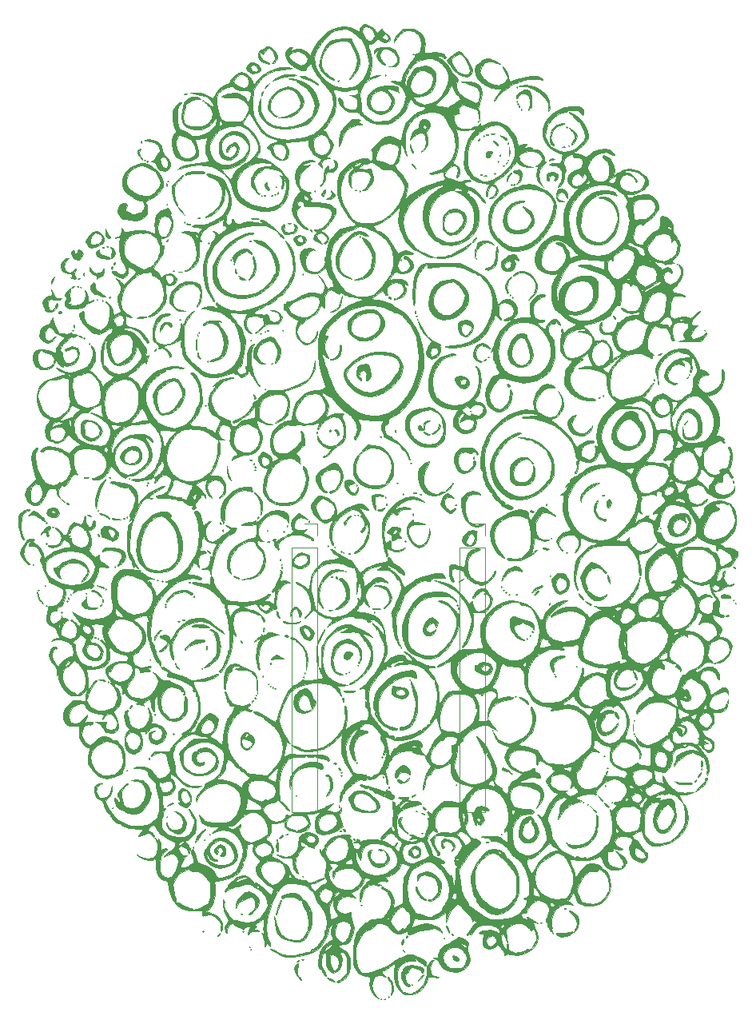
<source format=gbr>
%TF.GenerationSoftware,KiCad,Pcbnew,(5.1.9-0-10_14)*%
%TF.CreationDate,2021-01-20T14:18:15+11:00*%
%TF.ProjectId,ControlBreakout,436f6e74-726f-46c4-9272-65616b6f7574,rev?*%
%TF.SameCoordinates,Original*%
%TF.FileFunction,Legend,Bot*%
%TF.FilePolarity,Positive*%
%FSLAX46Y46*%
G04 Gerber Fmt 4.6, Leading zero omitted, Abs format (unit mm)*
G04 Created by KiCad (PCBNEW (5.1.9-0-10_14)) date 2021-01-20 14:18:15*
%MOMM*%
%LPD*%
G01*
G04 APERTURE LIST*
%ADD10C,0.010000*%
%ADD11C,0.120000*%
G04 APERTURE END LIST*
D10*
%TO.C,G\u002A\u002A\u002A*%
G36*
X112851152Y-140360830D02*
G01*
X112792627Y-140419355D01*
X112734101Y-140360830D01*
X112792627Y-140302304D01*
X112851152Y-140360830D01*
G37*
X112851152Y-140360830D02*
X112792627Y-140419355D01*
X112734101Y-140360830D01*
X112792627Y-140302304D01*
X112851152Y-140360830D01*
G36*
X113280338Y-140341321D02*
G01*
X113264270Y-140410908D01*
X113202304Y-140419355D01*
X113105958Y-140376528D01*
X113124270Y-140341321D01*
X113263182Y-140327312D01*
X113280338Y-140341321D01*
G37*
X113280338Y-140341321D02*
X113264270Y-140410908D01*
X113202304Y-140419355D01*
X113105958Y-140376528D01*
X113124270Y-140341321D01*
X113263182Y-140327312D01*
X113280338Y-140341321D01*
G36*
X133719484Y-45825439D02*
G01*
X134069584Y-45950807D01*
X134243000Y-46177829D01*
X134271428Y-46376549D01*
X134225218Y-46641949D01*
X134111365Y-46699604D01*
X133967040Y-46537635D01*
X133939902Y-46482505D01*
X133836068Y-46314245D01*
X133676243Y-46227566D01*
X133390335Y-46196431D01*
X133161956Y-46193548D01*
X132808620Y-46212720D01*
X132573874Y-46262192D01*
X132515668Y-46310599D01*
X132417432Y-46405078D01*
X132276904Y-46427650D01*
X131949318Y-46500595D01*
X131544419Y-46687052D01*
X131153814Y-46938454D01*
X130918511Y-47147826D01*
X130460557Y-47776893D01*
X130222627Y-48402461D01*
X130200584Y-49001221D01*
X130390286Y-49549864D01*
X130787595Y-50025078D01*
X131388371Y-50403556D01*
X131505769Y-50454679D01*
X132149495Y-50618434D01*
X132766292Y-50560471D01*
X133373548Y-50276672D01*
X133847049Y-49900285D01*
X134153546Y-49594524D01*
X134317448Y-49356376D01*
X134380976Y-49109768D01*
X134388479Y-48924780D01*
X134339105Y-48474333D01*
X134172412Y-48056923D01*
X133860541Y-47624270D01*
X133375636Y-47128093D01*
X133324108Y-47080108D01*
X133009863Y-46782078D01*
X132785548Y-46555500D01*
X132686751Y-46436895D01*
X132688332Y-46427650D01*
X132978747Y-46508480D01*
X133351201Y-46720542D01*
X133734372Y-47018193D01*
X133960913Y-47242038D01*
X134428239Y-47865882D01*
X134681322Y-48475232D01*
X134739631Y-48961999D01*
X134713091Y-49227168D01*
X134607440Y-49461735D01*
X134383631Y-49732372D01*
X134154766Y-49960689D01*
X133836893Y-50243957D01*
X133563987Y-50446362D01*
X133394738Y-50524418D01*
X133393937Y-50524424D01*
X133230773Y-50571343D01*
X133246152Y-50675697D01*
X133413067Y-50782883D01*
X133539862Y-50819463D01*
X133885983Y-50924251D01*
X134201489Y-51060594D01*
X134444378Y-51164962D01*
X134617331Y-51138801D01*
X134833721Y-50963035D01*
X134845268Y-50952264D01*
X135372139Y-50569469D01*
X135633711Y-50465899D01*
X136612442Y-50465899D01*
X136670968Y-50524424D01*
X136729493Y-50465899D01*
X136670968Y-50407373D01*
X136612442Y-50465899D01*
X135633711Y-50465899D01*
X135935997Y-50346209D01*
X136485629Y-50293097D01*
X136969824Y-50420744D01*
X137083863Y-50488377D01*
X137371061Y-50716441D01*
X137525851Y-50898648D01*
X137541160Y-51002711D01*
X137409912Y-50996347D01*
X137168433Y-50874293D01*
X136680403Y-50675960D01*
X136185428Y-50688748D01*
X135645951Y-50915117D01*
X135537451Y-50981123D01*
X135135718Y-51294966D01*
X134879512Y-51665748D01*
X134795664Y-51860743D01*
X134678575Y-52192517D01*
X134651715Y-52389463D01*
X134713577Y-52532133D01*
X134781590Y-52613030D01*
X134934095Y-52843692D01*
X134977627Y-52991705D01*
X135090486Y-53298469D01*
X135370061Y-53565499D01*
X135749492Y-53737412D01*
X135913699Y-53767084D01*
X136272531Y-53765047D01*
X136534286Y-53642587D01*
X136670484Y-53520341D01*
X136843705Y-53306870D01*
X136932477Y-53057369D01*
X136962318Y-52686347D01*
X136963594Y-52538414D01*
X136951843Y-52136600D01*
X136892047Y-51876271D01*
X136747390Y-51665081D01*
X136532664Y-51457459D01*
X136287019Y-51191229D01*
X136243019Y-51036052D01*
X136393458Y-51004804D01*
X136727723Y-51108944D01*
X137032795Y-51342399D01*
X137293033Y-51727737D01*
X137468406Y-52182789D01*
X137518885Y-52625385D01*
X137509220Y-52713134D01*
X137482479Y-52972810D01*
X137499892Y-53097597D01*
X137505491Y-53099539D01*
X137627085Y-53035106D01*
X137858286Y-52874369D01*
X137940995Y-52812348D01*
X138513582Y-52516335D01*
X139153125Y-52429517D01*
X139809456Y-52558391D01*
X139833075Y-52567254D01*
X140139760Y-52704740D01*
X140328860Y-52828734D01*
X140358064Y-52875119D01*
X140452407Y-52971713D01*
X140525145Y-52982489D01*
X140705924Y-53067731D01*
X140922119Y-53275356D01*
X140941439Y-53299312D01*
X141118993Y-53676750D01*
X141066287Y-54070126D01*
X140782351Y-54486068D01*
X140765335Y-54504148D01*
X140454765Y-54739961D01*
X140036082Y-54946851D01*
X139595360Y-55092545D01*
X139218673Y-55144771D01*
X139096082Y-55130005D01*
X138884419Y-55129410D01*
X138850671Y-55249105D01*
X138996285Y-55427526D01*
X139160505Y-55486877D01*
X139418996Y-55431069D01*
X139669326Y-55327378D01*
X140123870Y-55178865D01*
X140620367Y-55097218D01*
X140743176Y-55091972D01*
X141082491Y-55107792D01*
X141325893Y-55188443D01*
X141564391Y-55377964D01*
X141765910Y-55586866D01*
X142087747Y-55999060D01*
X142214413Y-56361809D01*
X142158800Y-56732965D01*
X142067194Y-56938762D01*
X141893907Y-57191204D01*
X141635216Y-57482385D01*
X141350514Y-57754896D01*
X141099194Y-57951328D01*
X140953075Y-58015668D01*
X140808308Y-58102006D01*
X140657328Y-58275814D01*
X140528256Y-58417754D01*
X140475115Y-58392865D01*
X140389971Y-58270765D01*
X140190636Y-58264562D01*
X139961259Y-58365796D01*
X139861111Y-58454608D01*
X139667121Y-58789890D01*
X139532912Y-59235613D01*
X139491871Y-59669608D01*
X139501393Y-59770899D01*
X139630394Y-60122736D01*
X139912804Y-60338656D01*
X140213319Y-60427226D01*
X140477760Y-60457020D01*
X140581742Y-60388285D01*
X140592166Y-60309708D01*
X140678310Y-60109184D01*
X140900738Y-59825407D01*
X141205439Y-59511476D01*
X141538403Y-59220491D01*
X141845620Y-59005551D01*
X141987687Y-58937702D01*
X142204972Y-58829007D01*
X142306777Y-58651720D01*
X143092750Y-58651720D01*
X143225318Y-58790615D01*
X143441862Y-58887996D01*
X143567886Y-58848887D01*
X143546005Y-58708755D01*
X143482372Y-58631747D01*
X143277315Y-58525120D01*
X143160781Y-58546413D01*
X143092750Y-58651720D01*
X142306777Y-58651720D01*
X142307499Y-58650464D01*
X142343296Y-58330885D01*
X142367453Y-57876900D01*
X142396081Y-57608422D01*
X142441808Y-57477001D01*
X142517261Y-57434185D01*
X142577847Y-57430852D01*
X142857285Y-57510340D01*
X143193914Y-57705838D01*
X143493878Y-57954506D01*
X143640723Y-58142509D01*
X143719970Y-58440380D01*
X143715978Y-58780846D01*
X143715014Y-59107537D01*
X143873294Y-59365345D01*
X143940819Y-59432216D01*
X144119791Y-59658240D01*
X144170742Y-59847089D01*
X144167002Y-59859678D01*
X144166592Y-59964541D01*
X144209813Y-59953756D01*
X144331479Y-59972224D01*
X144412249Y-60162140D01*
X144448734Y-60463876D01*
X144437547Y-60817805D01*
X144375301Y-61164298D01*
X144291246Y-61386965D01*
X144081685Y-61704018D01*
X143881569Y-61926021D01*
X143674225Y-62155707D01*
X143670922Y-62300492D01*
X143840323Y-62379342D01*
X143886429Y-62412836D01*
X143729959Y-62429151D01*
X143693446Y-62429454D01*
X143339161Y-62458107D01*
X143078930Y-62513011D01*
X142878921Y-62537991D01*
X142816129Y-62487392D01*
X142713781Y-62417750D01*
X142464036Y-62345166D01*
X142152844Y-62285484D01*
X141866155Y-62254546D01*
X141689920Y-62268193D01*
X141675918Y-62277231D01*
X141732867Y-62364806D01*
X141932947Y-62529833D01*
X142054780Y-62616134D01*
X142311574Y-62806423D01*
X142459073Y-62946466D01*
X142473560Y-62977692D01*
X142480311Y-63117244D01*
X142586043Y-63105160D01*
X142753485Y-63003785D01*
X143110184Y-62835589D01*
X143368853Y-62871349D01*
X143514315Y-63041153D01*
X143620313Y-63297305D01*
X143632345Y-63457412D01*
X143552947Y-63471229D01*
X143495023Y-63423410D01*
X143226302Y-63290452D01*
X142956078Y-63359954D01*
X142813031Y-63522839D01*
X142711427Y-63914973D01*
X142798475Y-64284411D01*
X143055494Y-64553900D01*
X143063430Y-64558406D01*
X143439986Y-64655674D01*
X143808096Y-64562042D01*
X144135408Y-64319487D01*
X144389572Y-63969987D01*
X144538238Y-63555520D01*
X144549056Y-63118063D01*
X144435675Y-62777789D01*
X144353471Y-62605331D01*
X144402191Y-62609861D01*
X144486677Y-62676521D01*
X144710368Y-63004218D01*
X144752367Y-63444616D01*
X144610346Y-63959980D01*
X144571104Y-64045401D01*
X144405210Y-64347674D01*
X144263400Y-64537485D01*
X144210296Y-64570507D01*
X144115665Y-64665468D01*
X144103687Y-64746083D01*
X144005352Y-64888893D01*
X143861810Y-64921659D01*
X143689734Y-65005557D01*
X143634627Y-65198200D01*
X143687490Y-65411011D01*
X143839326Y-65555416D01*
X143928111Y-65574281D01*
X144303638Y-65619127D01*
X144665453Y-65710285D01*
X144927537Y-65822767D01*
X144998310Y-65885155D01*
X145003803Y-65954877D01*
X144930221Y-65921027D01*
X144694647Y-65855522D01*
X144351942Y-65839200D01*
X144004449Y-65868139D01*
X143754513Y-65938420D01*
X143713180Y-65967649D01*
X143628093Y-66147948D01*
X143545711Y-66473930D01*
X143507283Y-66706328D01*
X143445181Y-67107314D01*
X143378474Y-67443457D01*
X143347007Y-67562017D01*
X143366578Y-67869761D01*
X143496927Y-68084536D01*
X143683825Y-68272601D01*
X143863676Y-68291192D01*
X144036919Y-68224132D01*
X144343623Y-68133325D01*
X144709788Y-68089227D01*
X145050980Y-68094200D01*
X145282764Y-68150603D01*
X145325927Y-68188090D01*
X145488567Y-68259394D01*
X145746816Y-68167435D01*
X146053461Y-67934439D01*
X146210418Y-67771724D01*
X146415311Y-67564672D01*
X146541919Y-67487396D01*
X146561751Y-67510825D01*
X146482538Y-67662862D01*
X146278438Y-67907593D01*
X146085763Y-68102869D01*
X145779768Y-68453096D01*
X145639402Y-68746402D01*
X145667294Y-68953818D01*
X145866074Y-69046375D01*
X146000336Y-69044116D01*
X146316802Y-69011273D01*
X145971074Y-69357001D01*
X145724295Y-69683696D01*
X145613153Y-70001880D01*
X145640027Y-70260113D01*
X145807299Y-70406955D01*
X145921732Y-70423042D01*
X146298821Y-70364687D01*
X146690671Y-70217371D01*
X147003416Y-70022711D01*
X147118853Y-69892250D01*
X147237137Y-69776421D01*
X147301530Y-69803728D01*
X147275671Y-69953703D01*
X147128773Y-70199620D01*
X147039126Y-70314793D01*
X146706851Y-70712806D01*
X145376006Y-70722871D01*
X144877056Y-70723425D01*
X144503947Y-70717482D01*
X144292831Y-70706109D01*
X144279263Y-70690482D01*
X144687756Y-70612530D01*
X144907821Y-70548880D01*
X144981663Y-70473690D01*
X144951487Y-70361118D01*
X144919135Y-70298692D01*
X144849512Y-69950922D01*
X144982619Y-69633283D01*
X145172085Y-69478639D01*
X145352912Y-69277551D01*
X145368997Y-69039823D01*
X145334942Y-68868416D01*
X145245272Y-68772112D01*
X145043476Y-68726428D01*
X144673047Y-68706879D01*
X144595205Y-68704566D01*
X144188841Y-68700185D01*
X143953804Y-68729853D01*
X143827750Y-68813479D01*
X143748333Y-68970971D01*
X143746587Y-68975550D01*
X143657307Y-69364744D01*
X143642232Y-69798902D01*
X143697509Y-70185263D01*
X143806502Y-70418005D01*
X143911320Y-70562159D01*
X143826435Y-70605133D01*
X143747977Y-70606978D01*
X143540822Y-70538606D01*
X143499651Y-70315783D01*
X143505512Y-70273908D01*
X143465478Y-70122860D01*
X143347258Y-69848660D01*
X143282893Y-69717917D01*
X143115049Y-69427220D01*
X142943953Y-69292352D01*
X142673884Y-69254076D01*
X142530878Y-69252535D01*
X142180476Y-69220626D01*
X141985049Y-69135416D01*
X141967038Y-69106221D01*
X141886330Y-69026081D01*
X141718684Y-69124314D01*
X141714627Y-69127654D01*
X141435657Y-69473141D01*
X141207144Y-69965088D01*
X141051486Y-70521722D01*
X140991080Y-71061271D01*
X141048324Y-71501961D01*
X141057389Y-71527188D01*
X141239105Y-71791124D01*
X141493916Y-71991976D01*
X141684789Y-72117278D01*
X141658864Y-72171137D01*
X141620033Y-72174116D01*
X141476023Y-72245875D01*
X141486243Y-72354378D01*
X141500725Y-72507496D01*
X141379433Y-72495548D01*
X141148193Y-72322842D01*
X141115310Y-72292486D01*
X140778727Y-72104388D01*
X140298979Y-71994202D01*
X139757049Y-71972298D01*
X139233918Y-72049046D01*
X139227627Y-72050732D01*
X138775139Y-72247502D01*
X138273384Y-72580675D01*
X137799893Y-72989869D01*
X137432200Y-73414699D01*
X137384452Y-73486241D01*
X137214193Y-73892176D01*
X137097468Y-74437022D01*
X137042388Y-75032075D01*
X137057067Y-75588630D01*
X137149616Y-76017984D01*
X137152310Y-76024647D01*
X137239845Y-76316431D01*
X137245524Y-76521951D01*
X137237359Y-76540198D01*
X137235606Y-76606334D01*
X137304037Y-76574822D01*
X137494448Y-76572367D01*
X137644012Y-76658513D01*
X137865679Y-76816224D01*
X138103160Y-76882384D01*
X138420681Y-76860248D01*
X138882473Y-76753070D01*
X138981237Y-76726272D01*
X139416397Y-76616219D01*
X139790492Y-76538246D01*
X140016624Y-76509678D01*
X140380609Y-76403406D01*
X140781195Y-76104182D01*
X141181708Y-75641391D01*
X141283585Y-75494459D01*
X141476371Y-75229628D01*
X141607693Y-75099397D01*
X141645622Y-75117482D01*
X141556917Y-75392187D01*
X141305880Y-75775784D01*
X140920169Y-76228256D01*
X140581246Y-76590614D01*
X140996874Y-76907629D01*
X141412501Y-77224643D01*
X141516868Y-76950138D01*
X141729643Y-76602358D01*
X142086219Y-76367882D01*
X142362041Y-76271528D01*
X142623459Y-76221270D01*
X142839422Y-76270148D01*
X143104283Y-76446100D01*
X143195614Y-76518372D01*
X143692496Y-76841270D01*
X144130395Y-76949602D01*
X144538797Y-76845544D01*
X144832546Y-76639097D01*
X145101564Y-76423059D01*
X145308025Y-76292841D01*
X145363102Y-76275576D01*
X145571952Y-76165583D01*
X145719701Y-75852939D01*
X145795456Y-75363649D01*
X145801542Y-75229132D01*
X145854445Y-74707484D01*
X145989860Y-74344865D01*
X146058690Y-74244918D01*
X146182455Y-74071460D01*
X146236150Y-73909919D01*
X146223041Y-73688753D01*
X146146395Y-73336419D01*
X146107404Y-73177916D01*
X145970011Y-72724377D01*
X145841404Y-72464606D01*
X145739092Y-72404426D01*
X145680583Y-72549661D01*
X145683387Y-72906134D01*
X145697176Y-73041472D01*
X145717782Y-73539656D01*
X145647229Y-73864834D01*
X145632949Y-73890090D01*
X145550049Y-73997373D01*
X145531263Y-73926780D01*
X145565402Y-73671184D01*
X145584449Y-73336001D01*
X145480022Y-73092744D01*
X145343346Y-72939617D01*
X145078592Y-72739785D01*
X144828555Y-72647701D01*
X144811311Y-72647005D01*
X144606709Y-72703150D01*
X144598924Y-72824932D01*
X144747465Y-72923435D01*
X144903198Y-73081374D01*
X144923041Y-73172758D01*
X144900470Y-73286451D01*
X144792254Y-73263161D01*
X144636146Y-73166724D01*
X144300951Y-73043488D01*
X143960331Y-73126937D01*
X143586942Y-73425340D01*
X143509724Y-73507363D01*
X143247328Y-73915062D01*
X143161405Y-74326313D01*
X143239112Y-74693082D01*
X143467608Y-74967334D01*
X143834052Y-75101037D01*
X143937327Y-75106862D01*
X144152485Y-75124084D01*
X144156964Y-75182387D01*
X144103687Y-75221240D01*
X143802868Y-75278255D01*
X143397617Y-75128884D01*
X143138018Y-74964691D01*
X142885950Y-74687854D01*
X142824015Y-74327908D01*
X142948038Y-73854267D01*
X142976858Y-73784489D01*
X143347412Y-73173313D01*
X143859232Y-72748385D01*
X144295040Y-72588479D01*
X145040092Y-72588479D01*
X145098617Y-72647005D01*
X145157143Y-72588479D01*
X145098617Y-72529954D01*
X145040092Y-72588479D01*
X144295040Y-72588479D01*
X144515019Y-72507765D01*
X144814809Y-72463023D01*
X145172893Y-72420208D01*
X145422413Y-72375909D01*
X145491608Y-72351556D01*
X145490297Y-72227082D01*
X145336529Y-72084785D01*
X145101761Y-71975141D01*
X144915617Y-71944701D01*
X144650583Y-71906969D01*
X144513098Y-71827220D01*
X144336779Y-71745565D01*
X144031633Y-71801510D01*
X143642317Y-71975468D01*
X143213487Y-72247854D01*
X142822073Y-72568895D01*
X142446540Y-72998326D01*
X142222199Y-73478430D01*
X142130843Y-74065974D01*
X142143581Y-74684407D01*
X142172995Y-75103200D01*
X142182267Y-75299518D01*
X142168586Y-75284344D01*
X142129143Y-75068661D01*
X142095856Y-74870968D01*
X142015461Y-74443302D01*
X141928919Y-74061056D01*
X141885772Y-73905806D01*
X141842124Y-73656547D01*
X141881076Y-73524049D01*
X141974134Y-73376364D01*
X142053719Y-73122401D01*
X142259479Y-72693039D01*
X142689067Y-72240673D01*
X143277985Y-71809743D01*
X143637684Y-71610152D01*
X143983145Y-71509171D01*
X144426128Y-71477211D01*
X144536585Y-71476498D01*
X144948382Y-71484986D01*
X145214227Y-71534591D01*
X145422218Y-71661528D01*
X145660452Y-71902008D01*
X145713438Y-71960250D01*
X146010505Y-72343133D01*
X146259138Y-72763342D01*
X146429230Y-73158008D01*
X146490676Y-73464263D01*
X146476208Y-73553085D01*
X146523122Y-73670391D01*
X146698759Y-73700461D01*
X146979093Y-73759472D01*
X147261403Y-73901743D01*
X147457911Y-74075134D01*
X147498157Y-74175301D01*
X147396477Y-74253065D01*
X147151762Y-74285712D01*
X147149703Y-74285714D01*
X146805046Y-74386163D01*
X146550898Y-74692745D01*
X146396511Y-75139747D01*
X146381575Y-75394368D01*
X146498680Y-75627211D01*
X146675456Y-75822035D01*
X146940426Y-76049776D01*
X147170683Y-76126310D01*
X147410612Y-76102430D01*
X147892786Y-75964155D01*
X148256237Y-75732395D01*
X148589488Y-75360574D01*
X148782730Y-75074605D01*
X148874108Y-74808582D01*
X148891003Y-74459163D01*
X148882115Y-74256238D01*
X148873914Y-73833840D01*
X148904835Y-73624962D01*
X148969184Y-73635413D01*
X149061266Y-73871001D01*
X149104536Y-74029370D01*
X149152997Y-74645991D01*
X149010405Y-75249252D01*
X148705753Y-75785267D01*
X148268033Y-76200150D01*
X147821029Y-76414929D01*
X147373351Y-76549056D01*
X147721275Y-76909782D01*
X148136997Y-77475006D01*
X148430644Y-78148956D01*
X148590048Y-78869339D01*
X148603041Y-79573862D01*
X148457457Y-80200231D01*
X148391875Y-80343088D01*
X148194449Y-80723502D01*
X148534275Y-80723502D01*
X148830318Y-80783787D01*
X149043720Y-80930328D01*
X149111614Y-81111656D01*
X149087689Y-81176580D01*
X149109278Y-81311908D01*
X149165400Y-81348043D01*
X149208051Y-81399729D01*
X149107604Y-81416566D01*
X148934260Y-81369506D01*
X148902765Y-81308756D01*
X148818646Y-81206962D01*
X148599967Y-81224057D01*
X148297243Y-81335573D01*
X147960991Y-81517044D01*
X147641727Y-81744006D01*
X147389966Y-81991992D01*
X147334044Y-82068518D01*
X147172379Y-82263095D01*
X147053701Y-82318165D01*
X147050975Y-82316678D01*
X146984369Y-82373312D01*
X146944589Y-82602539D01*
X146930829Y-82944488D01*
X146942284Y-83339286D01*
X146978151Y-83727062D01*
X147037623Y-84047944D01*
X147075813Y-84164237D01*
X147333821Y-84518123D01*
X147718947Y-84751422D01*
X148156480Y-84838936D01*
X148571710Y-84755471D01*
X148668664Y-84701434D01*
X148781960Y-84588888D01*
X148685197Y-84483699D01*
X148682113Y-84481706D01*
X148596418Y-84381278D01*
X148712435Y-84274990D01*
X148754511Y-84251723D01*
X148962864Y-84177644D01*
X149052926Y-84190100D01*
X149192481Y-84192210D01*
X149352569Y-84127819D01*
X149544380Y-83913524D01*
X149684295Y-83548741D01*
X149765502Y-83104640D01*
X149781188Y-82652395D01*
X149724544Y-82263178D01*
X149588756Y-82008161D01*
X149557784Y-81983590D01*
X149528807Y-81912104D01*
X149632102Y-81895802D01*
X149806466Y-81999112D01*
X149928938Y-82274324D01*
X149995016Y-82664088D01*
X150000198Y-83111052D01*
X149939980Y-83557864D01*
X149809863Y-83947173D01*
X149795386Y-83975870D01*
X149672038Y-84241705D01*
X149670227Y-84417358D01*
X149796319Y-84616459D01*
X149833987Y-84664697D01*
X150019667Y-84947657D01*
X150078428Y-85131694D01*
X150020792Y-85183110D01*
X149857284Y-85068208D01*
X149746066Y-84946222D01*
X149530529Y-84707926D01*
X149380056Y-84627988D01*
X149219459Y-84677327D01*
X149152212Y-84716542D01*
X148969364Y-84880528D01*
X148928946Y-85115376D01*
X148947010Y-85269560D01*
X148970442Y-85528150D01*
X148913757Y-85609301D01*
X148822066Y-85588794D01*
X148547930Y-85593195D01*
X148287455Y-85761756D01*
X148114510Y-86032411D01*
X148083410Y-86209442D01*
X148178983Y-86585380D01*
X148462543Y-86824879D01*
X148929354Y-86924395D01*
X149042510Y-86927189D01*
X149519655Y-86856458D01*
X149905228Y-86666964D01*
X150145996Y-86392754D01*
X150199563Y-86187127D01*
X150227777Y-86047275D01*
X150269826Y-86084520D01*
X150269814Y-86357856D01*
X150124650Y-86684102D01*
X149880738Y-86981599D01*
X149676370Y-87128867D01*
X149179633Y-87289990D01*
X148630234Y-87315386D01*
X148121881Y-87208249D01*
X147854721Y-87066749D01*
X147603289Y-86897238D01*
X147431348Y-86810449D01*
X147415108Y-86807605D01*
X147309437Y-86710456D01*
X147169976Y-86475051D01*
X147147005Y-86427190D01*
X146995559Y-86176027D01*
X146852678Y-86052080D01*
X146834869Y-86049309D01*
X146634648Y-85981905D01*
X146610522Y-85961521D01*
X146371527Y-85870339D01*
X146034725Y-85906622D01*
X145674347Y-86039072D01*
X145364627Y-86236389D01*
X145179795Y-86467276D01*
X145157143Y-86574317D01*
X145200893Y-86765528D01*
X145262190Y-86810138D01*
X145329185Y-86912086D01*
X145350941Y-87160211D01*
X145349978Y-87187042D01*
X145372825Y-87456249D01*
X145511473Y-87641359D01*
X145749418Y-87790567D01*
X146227091Y-87947033D01*
X146668324Y-87873189D01*
X147081126Y-87567602D01*
X147098456Y-87549142D01*
X147301272Y-87367474D01*
X147377981Y-87372152D01*
X147313446Y-87543395D01*
X147213554Y-87699568D01*
X146967903Y-87901793D01*
X146591949Y-88068705D01*
X146189487Y-88165557D01*
X145864315Y-88157604D01*
X145854278Y-88154581D01*
X145670790Y-88123887D01*
X145625346Y-88150134D01*
X145686193Y-88285574D01*
X145840470Y-88539540D01*
X146045773Y-88850004D01*
X146259703Y-89154940D01*
X146439857Y-89392320D01*
X146543835Y-89500118D01*
X146549060Y-89501403D01*
X146643682Y-89408414D01*
X146803433Y-89173260D01*
X146895709Y-89018304D01*
X147056901Y-88693194D01*
X147079562Y-88508982D01*
X147030146Y-88448967D01*
X147013704Y-88335815D01*
X147159889Y-88162497D01*
X147418240Y-87965786D01*
X147738295Y-87782456D01*
X148069596Y-87649280D01*
X148160340Y-87625342D01*
X148639660Y-87582569D01*
X149150664Y-87638021D01*
X149599242Y-87774991D01*
X149840936Y-87923718D01*
X150011969Y-88150486D01*
X150198158Y-88502846D01*
X150292190Y-88728134D01*
X150431865Y-89363868D01*
X150414763Y-90032349D01*
X150248081Y-90644308D01*
X150117844Y-90890540D01*
X149882428Y-91198721D01*
X149587085Y-91511025D01*
X149289479Y-91774180D01*
X149047271Y-91934914D01*
X148959864Y-91960369D01*
X148764134Y-92025220D01*
X148731189Y-92159269D01*
X148880925Y-92271760D01*
X148890988Y-92274526D01*
X149086932Y-92366887D01*
X149136866Y-92442223D01*
X149240341Y-92509712D01*
X149496891Y-92547389D01*
X149575806Y-92549832D01*
X150091873Y-92666885D01*
X150353531Y-92831065D01*
X150546679Y-93009425D01*
X150613307Y-93170455D01*
X150550043Y-93379318D01*
X150353518Y-93701176D01*
X150304720Y-93774654D01*
X150125349Y-94070122D01*
X150005404Y-94314402D01*
X150000332Y-94328345D01*
X149838174Y-94485893D01*
X149468820Y-94590190D01*
X149355069Y-94607166D01*
X149020887Y-94663934D01*
X148813634Y-94761590D01*
X148657554Y-94959461D01*
X148493675Y-95281764D01*
X148335543Y-95640127D01*
X148284169Y-95857809D01*
X148328961Y-95996694D01*
X148364385Y-96037131D01*
X148490367Y-96110176D01*
X148625182Y-96028893D01*
X148778028Y-95833835D01*
X148930059Y-95578328D01*
X148982578Y-95400610D01*
X148976415Y-95379312D01*
X148973344Y-95232928D01*
X149054314Y-95073158D01*
X149158961Y-95002516D01*
X149189555Y-95017359D01*
X149199845Y-95161089D01*
X149136491Y-95422129D01*
X149128490Y-95445605D01*
X149064622Y-95723105D01*
X149126430Y-95954147D01*
X149267025Y-96166890D01*
X149483212Y-96426219D01*
X149659131Y-96511575D01*
X149874107Y-96450232D01*
X149961282Y-96405587D01*
X150121060Y-96343125D01*
X150128478Y-96431343D01*
X150116640Y-96464112D01*
X149940520Y-96600499D01*
X149592546Y-96642396D01*
X149303943Y-96663294D01*
X149146615Y-96715334D01*
X149136866Y-96734210D01*
X149037087Y-96871424D01*
X148792211Y-97026082D01*
X148483934Y-97157583D01*
X148193952Y-97225324D01*
X148144017Y-97227650D01*
X147831067Y-97227650D01*
X148249865Y-97716922D01*
X148530066Y-98085267D01*
X148649099Y-98384639D01*
X148626934Y-98694361D01*
X148553038Y-98921136D01*
X148514530Y-99251766D01*
X148626977Y-99528889D01*
X148853261Y-99677404D01*
X148930921Y-99685714D01*
X149105272Y-99740658D01*
X149136866Y-99802765D01*
X149041387Y-99898269D01*
X148808322Y-99913512D01*
X148517727Y-99854456D01*
X148265707Y-99737880D01*
X148024857Y-99629002D01*
X147908584Y-99684502D01*
X147910984Y-99883632D01*
X148067563Y-100162448D01*
X148341166Y-100465739D01*
X148552393Y-100641205D01*
X148814931Y-100890303D01*
X148887261Y-101149471D01*
X148782167Y-101489222D01*
X148726468Y-101601168D01*
X148592192Y-101872095D01*
X148586385Y-101993621D01*
X148732585Y-102025610D01*
X148893784Y-102026728D01*
X149279774Y-102120207D01*
X149631237Y-102359351D01*
X149878948Y-102682226D01*
X149956221Y-102977298D01*
X149852797Y-103553899D01*
X149571498Y-104073126D01*
X149155784Y-104482014D01*
X148649117Y-104727597D01*
X148493087Y-104760453D01*
X148024885Y-104830366D01*
X148490845Y-104654352D01*
X148955417Y-104414246D01*
X149349487Y-104092894D01*
X149622048Y-103741593D01*
X149722120Y-103415995D01*
X149632231Y-102875557D01*
X149360242Y-102480396D01*
X149075988Y-102294660D01*
X148791799Y-102173863D01*
X148602751Y-102164145D01*
X148397276Y-102266697D01*
X148341762Y-102302501D01*
X148053374Y-102470283D01*
X147823923Y-102573310D01*
X147686424Y-102645906D01*
X147590278Y-102792943D01*
X147515454Y-103065665D01*
X147441923Y-103515314D01*
X147434047Y-103570719D01*
X147401285Y-103927073D01*
X147449910Y-104159017D01*
X147608556Y-104370224D01*
X147673120Y-104436296D01*
X147989636Y-104752812D01*
X147614799Y-104677845D01*
X147329637Y-104658387D01*
X147103504Y-104767936D01*
X146927767Y-104937084D01*
X146654051Y-105180146D01*
X146388735Y-105341532D01*
X146354560Y-105354132D01*
X146130272Y-105480962D01*
X146125062Y-105633568D01*
X146229556Y-105725541D01*
X146394523Y-105706707D01*
X146575216Y-105550687D01*
X146896781Y-105326853D01*
X147371141Y-105199099D01*
X147733331Y-105154823D01*
X147959823Y-105182922D01*
X148143696Y-105306130D01*
X148252433Y-105414358D01*
X148459451Y-105702560D01*
X148599224Y-106030429D01*
X148649976Y-106323651D01*
X148589931Y-106507912D01*
X148575891Y-106518175D01*
X148469332Y-106473571D01*
X148379403Y-106269007D01*
X148190146Y-105838764D01*
X147874769Y-105600988D01*
X147484575Y-105538249D01*
X147049244Y-105616133D01*
X146800412Y-105794422D01*
X146629433Y-106059222D01*
X146565189Y-106327822D01*
X146612861Y-106528379D01*
X146742916Y-106591705D01*
X146989460Y-106693396D01*
X147245250Y-106953479D01*
X147458028Y-107304468D01*
X147573273Y-107664014D01*
X147646323Y-107949764D01*
X147739092Y-108104380D01*
X147764207Y-108113364D01*
X147935373Y-108053939D01*
X148205000Y-107906438D01*
X148502020Y-107717026D01*
X148755365Y-107531868D01*
X148893969Y-107397127D01*
X148902556Y-107373910D01*
X148988401Y-107327608D01*
X149183151Y-107368492D01*
X149393282Y-107466160D01*
X149515489Y-107573150D01*
X149587615Y-107794471D01*
X149599717Y-107937788D01*
X149586097Y-108098548D01*
X149521096Y-108038085D01*
X149478643Y-107967051D01*
X149337454Y-107812863D01*
X149130191Y-107777765D01*
X148809070Y-107863856D01*
X148458928Y-108011875D01*
X148014061Y-108250219D01*
X147742344Y-108503706D01*
X147587123Y-108832125D01*
X147551191Y-108969843D01*
X147564135Y-109339290D01*
X147770491Y-109606201D01*
X148141022Y-109740357D01*
X148306390Y-109750348D01*
X148836677Y-109674635D01*
X149203821Y-109442045D01*
X149431497Y-109036777D01*
X149446528Y-108989399D01*
X149533688Y-108721698D01*
X149577796Y-108664512D01*
X149594831Y-108801816D01*
X149596074Y-108839423D01*
X149511355Y-109352963D01*
X149243576Y-109738166D01*
X148820802Y-109967832D01*
X148376880Y-110020983D01*
X147980180Y-110009738D01*
X148044963Y-110556734D01*
X148067993Y-110917227D01*
X148004449Y-111164851D01*
X147817248Y-111415547D01*
X147745191Y-111493989D01*
X147476087Y-111742483D01*
X147257108Y-111828889D01*
X147088244Y-111810861D01*
X146866100Y-111808159D01*
X146794187Y-111925227D01*
X146852619Y-112121013D01*
X147021508Y-112354467D01*
X147280969Y-112584536D01*
X147536826Y-112736866D01*
X147851849Y-112916005D01*
X148006251Y-113104382D01*
X148062380Y-113362332D01*
X148015985Y-113752943D01*
X147826433Y-114051322D01*
X147537736Y-114195229D01*
X147470027Y-114200000D01*
X147260326Y-114116831D01*
X146993979Y-113906915D01*
X146881378Y-113790323D01*
X146740390Y-113647677D01*
X146928609Y-113647677D01*
X147054556Y-113824775D01*
X147310625Y-113943957D01*
X147507921Y-113965899D01*
X147758758Y-113910734D01*
X147871621Y-113702806D01*
X147879632Y-113664511D01*
X147832338Y-113369679D01*
X147634003Y-113074625D01*
X147353842Y-112858429D01*
X147118938Y-112795392D01*
X146937400Y-112844606D01*
X146954170Y-112964877D01*
X147162044Y-113115147D01*
X147176267Y-113122197D01*
X147439631Y-113250674D01*
X147176267Y-113329311D01*
X146960080Y-113465058D01*
X146928609Y-113647677D01*
X146740390Y-113647677D01*
X146594498Y-113500070D01*
X146405482Y-113381934D01*
X146330796Y-113445536D01*
X146330366Y-113468433D01*
X146404482Y-113597647D01*
X146592000Y-113835632D01*
X146756793Y-114024424D01*
X147041134Y-114380843D01*
X147279281Y-114751059D01*
X147354913Y-114902304D01*
X147443779Y-115227444D01*
X147494357Y-115645745D01*
X147505227Y-116079331D01*
X147474969Y-116450326D01*
X147402163Y-116680855D01*
X147387653Y-116698338D01*
X147335746Y-116654969D01*
X147314891Y-116423406D01*
X147321738Y-116173594D01*
X147306005Y-115739060D01*
X147223202Y-115315674D01*
X147093748Y-114966735D01*
X146938057Y-114755543D01*
X146853278Y-114721163D01*
X146687963Y-114659717D01*
X146417793Y-114513312D01*
X146327650Y-114458237D01*
X145986870Y-114266142D01*
X145762876Y-114212143D01*
X145590816Y-114286645D01*
X145531705Y-114340461D01*
X145413732Y-114418250D01*
X145391244Y-114393363D01*
X145312777Y-114386220D01*
X145110349Y-114499083D01*
X144833426Y-114694707D01*
X144531468Y-114935849D01*
X144253939Y-115185262D01*
X144055305Y-115399307D01*
X143849226Y-115635347D01*
X143763949Y-115673293D01*
X143803066Y-115517694D01*
X143932894Y-115244206D01*
X144037216Y-114975669D01*
X144048244Y-114791797D01*
X144043837Y-114783111D01*
X144095683Y-114665412D01*
X144301809Y-114477913D01*
X144530173Y-114318346D01*
X145130973Y-114035446D01*
X145703454Y-113975738D01*
X146144454Y-114080052D01*
X146378132Y-114138860D01*
X146442381Y-114086990D01*
X146356369Y-113952453D01*
X146139267Y-113763256D01*
X145810242Y-113547410D01*
X145760446Y-113518964D01*
X145528114Y-113426296D01*
X145349893Y-113491842D01*
X145283027Y-113548227D01*
X145028195Y-113671193D01*
X144662832Y-113730416D01*
X144599906Y-113731797D01*
X144252024Y-113764598D01*
X144021158Y-113899397D01*
X143865111Y-114089232D01*
X143672394Y-114505328D01*
X143670274Y-114758860D01*
X143653371Y-115171732D01*
X143494595Y-115626028D01*
X143237302Y-116020007D01*
X143066180Y-116176485D01*
X142851230Y-116304083D01*
X142647385Y-116333497D01*
X142354883Y-116271751D01*
X142230875Y-116235278D01*
X141918659Y-116141604D01*
X141721973Y-116083586D01*
X141689263Y-116074588D01*
X141681035Y-116172497D01*
X141704921Y-116418381D01*
X141748802Y-116730332D01*
X141800554Y-117026441D01*
X141848058Y-117224800D01*
X141864723Y-117260249D01*
X142020017Y-117333653D01*
X142300660Y-117411985D01*
X142334070Y-117419247D01*
X142729891Y-117502788D01*
X142650655Y-117080426D01*
X142610455Y-116768683D01*
X142643336Y-116676377D01*
X142742222Y-116802995D01*
X142879016Y-117097005D01*
X143181114Y-117615539D01*
X143598772Y-118063672D01*
X144062890Y-118371827D01*
X144198762Y-118425888D01*
X144585150Y-118495062D01*
X145072814Y-118503804D01*
X145260656Y-118489453D01*
X145917972Y-118419495D01*
X145449770Y-118593157D01*
X145096279Y-118690282D01*
X144794870Y-118717493D01*
X144735580Y-118709504D01*
X144488416Y-118693587D01*
X144414087Y-118811488D01*
X144508475Y-119077554D01*
X144588537Y-119221874D01*
X144836183Y-119642857D01*
X144390569Y-119174654D01*
X144134516Y-118919808D01*
X143944058Y-118756260D01*
X143878007Y-118721692D01*
X143730084Y-118695528D01*
X143518433Y-118624929D01*
X143173013Y-118579098D01*
X143035989Y-118630562D01*
X142808728Y-118681150D01*
X142729503Y-118631531D01*
X142523861Y-118590745D01*
X142179330Y-118695992D01*
X141905662Y-118855671D01*
X141830199Y-118994803D01*
X141949582Y-119072190D01*
X142208786Y-119057333D01*
X142386970Y-119035408D01*
X142380000Y-119065316D01*
X142377189Y-119066658D01*
X142242015Y-119204942D01*
X142230875Y-119256219D01*
X142283905Y-119319045D01*
X142465919Y-119320847D01*
X142811310Y-119258486D01*
X143197216Y-119167974D01*
X143556882Y-119168797D01*
X143791958Y-119356678D01*
X143869585Y-119678142D01*
X143910546Y-120006497D01*
X144003245Y-120347018D01*
X144079389Y-120895644D01*
X143939885Y-121499387D01*
X143670908Y-122014258D01*
X143283467Y-122483618D01*
X142880218Y-122746157D01*
X142486825Y-122799982D01*
X142128954Y-122643197D01*
X141832271Y-122273910D01*
X141773395Y-122154282D01*
X141627719Y-121565819D01*
X141630997Y-121504240D01*
X141980577Y-121504240D01*
X142005644Y-121789098D01*
X142179333Y-122225685D01*
X142440421Y-122456405D01*
X142762030Y-122472570D01*
X143117280Y-122265494D01*
X143208272Y-122177749D01*
X143443175Y-121862958D01*
X143667599Y-121452822D01*
X143744997Y-121271038D01*
X143872566Y-120789239D01*
X143822476Y-120405447D01*
X143577503Y-120047187D01*
X143417084Y-119891169D01*
X143258123Y-119764266D01*
X143125750Y-119752281D01*
X142941378Y-119869516D01*
X142772308Y-120008496D01*
X142362536Y-120458166D01*
X142089037Y-120979018D01*
X141980577Y-121504240D01*
X141630997Y-121504240D01*
X141661750Y-120926613D01*
X141862679Y-120319120D01*
X142118937Y-119929590D01*
X142310069Y-119666569D01*
X142310610Y-119520499D01*
X142117677Y-119468439D01*
X142060807Y-119467281D01*
X141548417Y-119577151D01*
X141118585Y-119905287D01*
X140976688Y-120088230D01*
X140850670Y-120314936D01*
X140766297Y-120591923D01*
X140712013Y-120977603D01*
X140676259Y-121530386D01*
X140671898Y-121628564D01*
X140653187Y-122173431D01*
X140658603Y-122545190D01*
X140696970Y-122804334D01*
X140777112Y-123011356D01*
X140904215Y-123221259D01*
X141287927Y-123648549D01*
X141756448Y-123869734D01*
X142179701Y-123915207D01*
X142515614Y-123885688D01*
X142888379Y-123810679D01*
X143226332Y-123710504D01*
X143457809Y-123605485D01*
X143518433Y-123535556D01*
X143607539Y-123448800D01*
X143629849Y-123447005D01*
X143796172Y-123359403D01*
X144045661Y-123132752D01*
X144329401Y-122821283D01*
X144598475Y-122479228D01*
X144803968Y-122160819D01*
X144823811Y-122123307D01*
X144961854Y-121689657D01*
X145027744Y-121130791D01*
X145018124Y-120545256D01*
X144929637Y-120031599D01*
X144898326Y-119935484D01*
X144849661Y-119753874D01*
X144898759Y-119759908D01*
X144991816Y-119930561D01*
X145117406Y-120245781D01*
X145206490Y-120507872D01*
X145332446Y-121165424D01*
X145260724Y-121770453D01*
X144981028Y-122363965D01*
X144622705Y-122832936D01*
X143979033Y-123452053D01*
X143300747Y-123859920D01*
X142545115Y-124079252D01*
X142201043Y-124120108D01*
X141778379Y-124147444D01*
X141510625Y-124132392D01*
X141319289Y-124050648D01*
X141125880Y-123877907D01*
X141003326Y-123749242D01*
X140773664Y-123487746D01*
X140634117Y-123293825D01*
X140613120Y-123236008D01*
X140585831Y-123078073D01*
X140497837Y-122837734D01*
X140391533Y-122615259D01*
X140309315Y-122510918D01*
X140306407Y-122510599D01*
X140131075Y-122562931D01*
X139873011Y-122688174D01*
X139616904Y-122838700D01*
X139447441Y-122966883D01*
X139421659Y-123008176D01*
X139492128Y-123248255D01*
X139653244Y-123467794D01*
X139829568Y-123564055D01*
X139829831Y-123564055D01*
X139960299Y-123641696D01*
X140149657Y-123836080D01*
X140354465Y-124089401D01*
X140531284Y-124343852D01*
X140636673Y-124541627D01*
X140627191Y-124624920D01*
X140627052Y-124624931D01*
X140645323Y-124665710D01*
X140797005Y-124738210D01*
X141008529Y-124929578D01*
X141052269Y-125226064D01*
X140924811Y-125566094D01*
X140848771Y-125672244D01*
X140646993Y-125850995D01*
X140397585Y-125875730D01*
X140260714Y-125850871D01*
X139877174Y-125701906D01*
X139526858Y-125458470D01*
X139274851Y-125176380D01*
X139185765Y-124928996D01*
X139134689Y-124639044D01*
X139075859Y-124505900D01*
X139621228Y-124505900D01*
X139623613Y-124813465D01*
X139637943Y-125003577D01*
X139751938Y-125183370D01*
X140007186Y-125361373D01*
X140315418Y-125489730D01*
X140588365Y-125520583D01*
X140590822Y-125520205D01*
X140758508Y-125396618D01*
X140805440Y-125282991D01*
X140746087Y-125077868D01*
X140551416Y-124813224D01*
X140285742Y-124551813D01*
X140013376Y-124356387D01*
X139798634Y-124289700D01*
X139788955Y-124291169D01*
X139672414Y-124350333D01*
X139621228Y-124505900D01*
X139075859Y-124505900D01*
X139074636Y-124503134D01*
X139047220Y-124273797D01*
X139125834Y-124151982D01*
X139276225Y-123903274D01*
X139366262Y-123653603D01*
X139390173Y-123407424D01*
X139260226Y-123269458D01*
X139133660Y-123214663D01*
X138645955Y-123103053D01*
X138194449Y-123128778D01*
X137829316Y-123274823D01*
X137600736Y-123524176D01*
X137548848Y-123751992D01*
X137599642Y-123964440D01*
X137786905Y-124135946D01*
X138046313Y-124269512D01*
X138324155Y-124412620D01*
X138383370Y-124492099D01*
X138309677Y-124511752D01*
X138094964Y-124523145D01*
X137932172Y-124508218D01*
X137693139Y-124452989D01*
X137633130Y-124437941D01*
X137411937Y-124403118D01*
X137362290Y-124473023D01*
X137382239Y-124540148D01*
X137382149Y-124669270D01*
X137211444Y-124703750D01*
X137120199Y-124699482D01*
X136902928Y-124706291D01*
X136799580Y-124810552D01*
X136755396Y-125076090D01*
X136750792Y-125130035D01*
X136783199Y-125687434D01*
X136974329Y-126103611D01*
X137312552Y-126354309D01*
X137343267Y-126365675D01*
X137674403Y-126451205D01*
X137990606Y-126486395D01*
X138227280Y-126470735D01*
X138319829Y-126403719D01*
X138309677Y-126373272D01*
X138318958Y-126265412D01*
X138361295Y-126256221D01*
X138459530Y-126162520D01*
X138479370Y-125948773D01*
X138419401Y-125716017D01*
X138369967Y-125636765D01*
X138228481Y-125460589D01*
X138012506Y-125189042D01*
X137931027Y-125086146D01*
X137607373Y-124676899D01*
X137958525Y-124896798D01*
X138444511Y-125245873D01*
X138743156Y-125561982D01*
X138836405Y-125808422D01*
X138780140Y-125987206D01*
X138712447Y-126022120D01*
X138637394Y-126089726D01*
X138651161Y-126123527D01*
X138632122Y-126281521D01*
X138439012Y-126451837D01*
X138126669Y-126597771D01*
X137832329Y-126671579D01*
X137240777Y-126663305D01*
X136957507Y-126578202D01*
X136712448Y-126449783D01*
X136526142Y-126268048D01*
X136355677Y-125976139D01*
X136159736Y-125521172D01*
X136062988Y-125311972D01*
X135953225Y-125259466D01*
X135746125Y-125342429D01*
X135648630Y-125392514D01*
X135240400Y-125529698D01*
X134690284Y-125618367D01*
X134086757Y-125651700D01*
X133518290Y-125622877D01*
X133249962Y-125577443D01*
X132967089Y-125524891D01*
X132817454Y-125551938D01*
X132794194Y-125691470D01*
X132890444Y-125976369D01*
X133079104Y-126396113D01*
X133228113Y-126761380D01*
X133320377Y-127074737D01*
X133335023Y-127186205D01*
X133376808Y-127392445D01*
X133494497Y-127387450D01*
X133676595Y-127177158D01*
X133823718Y-126933793D01*
X134138936Y-126493170D01*
X134516417Y-126161225D01*
X134903003Y-125975377D01*
X135204904Y-125961545D01*
X135686167Y-126104639D01*
X136011086Y-126267173D01*
X136143063Y-126430272D01*
X136144240Y-126445998D01*
X136194648Y-126583960D01*
X136232028Y-126593512D01*
X136524527Y-126655238D01*
X136772509Y-126914700D01*
X136958092Y-127337057D01*
X137063396Y-127887464D01*
X137080645Y-128247233D01*
X137037210Y-128842292D01*
X136881261Y-129311332D01*
X136574330Y-129743620D01*
X136325420Y-129999790D01*
X136083922Y-130214179D01*
X135863017Y-130341249D01*
X135583967Y-130408675D01*
X135168031Y-130444131D01*
X135042180Y-130450801D01*
X134419964Y-130447239D01*
X133980032Y-130348726D01*
X133682337Y-130133617D01*
X133486833Y-129780264D01*
X133422886Y-129575487D01*
X133328749Y-129271729D01*
X133247964Y-129091614D01*
X133222958Y-129069880D01*
X133124689Y-129160160D01*
X132948590Y-129383716D01*
X132851813Y-129519622D01*
X132544180Y-129964921D01*
X132851813Y-130161926D01*
X133159447Y-130358930D01*
X132732997Y-130286754D01*
X132271692Y-130312865D01*
X131782861Y-130508064D01*
X131347807Y-130834170D01*
X131194343Y-131009324D01*
X131003111Y-131394150D01*
X130881978Y-131889816D01*
X130853693Y-132377898D01*
X130887543Y-132606221D01*
X130916875Y-132851996D01*
X130853374Y-132928111D01*
X130823505Y-133012727D01*
X130910088Y-133219501D01*
X130928028Y-133250000D01*
X131016017Y-133408729D01*
X130980724Y-133399740D01*
X130810574Y-133216981D01*
X130763865Y-133164179D01*
X130562075Y-132887946D01*
X130465529Y-132658978D01*
X130466768Y-132625730D01*
X130652098Y-132625730D01*
X130673618Y-132777546D01*
X130713575Y-132779359D01*
X130741517Y-132622699D01*
X130722816Y-132555012D01*
X130670842Y-132510675D01*
X130652098Y-132625730D01*
X130466768Y-132625730D01*
X130468054Y-132591261D01*
X130449216Y-132379206D01*
X130362638Y-132238142D01*
X130269028Y-132091161D01*
X130279495Y-131914461D01*
X130401103Y-131625886D01*
X130418341Y-131590390D01*
X130612698Y-131091835D01*
X130631512Y-130712790D01*
X130467361Y-130409862D01*
X130239143Y-130228333D01*
X130656856Y-130228333D01*
X130716111Y-130407694D01*
X130857321Y-130545262D01*
X131043198Y-130540033D01*
X131162951Y-130405763D01*
X131169585Y-130351392D01*
X131069948Y-130201221D01*
X130906221Y-130140016D01*
X130694973Y-130130057D01*
X130656856Y-130228333D01*
X130239143Y-130228333D01*
X130176980Y-130178888D01*
X129830107Y-129999057D01*
X129509494Y-129895067D01*
X129416021Y-129884793D01*
X129158141Y-129972612D01*
X128842672Y-130195099D01*
X128533116Y-130490799D01*
X128292978Y-130798255D01*
X128185759Y-131056012D01*
X128184793Y-131076322D01*
X128141390Y-131231995D01*
X128078305Y-131237404D01*
X127871448Y-131216678D01*
X127672086Y-131324574D01*
X127599539Y-131473382D01*
X127697590Y-131649151D01*
X127925638Y-131805373D01*
X128184531Y-131874620D01*
X128189621Y-131874654D01*
X128273466Y-131789468D01*
X128257803Y-131694618D01*
X128281844Y-131628907D01*
X128464250Y-131727952D01*
X128570667Y-131805910D01*
X128894838Y-132029418D01*
X129199165Y-132203105D01*
X129241747Y-132222740D01*
X129436033Y-132310251D01*
X129415898Y-132323518D01*
X129208986Y-132284794D01*
X128990771Y-132252650D01*
X128908061Y-132298980D01*
X128952046Y-132467091D01*
X129106914Y-132786460D01*
X129348842Y-133373395D01*
X129418197Y-133863758D01*
X129322025Y-134311113D01*
X129311033Y-134338023D01*
X128973501Y-134860467D01*
X128473830Y-135279257D01*
X127871319Y-135566689D01*
X127225267Y-135695058D01*
X126594973Y-135636662D01*
X126555195Y-135625516D01*
X126200274Y-135566946D01*
X125999204Y-135637000D01*
X125872891Y-135695789D01*
X125843779Y-135577421D01*
X125772088Y-135339659D01*
X125670425Y-135182675D01*
X125455595Y-134913275D01*
X125327475Y-134742396D01*
X125199945Y-134589015D01*
X125092641Y-134594600D01*
X124916900Y-134765382D01*
X124911015Y-134771659D01*
X124585794Y-134984522D01*
X124210827Y-135040793D01*
X123868077Y-134940839D01*
X123683175Y-134766202D01*
X123584040Y-134578922D01*
X123553868Y-134376594D01*
X123586685Y-134131933D01*
X123906690Y-134131933D01*
X123925028Y-134264300D01*
X124101618Y-134638165D01*
X124329476Y-134786313D01*
X124601403Y-134706401D01*
X124785763Y-134544749D01*
X124985186Y-134272070D01*
X124993496Y-134035521D01*
X124962594Y-133981948D01*
X125492627Y-133981948D01*
X125584406Y-134463027D01*
X125781554Y-134765132D01*
X126070482Y-135093548D01*
X126074181Y-134771659D01*
X126118187Y-134538048D01*
X126209562Y-134449770D01*
X126289776Y-134550979D01*
X126269744Y-134807269D01*
X126247204Y-135060883D01*
X126349150Y-135212992D01*
X126577002Y-135332198D01*
X126994016Y-135432210D01*
X127463492Y-135423130D01*
X127883130Y-135314292D01*
X128080077Y-135195034D01*
X128313551Y-135090754D01*
X128457771Y-135102205D01*
X128637123Y-135079373D01*
X128794322Y-134843694D01*
X128795223Y-134841663D01*
X128949410Y-134550081D01*
X129090570Y-134353621D01*
X129204460Y-134097398D01*
X129232079Y-133729652D01*
X129176372Y-133355295D01*
X129055319Y-133096796D01*
X128901579Y-132955330D01*
X128812372Y-133014816D01*
X128809859Y-133020712D01*
X128722375Y-133094164D01*
X128566516Y-132976015D01*
X128553602Y-132962187D01*
X128121922Y-132570772D01*
X127707884Y-132376711D01*
X127252399Y-132356185D01*
X127106345Y-132378868D01*
X126629097Y-132528843D01*
X126259927Y-132758520D01*
X126040374Y-133032404D01*
X126011745Y-133314211D01*
X126080282Y-133612593D01*
X126141025Y-133974183D01*
X126142024Y-133981567D01*
X126197056Y-134391244D01*
X126063226Y-134040092D01*
X125875833Y-133641588D01*
X125709521Y-133457397D01*
X125580579Y-133489180D01*
X125505291Y-133738596D01*
X125492627Y-133981948D01*
X124962594Y-133981948D01*
X124857123Y-133799100D01*
X124739309Y-133660417D01*
X124618287Y-133634715D01*
X124411244Y-133721570D01*
X124270129Y-133796097D01*
X123998556Y-133970688D01*
X123906690Y-134131933D01*
X123586685Y-134131933D01*
X123592736Y-134086824D01*
X123684300Y-133701262D01*
X123727977Y-133468235D01*
X123655850Y-133403289D01*
X123461181Y-133440128D01*
X123224667Y-133461077D01*
X123151613Y-133395646D01*
X123256796Y-133250938D01*
X123528200Y-133140260D01*
X123899606Y-133069796D01*
X124304795Y-133045731D01*
X124677548Y-133074249D01*
X124951647Y-133161534D01*
X125024424Y-133220737D01*
X125219826Y-133381108D01*
X125344921Y-133332366D01*
X125375576Y-133164910D01*
X125264725Y-132899677D01*
X124951830Y-132685481D01*
X124877431Y-132662995D01*
X125418399Y-132662995D01*
X125456792Y-132736208D01*
X125642879Y-132812289D01*
X125805528Y-132742332D01*
X125843779Y-132635484D01*
X125753624Y-132480221D01*
X125675111Y-132459908D01*
X125483521Y-132524707D01*
X125418399Y-132662995D01*
X124877431Y-132662995D01*
X124466379Y-132538761D01*
X124177163Y-132496760D01*
X123531216Y-132512418D01*
X123019580Y-132713609D01*
X122623302Y-133108908D01*
X122541293Y-133236935D01*
X122356406Y-133491954D01*
X122232261Y-133531935D01*
X122213006Y-133509802D01*
X122107993Y-133436858D01*
X122047355Y-133500868D01*
X121893097Y-133622871D01*
X121848625Y-133630415D01*
X121845809Y-133551517D01*
X121969055Y-133349894D01*
X122089635Y-133194068D01*
X122301954Y-132907582D01*
X122431098Y-132677589D01*
X122449309Y-132608815D01*
X122543020Y-132475518D01*
X122617977Y-132459908D01*
X122824568Y-132379855D01*
X122862426Y-132259359D01*
X127969559Y-132259359D01*
X127998039Y-132324772D01*
X128115897Y-132450431D01*
X128183653Y-132424654D01*
X128184793Y-132408291D01*
X128101654Y-132309287D01*
X128049657Y-132273155D01*
X127969559Y-132259359D01*
X122862426Y-132259359D01*
X122880632Y-132201415D01*
X122808798Y-132070273D01*
X122665447Y-132005654D01*
X122563278Y-132109734D01*
X122477698Y-132207088D01*
X122451860Y-132090574D01*
X122451208Y-132050231D01*
X122371414Y-131822599D01*
X122174686Y-131543305D01*
X122102285Y-131464977D01*
X121800835Y-131144955D01*
X121474925Y-130777540D01*
X121389165Y-130676498D01*
X121148857Y-130415652D01*
X120978373Y-130317413D01*
X120817691Y-130349598D01*
X120798181Y-130359641D01*
X120571326Y-130560930D01*
X120305108Y-130914180D01*
X120043470Y-131352574D01*
X119830356Y-131809294D01*
X119810288Y-131861735D01*
X119652904Y-132284332D01*
X119689259Y-131728341D01*
X119703023Y-131404511D01*
X119697271Y-131204083D01*
X119686276Y-131172350D01*
X119577270Y-131234079D01*
X119336826Y-131393488D01*
X119108017Y-131552216D01*
X118807578Y-131749131D01*
X118547412Y-131863225D01*
X118243262Y-131916797D01*
X117810869Y-131932149D01*
X117670724Y-131932630D01*
X117201704Y-131921278D01*
X116798314Y-131890827D01*
X116540046Y-131847563D01*
X116522786Y-131841884D01*
X116336443Y-131812114D01*
X116245757Y-131943103D01*
X116217451Y-132075985D01*
X116144682Y-132394461D01*
X116076055Y-132601069D01*
X116048194Y-132705057D01*
X116114863Y-132732607D01*
X116319463Y-132681475D01*
X116641829Y-132571806D01*
X117073578Y-132443476D01*
X117480969Y-132360399D01*
X117678302Y-132342857D01*
X118068400Y-132407010D01*
X118486832Y-132573885D01*
X118870776Y-132805104D01*
X119157410Y-133062292D01*
X119283913Y-133307072D01*
X119285217Y-133324487D01*
X119216972Y-133319739D01*
X119042535Y-133179772D01*
X118980352Y-133119648D01*
X118683392Y-132896636D01*
X118405751Y-132810103D01*
X118211113Y-132877631D01*
X118192934Y-132902261D01*
X118053176Y-132958928D01*
X117757519Y-133003930D01*
X117537128Y-133019545D01*
X117075004Y-133084473D01*
X116621346Y-133216934D01*
X116479267Y-133279496D01*
X116081290Y-133448847D01*
X115783169Y-133510770D01*
X115621780Y-133462769D01*
X115618040Y-133337788D01*
X115653260Y-133220737D01*
X116011521Y-133220737D01*
X116070046Y-133279263D01*
X116128571Y-133220737D01*
X116070046Y-133162212D01*
X116011521Y-133220737D01*
X115653260Y-133220737D01*
X115654496Y-133216632D01*
X115609594Y-133175351D01*
X115437444Y-133213786D01*
X115092154Y-133331777D01*
X115080408Y-133335921D01*
X114747089Y-133436594D01*
X114515330Y-133440479D01*
X114273037Y-133346478D01*
X114236142Y-133327643D01*
X113922900Y-133093068D01*
X113692850Y-132812216D01*
X113467200Y-132579138D01*
X113137861Y-132415456D01*
X112771168Y-132331573D01*
X112433459Y-132337888D01*
X112191071Y-132444804D01*
X112117986Y-132565283D01*
X111982220Y-132742916D01*
X111705364Y-132937069D01*
X111548343Y-133016493D01*
X111163140Y-133216050D01*
X110873887Y-133450561D01*
X110623901Y-133780420D01*
X110356495Y-134266024D01*
X110334422Y-134309878D01*
X110175393Y-134651051D01*
X110090847Y-134932867D01*
X110067497Y-135243920D01*
X110092057Y-135672807D01*
X110106213Y-135831537D01*
X110209778Y-136514990D01*
X110374249Y-137043245D01*
X110437487Y-137170297D01*
X110606850Y-137435783D01*
X110779009Y-137564604D01*
X111045455Y-137605961D01*
X111253720Y-137609237D01*
X111696252Y-137545591D01*
X112259263Y-137373302D01*
X112874367Y-137122053D01*
X113473182Y-136821527D01*
X113987322Y-136501408D01*
X114212380Y-136324985D01*
X114500696Y-136109764D01*
X114752139Y-135984450D01*
X114822715Y-135971429D01*
X115078387Y-135903161D01*
X115257582Y-135799575D01*
X115622279Y-135646500D01*
X116092634Y-135670046D01*
X116688144Y-135871970D01*
X116841377Y-135942166D01*
X117283133Y-136182887D01*
X117523871Y-136400345D01*
X117590404Y-136625079D01*
X117562328Y-136763237D01*
X117519190Y-136820616D01*
X117426014Y-136803551D01*
X117248594Y-136691495D01*
X116952726Y-136463900D01*
X116630977Y-136203766D01*
X116455371Y-136097859D01*
X116389178Y-136127159D01*
X116421198Y-136205530D01*
X116426536Y-136297910D01*
X116270258Y-136336921D01*
X115919242Y-136329932D01*
X115874557Y-136327143D01*
X115421145Y-136401137D01*
X114991277Y-136642349D01*
X114681179Y-136995465D01*
X114667419Y-137021053D01*
X114524174Y-137501183D01*
X114502357Y-138084448D01*
X114597824Y-138676410D01*
X114758515Y-139097872D01*
X114920772Y-139385854D01*
X115042021Y-139561847D01*
X115075115Y-139587782D01*
X115224957Y-139616099D01*
X115309217Y-139640563D01*
X115758738Y-139753207D01*
X116021353Y-139748363D01*
X116076837Y-139706062D01*
X116236645Y-139614761D01*
X116352220Y-139600000D01*
X116666304Y-139492900D01*
X116979983Y-139207446D01*
X117262497Y-138797411D01*
X117483085Y-138316567D01*
X117610986Y-137818686D01*
X117619435Y-137384836D01*
X117610440Y-137018696D01*
X117731203Y-136728012D01*
X117854974Y-136564531D01*
X118082309Y-136334756D01*
X118275871Y-136211934D01*
X118310986Y-136205530D01*
X118374262Y-136261052D01*
X118242093Y-136432993D01*
X118235484Y-136439631D01*
X118041171Y-136798242D01*
X118009609Y-137112673D01*
X118048442Y-137545658D01*
X118165074Y-137798286D01*
X118390039Y-137919476D01*
X118528111Y-137943411D01*
X118795788Y-137991417D01*
X118937788Y-138047599D01*
X118867362Y-138071060D01*
X118624062Y-138064256D01*
X118381797Y-138041731D01*
X117998693Y-138019245D01*
X117792983Y-138053999D01*
X117767281Y-138090278D01*
X117721874Y-138259150D01*
X117606527Y-138554789D01*
X117530075Y-138728936D01*
X117159075Y-139284602D01*
X116647331Y-139672028D01*
X116033803Y-139866091D01*
X115739305Y-139883713D01*
X115356472Y-139855291D01*
X115092742Y-139751174D01*
X114834491Y-139521004D01*
X114773879Y-139455826D01*
X114375949Y-138852598D01*
X114172001Y-138135792D01*
X114167130Y-137330121D01*
X114244299Y-136887117D01*
X114344303Y-136456722D01*
X113762793Y-136916380D01*
X113433359Y-137157294D01*
X113158663Y-137323714D01*
X113016217Y-137376037D01*
X112866885Y-137436998D01*
X112894507Y-137582526D01*
X113085253Y-137754353D01*
X113272650Y-137908819D01*
X113308867Y-138010959D01*
X113192069Y-138010458D01*
X113092948Y-137965409D01*
X112806008Y-137874622D01*
X112521032Y-137844240D01*
X112257908Y-137891509D01*
X112075939Y-138074627D01*
X111986609Y-138242344D01*
X111857547Y-138601075D01*
X111798136Y-138937315D01*
X111797696Y-138960095D01*
X111874315Y-139311228D01*
X112065617Y-139706523D01*
X112313772Y-140042474D01*
X112479836Y-140180970D01*
X112579466Y-140272807D01*
X112534000Y-140298745D01*
X112367495Y-140221739D01*
X112139032Y-140027412D01*
X112094772Y-139981301D01*
X111738707Y-139432698D01*
X111585301Y-138800433D01*
X111597400Y-138415846D01*
X111625188Y-138123014D01*
X111572946Y-137994182D01*
X111397107Y-137962104D01*
X111302908Y-137961290D01*
X110797383Y-137851060D01*
X110355199Y-137547261D01*
X110191823Y-137317512D01*
X110276037Y-137317512D01*
X110334562Y-137376037D01*
X110393087Y-137317512D01*
X110334562Y-137258986D01*
X110276037Y-137317512D01*
X110191823Y-137317512D01*
X110030206Y-137090237D01*
X109978153Y-136968884D01*
X109871997Y-136492178D01*
X109838085Y-135843913D01*
X109874662Y-135074631D01*
X109979975Y-134234873D01*
X110094032Y-133630415D01*
X110214062Y-133345654D01*
X110438025Y-133005282D01*
X110715499Y-132668255D01*
X110996058Y-132393531D01*
X111162009Y-132284332D01*
X113319355Y-132284332D01*
X113377880Y-132342857D01*
X113436405Y-132284332D01*
X113377880Y-132225807D01*
X113319355Y-132284332D01*
X111162009Y-132284332D01*
X111229281Y-132240066D01*
X111295339Y-132225807D01*
X111435019Y-132136481D01*
X111445853Y-132086357D01*
X113787995Y-132086357D01*
X113856996Y-132261642D01*
X114028555Y-132525281D01*
X114248574Y-132808550D01*
X114462957Y-133042725D01*
X114617608Y-133159083D01*
X114634863Y-133162212D01*
X114793290Y-133087531D01*
X114931937Y-132970960D01*
X115096935Y-132863602D01*
X115164646Y-132904077D01*
X115259904Y-132905652D01*
X115451825Y-132764529D01*
X115550286Y-132668292D01*
X115832114Y-132253591D01*
X115892872Y-131945082D01*
X115857711Y-131502159D01*
X115766530Y-131190085D01*
X115634278Y-131056964D01*
X115616348Y-131055300D01*
X115455820Y-130966148D01*
X115336381Y-130821198D01*
X115166059Y-130637484D01*
X115044861Y-130587240D01*
X114818217Y-130680888D01*
X114532279Y-130921548D01*
X114237264Y-131249322D01*
X113983389Y-131604315D01*
X113820871Y-131926631D01*
X113787995Y-132086357D01*
X111445853Y-132086357D01*
X111447337Y-132079493D01*
X111561997Y-131978860D01*
X111897698Y-131915663D01*
X112104545Y-131900848D01*
X112451480Y-131868123D01*
X113370914Y-131868123D01*
X113400571Y-131916854D01*
X113570483Y-131988058D01*
X113667110Y-131862776D01*
X113670507Y-131816129D01*
X113610968Y-131660307D01*
X113560364Y-131640553D01*
X113407517Y-131718001D01*
X113370914Y-131868123D01*
X112451480Y-131868123D01*
X112510711Y-131862536D01*
X112845535Y-131799071D01*
X112977959Y-131752382D01*
X113194558Y-131553469D01*
X113437550Y-131211029D01*
X113661396Y-130804311D01*
X113820555Y-130412562D01*
X113867681Y-130204106D01*
X113834721Y-129836087D01*
X113691671Y-129432501D01*
X113510060Y-129123963D01*
X113670507Y-129123963D01*
X113729032Y-129182489D01*
X113787558Y-129123963D01*
X113729032Y-129065438D01*
X113670507Y-129123963D01*
X113510060Y-129123963D01*
X113478813Y-129070878D01*
X113236428Y-128828746D01*
X113127303Y-128779135D01*
X112915948Y-128684961D01*
X112851152Y-128595005D01*
X112927873Y-128486661D01*
X113111550Y-128516106D01*
X113332461Y-128667551D01*
X113377880Y-128714286D01*
X113589093Y-128890191D01*
X113741870Y-128948387D01*
X113861524Y-129050951D01*
X113959208Y-129303257D01*
X113970856Y-129358065D01*
X114044378Y-129628047D01*
X114126159Y-129763904D01*
X114139410Y-129767742D01*
X114175150Y-129867849D01*
X114150541Y-130116848D01*
X114132851Y-130203396D01*
X114075804Y-130488753D01*
X114057055Y-130652330D01*
X114060067Y-130664522D01*
X114170654Y-130634662D01*
X114424727Y-130530284D01*
X114609590Y-130446895D01*
X115133640Y-130203796D01*
X115133640Y-128903050D01*
X115136004Y-128521785D01*
X115541418Y-128521785D01*
X115581948Y-129248221D01*
X115720410Y-129933570D01*
X115949714Y-130512572D01*
X116177138Y-130837881D01*
X116345941Y-131059620D01*
X116393981Y-131212037D01*
X116385007Y-131228050D01*
X116385090Y-131281714D01*
X116421198Y-131274962D01*
X116591508Y-131289851D01*
X116899995Y-131364958D01*
X117123502Y-131433282D01*
X117506767Y-131554624D01*
X117829302Y-131648949D01*
X117942857Y-131677998D01*
X118149584Y-131726644D01*
X118213129Y-131744026D01*
X118200131Y-131680948D01*
X118176958Y-131640553D01*
X118205513Y-131542024D01*
X118298304Y-131523502D01*
X118600572Y-131444632D01*
X118926169Y-131252171D01*
X119176861Y-131012347D01*
X119247407Y-130883660D01*
X119365419Y-130639956D01*
X119565489Y-130329398D01*
X119626325Y-130246821D01*
X119800380Y-129972001D01*
X119903344Y-129663113D01*
X119912658Y-129590988D01*
X120301404Y-129590988D01*
X120372592Y-129732593D01*
X120596006Y-129767742D01*
X120770522Y-129683262D01*
X120810599Y-129489448D01*
X120750884Y-129219092D01*
X120658683Y-129085074D01*
X120530351Y-129046875D01*
X120418577Y-129200519D01*
X120378783Y-129298062D01*
X120301404Y-129590988D01*
X119912658Y-129590988D01*
X119958314Y-129237485D01*
X119972448Y-129007947D01*
X119983104Y-128518505D01*
X119943112Y-128159045D01*
X119833674Y-127827623D01*
X119704668Y-127555718D01*
X119226454Y-126781118D01*
X118674417Y-126210109D01*
X118387224Y-126007389D01*
X118028856Y-125854787D01*
X117644292Y-125847742D01*
X117187290Y-125993649D01*
X116631143Y-126288256D01*
X116220566Y-126572245D01*
X115953018Y-126877280D01*
X115782526Y-127206700D01*
X115605913Y-127819524D01*
X115541418Y-128521785D01*
X115136004Y-128521785D01*
X115137225Y-128325053D01*
X115155953Y-127918156D01*
X115201787Y-127619381D01*
X115286687Y-127365748D01*
X115422615Y-127094279D01*
X115505203Y-126946721D01*
X115876766Y-126291137D01*
X115467902Y-126096164D01*
X115115263Y-125969790D01*
X114913267Y-126008610D01*
X114841778Y-126217692D01*
X114841014Y-126254008D01*
X114751430Y-126456041D01*
X114526047Y-126720362D01*
X114229918Y-126989003D01*
X113928096Y-127203995D01*
X113685632Y-127307369D01*
X113656346Y-127309678D01*
X113421705Y-127384936D01*
X113358795Y-127566007D01*
X113432012Y-127714062D01*
X113499167Y-127884503D01*
X113442089Y-127949944D01*
X113329523Y-127960588D01*
X113319355Y-127928008D01*
X113216329Y-127876809D01*
X112958712Y-127867233D01*
X112851152Y-127874870D01*
X112505036Y-127948912D01*
X112383130Y-128083105D01*
X112382949Y-128089709D01*
X112442974Y-128201095D01*
X112500000Y-128187558D01*
X112607860Y-128196838D01*
X112617051Y-128239175D01*
X112592980Y-128343296D01*
X112479679Y-128339669D01*
X112241229Y-128240211D01*
X111961179Y-128181267D01*
X111617644Y-128265964D01*
X111556110Y-128290826D01*
X111146639Y-128582552D01*
X110848514Y-129072095D01*
X110667981Y-129709217D01*
X110611569Y-129989758D01*
X110577254Y-130055926D01*
X110547893Y-129924137D01*
X110535811Y-129835775D01*
X110566030Y-129231963D01*
X110790311Y-128634029D01*
X111179015Y-128116861D01*
X111238109Y-128061243D01*
X111488296Y-127823595D01*
X111639313Y-127657263D01*
X111661792Y-127609671D01*
X111530999Y-127560980D01*
X111314956Y-127503186D01*
X111110691Y-127477379D01*
X111006170Y-127567927D01*
X110943782Y-127830493D01*
X110937758Y-127867629D01*
X110818812Y-128245906D01*
X110570017Y-128550340D01*
X110146151Y-128831644D01*
X110018158Y-128898905D01*
X109718856Y-129055948D01*
X109604077Y-129159200D01*
X109652026Y-129265492D01*
X109820515Y-129414301D01*
X110100461Y-129651968D01*
X109750527Y-129526513D01*
X109228220Y-129448503D01*
X108751999Y-129575108D01*
X108370171Y-129878065D01*
X108131043Y-130329111D01*
X108093179Y-130496195D01*
X108076061Y-130804871D01*
X108178784Y-131000540D01*
X108299435Y-131098233D01*
X108594413Y-131224628D01*
X108962672Y-131283493D01*
X109305998Y-131268396D01*
X109521060Y-131178251D01*
X109596390Y-131195556D01*
X109627921Y-131425163D01*
X109628379Y-131500141D01*
X109667071Y-131879408D01*
X109766212Y-132210024D01*
X109773971Y-132225807D01*
X109913165Y-132752546D01*
X109844685Y-133368839D01*
X109700470Y-133783392D01*
X109509795Y-134170422D01*
X109306860Y-134392603D01*
X109015710Y-134510355D01*
X108720748Y-134562717D01*
X108388217Y-134642145D01*
X108284521Y-134757181D01*
X108409696Y-134912378D01*
X108724991Y-135093548D01*
X109097483Y-135330349D01*
X109337253Y-135640647D01*
X109483277Y-136087083D01*
X109535398Y-136395998D01*
X109516308Y-137018591D01*
X109317066Y-137633811D01*
X108969664Y-138149971D01*
X108898613Y-138220859D01*
X108615720Y-138441383D01*
X108341401Y-138586279D01*
X108134054Y-138632382D01*
X108052074Y-138556662D01*
X108151602Y-138440354D01*
X108350151Y-138359141D01*
X108549644Y-138286116D01*
X108590743Y-138226842D01*
X108632763Y-138123526D01*
X108808933Y-137939174D01*
X108869408Y-137886503D01*
X109037936Y-137731001D01*
X109136130Y-137573886D01*
X109180602Y-137351075D01*
X109187964Y-136998484D01*
X109181108Y-136684022D01*
X109138980Y-136081790D01*
X109042762Y-135682778D01*
X108880845Y-135459991D01*
X108641621Y-135386434D01*
X108622995Y-135386175D01*
X108432843Y-135451060D01*
X108427661Y-135592772D01*
X108520276Y-135678802D01*
X108600465Y-135843577D01*
X108632948Y-136153101D01*
X108617380Y-136522862D01*
X108553413Y-136868350D01*
X108525501Y-136952618D01*
X108342081Y-137238589D01*
X108122060Y-137437817D01*
X107776366Y-137556930D01*
X107460395Y-137472995D01*
X107198315Y-137217000D01*
X107014294Y-136819931D01*
X106932500Y-136312776D01*
X106937855Y-136166600D01*
X107392306Y-136166600D01*
X107409111Y-136504213D01*
X107511665Y-136864300D01*
X107667570Y-137172610D01*
X107844431Y-137354891D01*
X107919966Y-137376037D01*
X108032540Y-137280337D01*
X108181669Y-137042410D01*
X108222308Y-136961083D01*
X108345313Y-136492831D01*
X108255159Y-136087229D01*
X107959818Y-135774762D01*
X107903012Y-135740445D01*
X107659878Y-135633714D01*
X107515278Y-135678167D01*
X107431757Y-135905057D01*
X107392306Y-136166600D01*
X106937855Y-136166600D01*
X106946503Y-135930554D01*
X106953774Y-135563209D01*
X106881468Y-135405119D01*
X106745366Y-135463826D01*
X106561403Y-135746571D01*
X106425337Y-136251360D01*
X106505971Y-136817587D01*
X106705991Y-137283819D01*
X106869963Y-137609370D01*
X106974365Y-137850450D01*
X106994723Y-137926666D01*
X106939872Y-137937683D01*
X106816776Y-137812696D01*
X106674939Y-137618033D01*
X106563863Y-137420023D01*
X106530415Y-137304544D01*
X106437899Y-137157729D01*
X106368490Y-137141936D01*
X106219964Y-137070331D01*
X106146595Y-136839346D01*
X106144433Y-136424727D01*
X106183765Y-136007228D01*
X106336761Y-135322531D01*
X106433701Y-135149951D01*
X106834577Y-135149951D01*
X106841271Y-135189812D01*
X106979930Y-135211857D01*
X107218690Y-135071133D01*
X107379032Y-134940552D01*
X107551760Y-134740674D01*
X107565865Y-134601018D01*
X107472851Y-134566820D01*
X107314259Y-134636803D01*
X107109684Y-134802035D01*
X106927124Y-134995443D01*
X106834577Y-135149951D01*
X106433701Y-135149951D01*
X106627031Y-134805772D01*
X107077691Y-134420508D01*
X107252286Y-134322737D01*
X107547115Y-134145088D01*
X107653214Y-133994389D01*
X107635551Y-133886447D01*
X107506586Y-133423500D01*
X107510602Y-133162212D01*
X107889598Y-133162212D01*
X107915878Y-133446306D01*
X107921521Y-133517219D01*
X108016167Y-133768518D01*
X108219985Y-134041689D01*
X108461003Y-134256249D01*
X108650769Y-134332719D01*
X108890978Y-134254187D01*
X109054904Y-134132522D01*
X109313545Y-133759694D01*
X109502864Y-133277786D01*
X109573733Y-132823180D01*
X109484601Y-132432366D01*
X109218078Y-132193913D01*
X108775475Y-132108954D01*
X108748396Y-132108756D01*
X108441635Y-132132405D01*
X108257070Y-132245099D01*
X108099493Y-132509463D01*
X108081055Y-132547696D01*
X107952037Y-132866515D01*
X107890203Y-133117751D01*
X107889598Y-133162212D01*
X107510602Y-133162212D01*
X107513034Y-133004020D01*
X107572875Y-132831606D01*
X107636633Y-132605274D01*
X107590060Y-132522259D01*
X107459140Y-132552145D01*
X107331180Y-132740372D01*
X107246397Y-133014166D01*
X107232719Y-133168930D01*
X107163457Y-133461540D01*
X106983155Y-133861161D01*
X106733037Y-134296983D01*
X106454329Y-134698201D01*
X106188255Y-134994007D01*
X106152269Y-135024677D01*
X105584080Y-135375414D01*
X104866326Y-135654391D01*
X104078831Y-135836578D01*
X103370046Y-135897144D01*
X102672817Y-135857214D01*
X102110982Y-135710152D01*
X101600024Y-135429092D01*
X101380184Y-135264564D01*
X101087558Y-135031148D01*
X101438495Y-135158283D01*
X101747263Y-135298849D01*
X101965224Y-135441214D01*
X102408522Y-135680115D01*
X103016408Y-135762236D01*
X103778521Y-135686346D01*
X103873987Y-135667758D01*
X104312444Y-135573596D01*
X104673831Y-135487020D01*
X104884386Y-135425779D01*
X104891705Y-135422843D01*
X105144426Y-135371290D01*
X105225341Y-135375543D01*
X105328301Y-135339601D01*
X105314616Y-135290537D01*
X105346459Y-135210599D01*
X105476958Y-135210599D01*
X105535484Y-135269125D01*
X105594009Y-135210599D01*
X105535484Y-135152074D01*
X105476958Y-135210599D01*
X105346459Y-135210599D01*
X105360462Y-135175448D01*
X105565149Y-135047195D01*
X105583935Y-135039196D01*
X105912112Y-134849374D01*
X106147945Y-134645197D01*
X106398115Y-134319142D01*
X106620365Y-133953467D01*
X106779733Y-133615453D01*
X106841256Y-133372382D01*
X106834186Y-133324622D01*
X106846494Y-133142997D01*
X106888588Y-133099347D01*
X106954295Y-132964462D01*
X106940514Y-132928794D01*
X106939500Y-132760075D01*
X107019041Y-132520352D01*
X107075264Y-132153935D01*
X106992522Y-131681739D01*
X106793150Y-131167652D01*
X106499485Y-130675557D01*
X106481031Y-130653179D01*
X107301415Y-130653179D01*
X107302963Y-131105468D01*
X107369623Y-131525926D01*
X107434042Y-131761496D01*
X107513755Y-131860555D01*
X107581786Y-131874654D01*
X107770511Y-131821705D01*
X107965874Y-131728341D01*
X108175329Y-131612668D01*
X108262698Y-131566488D01*
X108224576Y-131470764D01*
X108088047Y-131245431D01*
X107993177Y-131102142D01*
X107810115Y-130763708D01*
X107712554Y-130447469D01*
X107707168Y-130356852D01*
X107717101Y-130002710D01*
X107681307Y-129871994D01*
X107589389Y-129956708D01*
X107468780Y-130173576D01*
X107301415Y-130653179D01*
X106481031Y-130653179D01*
X106281746Y-130411521D01*
X105925150Y-129935698D01*
X105767725Y-129470145D01*
X106207139Y-129470145D01*
X106371517Y-129825079D01*
X106481350Y-129941834D01*
X106806701Y-130178095D01*
X107069490Y-130198633D01*
X107307041Y-129997224D01*
X107445266Y-129781068D01*
X107596630Y-129467420D01*
X107817972Y-129467420D01*
X107889245Y-129531015D01*
X108077530Y-129432600D01*
X108189170Y-129339923D01*
X108374715Y-129119204D01*
X108366832Y-128982117D01*
X108231768Y-128948387D01*
X108057670Y-129041409D01*
X107891619Y-129249931D01*
X107817972Y-129467420D01*
X107596630Y-129467420D01*
X107640185Y-129377170D01*
X107675360Y-129100259D01*
X107543137Y-128899358D01*
X107290284Y-128748780D01*
X107010692Y-128630291D01*
X106825564Y-128626850D01*
X106621899Y-128745059D01*
X106558717Y-128791513D01*
X106270239Y-129115212D01*
X106207139Y-129470145D01*
X105767725Y-129470145D01*
X105760628Y-129449160D01*
X105647726Y-129060469D01*
X105473341Y-128888714D01*
X105263148Y-128752001D01*
X105202213Y-128660150D01*
X105014576Y-128459757D01*
X104644087Y-128283639D01*
X104141930Y-128150614D01*
X103636497Y-128084488D01*
X103189808Y-128067938D01*
X102882156Y-128109490D01*
X102622160Y-128225872D01*
X102524516Y-128288046D01*
X102141078Y-128633101D01*
X101761354Y-129121385D01*
X101442909Y-129668302D01*
X101251122Y-130159389D01*
X101124249Y-130569766D01*
X100957076Y-131040571D01*
X100884325Y-131227318D01*
X100677104Y-131989695D01*
X100623978Y-132811487D01*
X100725018Y-133604858D01*
X100882084Y-134083905D01*
X101025652Y-134463365D01*
X101079600Y-134716062D01*
X101045632Y-134815254D01*
X100925454Y-134734196D01*
X100846877Y-134636143D01*
X100720810Y-134489296D01*
X100641076Y-134535047D01*
X100571240Y-134694852D01*
X100502876Y-134837060D01*
X100467448Y-134802455D01*
X100452724Y-134566216D01*
X100450477Y-134449770D01*
X100424648Y-134215668D01*
X100677880Y-134215668D01*
X100720707Y-134312014D01*
X100755914Y-134293702D01*
X100769923Y-134154790D01*
X100755914Y-134137635D01*
X100686327Y-134153702D01*
X100677880Y-134215668D01*
X100424648Y-134215668D01*
X100405044Y-134037996D01*
X100302058Y-133664483D01*
X100266614Y-133586100D01*
X100158278Y-133366605D01*
X100166280Y-133320554D01*
X100287633Y-133410524D01*
X100422392Y-133502744D01*
X100436675Y-133424625D01*
X100397073Y-133279263D01*
X100343501Y-133084900D01*
X100323456Y-132919397D01*
X100335420Y-132696759D01*
X100377872Y-132330988D01*
X100380007Y-132313595D01*
X100393029Y-132011728D01*
X100324080Y-131886199D01*
X100263262Y-131874654D01*
X100110507Y-131925674D01*
X100092627Y-131966468D01*
X100001667Y-132080740D01*
X99777838Y-132243385D01*
X99728455Y-132273403D01*
X99501282Y-132432334D01*
X99466779Y-132543412D01*
X99523617Y-132600178D01*
X99618904Y-132708226D01*
X99536636Y-132771200D01*
X99396839Y-132894284D01*
X99456616Y-133010261D01*
X99617516Y-133045161D01*
X99832006Y-133084917D01*
X99898970Y-133132949D01*
X99829994Y-133177542D01*
X99592851Y-133188445D01*
X99449018Y-133180591D01*
X99121094Y-133172441D01*
X98950747Y-133233716D01*
X98866509Y-133387129D01*
X98765191Y-133554066D01*
X98680020Y-133566946D01*
X98652075Y-133427166D01*
X98740396Y-133174276D01*
X98746973Y-133161382D01*
X98867773Y-132909921D01*
X98921907Y-132761933D01*
X98922120Y-132758347D01*
X98830713Y-132691029D01*
X98623775Y-132696295D01*
X98402232Y-132757565D01*
X98267009Y-132858260D01*
X98263299Y-132866577D01*
X98189448Y-132979298D01*
X98069516Y-132910404D01*
X98024510Y-132866577D01*
X97774399Y-132729659D01*
X97564002Y-132694009D01*
X97318079Y-132630314D01*
X97208688Y-132518433D01*
X97062817Y-132362896D01*
X96980959Y-132342857D01*
X96785794Y-132443049D01*
X96607119Y-132682303D01*
X96499135Y-132968639D01*
X96498025Y-133162419D01*
X96500660Y-133360162D01*
X96408567Y-133375718D01*
X96301002Y-133211164D01*
X96239539Y-132785546D01*
X96405451Y-132389651D01*
X96452627Y-132327904D01*
X96579334Y-132154443D01*
X96607051Y-132008768D01*
X96528429Y-131809215D01*
X96383006Y-131554153D01*
X96136408Y-130948880D01*
X96040712Y-130323779D01*
X96021233Y-129944851D01*
X96032200Y-129776680D01*
X96076938Y-129797498D01*
X96110560Y-129866340D01*
X96182423Y-130105052D01*
X96176044Y-130228477D01*
X96153652Y-130460111D01*
X96256617Y-130798516D01*
X96447847Y-131181897D01*
X96690251Y-131548461D01*
X96946737Y-131836412D01*
X97180213Y-131983957D01*
X97234405Y-131991705D01*
X97418777Y-132025716D01*
X97738706Y-132112757D01*
X97964410Y-132182523D01*
X98625374Y-132292585D01*
X99247550Y-132178020D01*
X99843998Y-131835110D01*
X100154164Y-131559503D01*
X100581556Y-131017353D01*
X100776452Y-130477415D01*
X100738365Y-129942443D01*
X100519140Y-129488789D01*
X100015078Y-128883064D01*
X99470562Y-128497790D01*
X99281136Y-128419879D01*
X99554887Y-128419879D01*
X99565899Y-128480184D01*
X99715543Y-128592770D01*
X99748383Y-128597235D01*
X99855373Y-128507956D01*
X99858525Y-128480184D01*
X99763250Y-128377459D01*
X99676041Y-128363134D01*
X99554887Y-128419879D01*
X99281136Y-128419879D01*
X99244009Y-128404609D01*
X99071438Y-128307146D01*
X99039170Y-128250464D01*
X98938119Y-128203735D01*
X98692497Y-128193430D01*
X98388606Y-128217213D01*
X98112745Y-128272745D01*
X98102765Y-128275829D01*
X97891092Y-128334280D01*
X97548562Y-128421176D01*
X97341935Y-128471482D01*
X96942887Y-128603306D01*
X96602079Y-128776614D01*
X96493318Y-128859012D01*
X96300925Y-129011407D01*
X96243925Y-128987205D01*
X96319914Y-128799063D01*
X96526490Y-128459633D01*
X96586088Y-128370536D01*
X96986642Y-127893845D01*
X97403122Y-127893845D01*
X97456447Y-127951633D01*
X97663825Y-127900522D01*
X97988860Y-127792020D01*
X98249078Y-127725226D01*
X98482175Y-127639527D01*
X98570968Y-127541549D01*
X98476221Y-127443742D01*
X98236186Y-127440967D01*
X97917167Y-127528102D01*
X97745800Y-127605310D01*
X97503450Y-127764444D01*
X97403122Y-127893845D01*
X96986642Y-127893845D01*
X97051451Y-127816718D01*
X97571506Y-127426260D01*
X98045934Y-127244634D01*
X98313010Y-127233670D01*
X98577196Y-127339929D01*
X98865289Y-127547762D01*
X99126188Y-127776631D01*
X99283610Y-127953940D01*
X99306536Y-128013078D01*
X99376525Y-128064492D01*
X99494502Y-128049263D01*
X99700506Y-128096096D01*
X100015629Y-128323123D01*
X100360747Y-128646521D01*
X100679439Y-128953799D01*
X100939012Y-129183104D01*
X101093150Y-129294081D01*
X101109186Y-129298626D01*
X101227549Y-129208781D01*
X101342161Y-129004591D01*
X101414431Y-128780993D01*
X101405768Y-128632926D01*
X101385628Y-128618558D01*
X101233711Y-128537911D01*
X100950562Y-128365099D01*
X100619927Y-128152173D01*
X100095628Y-127721949D01*
X99733421Y-127244075D01*
X99556220Y-126756886D01*
X99558456Y-126640860D01*
X100010872Y-126640860D01*
X100111535Y-127085566D01*
X100374795Y-127533110D01*
X100533342Y-127711376D01*
X100792723Y-127951618D01*
X100992557Y-128102612D01*
X101055449Y-128129032D01*
X101110443Y-128200139D01*
X101095291Y-128233570D01*
X101125991Y-128294116D01*
X101304041Y-128278357D01*
X101563247Y-128205916D01*
X101837411Y-128096414D01*
X102060338Y-127969471D01*
X102103030Y-127934867D01*
X102438207Y-127514686D01*
X102521812Y-127307211D01*
X102985624Y-127307211D01*
X102989531Y-127495632D01*
X103146903Y-127543779D01*
X103331168Y-127498817D01*
X103370046Y-127441060D01*
X103290265Y-127286304D01*
X103208767Y-127204492D01*
X103070368Y-127145647D01*
X102989135Y-127294066D01*
X102985624Y-127307211D01*
X102521812Y-127307211D01*
X102635720Y-127024538D01*
X102667599Y-126759499D01*
X102579132Y-126428946D01*
X102361142Y-126093378D01*
X102084357Y-125849701D01*
X101965438Y-125797462D01*
X101356476Y-125703304D01*
X100806485Y-125760572D01*
X100364560Y-125957174D01*
X100091100Y-126259073D01*
X100010872Y-126640860D01*
X99558456Y-126640860D01*
X99563395Y-126384672D01*
X99669253Y-126118181D01*
X99807153Y-125977047D01*
X99956687Y-125852816D01*
X99916036Y-125654508D01*
X99679273Y-125364357D01*
X99565899Y-125253709D01*
X99255765Y-124875748D01*
X99176274Y-124562397D01*
X99390323Y-124562397D01*
X99493065Y-124882942D01*
X99748096Y-125157538D01*
X100075622Y-125309559D01*
X100179036Y-125319816D01*
X100481365Y-125265711D01*
X100800744Y-125141234D01*
X101036436Y-124991066D01*
X101145231Y-124865972D01*
X101146083Y-124858180D01*
X101184570Y-124664272D01*
X101215134Y-124573765D01*
X101186688Y-124359683D01*
X101006098Y-124119570D01*
X100738695Y-123914051D01*
X100449805Y-123803755D01*
X100379380Y-123798157D01*
X100017654Y-123878153D01*
X99684390Y-124080343D01*
X99452960Y-124348032D01*
X99390323Y-124562397D01*
X99176274Y-124562397D01*
X99164147Y-124514593D01*
X99277390Y-124141614D01*
X99332838Y-123991303D01*
X99247413Y-123927965D01*
X98984763Y-123915207D01*
X98708970Y-123932548D01*
X98594701Y-124032115D01*
X98571077Y-124285231D01*
X98570968Y-124331578D01*
X98546439Y-124684469D01*
X98483531Y-125064424D01*
X98398264Y-125407933D01*
X98306658Y-125651489D01*
X98224731Y-125731584D01*
X98218551Y-125728712D01*
X98106598Y-125768356D01*
X98057845Y-125853296D01*
X98050031Y-125973564D01*
X98104106Y-125962766D01*
X98206026Y-125958868D01*
X98196890Y-126121164D01*
X98084277Y-126414035D01*
X97954526Y-126665899D01*
X97574854Y-127116272D01*
X97011737Y-127466596D01*
X96301290Y-127698044D01*
X95835722Y-127770419D01*
X95426487Y-127824953D01*
X95212928Y-127894337D01*
X95156621Y-127992468D01*
X95160331Y-128014706D01*
X95202365Y-128348981D01*
X95208688Y-128795095D01*
X95184049Y-129270558D01*
X95133198Y-129692879D01*
X95060885Y-129979567D01*
X95045349Y-130011479D01*
X94925054Y-130263549D01*
X94882405Y-130418081D01*
X94801856Y-130565431D01*
X94600423Y-130798607D01*
X94472186Y-130925507D01*
X94268708Y-131128529D01*
X94190575Y-131231420D01*
X94218424Y-131229234D01*
X94531454Y-131184620D01*
X94932029Y-131291958D01*
X95352626Y-131527823D01*
X95556912Y-131693564D01*
X95827688Y-131971649D01*
X95957305Y-132218532D01*
X95995004Y-132539214D01*
X95995852Y-132629516D01*
X95971809Y-132945693D01*
X95910904Y-133136600D01*
X95873498Y-133162212D01*
X95804276Y-133059671D01*
X95822907Y-132779877D01*
X95825081Y-132768090D01*
X95847747Y-132518240D01*
X95782225Y-132307453D01*
X95676457Y-132167281D01*
X95761751Y-132167281D01*
X95820276Y-132225807D01*
X95878802Y-132167281D01*
X95820276Y-132108756D01*
X95761751Y-132167281D01*
X95676457Y-132167281D01*
X95594341Y-132058455D01*
X95435132Y-131886321D01*
X95146904Y-131604733D01*
X94922364Y-131464465D01*
X94677856Y-131424925D01*
X94498504Y-131431826D01*
X94208893Y-131465193D01*
X94053961Y-131508746D01*
X94045140Y-131523502D01*
X93976047Y-131598087D01*
X93947465Y-131605895D01*
X93867004Y-131524260D01*
X93844340Y-131313268D01*
X93858266Y-130996774D01*
X92966460Y-130996774D01*
X92464616Y-130983922D01*
X92104117Y-130931339D01*
X91792953Y-130817982D01*
X91506726Y-130662955D01*
X91125551Y-130397834D01*
X91036692Y-130294470D01*
X91196774Y-130294470D01*
X91255299Y-130352995D01*
X91313825Y-130294470D01*
X91255299Y-130235945D01*
X91196774Y-130294470D01*
X91036692Y-130294470D01*
X90858092Y-130086719D01*
X90638642Y-129673508D01*
X90459779Y-129203703D01*
X90326263Y-128709245D01*
X90283598Y-128446658D01*
X90243079Y-128202505D01*
X90745261Y-128202505D01*
X90762703Y-128656142D01*
X90904369Y-129238986D01*
X90925307Y-129307557D01*
X91028059Y-129675346D01*
X91086383Y-129956003D01*
X91091129Y-130060369D01*
X91113526Y-130118743D01*
X91138855Y-130098780D01*
X91272297Y-130112521D01*
X91532840Y-130231078D01*
X91756779Y-130362144D01*
X92097008Y-130555155D01*
X92384523Y-130679170D01*
X92500340Y-130704148D01*
X92714946Y-130763862D01*
X92777224Y-130821628D01*
X92950277Y-130888816D01*
X93283252Y-130825933D01*
X93746712Y-130640551D01*
X94025008Y-130500653D01*
X94326552Y-130321505D01*
X94523186Y-130133357D01*
X94637170Y-129882490D01*
X94690767Y-129515179D01*
X94706237Y-128977704D01*
X94706697Y-128855585D01*
X94708295Y-128001953D01*
X94165549Y-127421714D01*
X93854547Y-127106179D01*
X93620079Y-126931114D01*
X93389822Y-126856310D01*
X93121847Y-126841475D01*
X92804768Y-126812930D01*
X92604140Y-126741242D01*
X92576021Y-126706866D01*
X92531468Y-126678112D01*
X92770043Y-126678112D01*
X92783798Y-126724424D01*
X92865647Y-126635157D01*
X92952534Y-126490323D01*
X93010113Y-126310309D01*
X92970305Y-126256221D01*
X92857649Y-126353688D01*
X92801568Y-126490323D01*
X92770043Y-126678112D01*
X92531468Y-126678112D01*
X92443860Y-126621571D01*
X92188136Y-126663163D01*
X91862594Y-126805674D01*
X91520979Y-127023133D01*
X91217036Y-127289570D01*
X91108986Y-127415755D01*
X90858528Y-127811300D01*
X90745261Y-128202505D01*
X90243079Y-128202505D01*
X90227396Y-128108013D01*
X90145539Y-127883339D01*
X90098226Y-127836434D01*
X89888656Y-127782781D01*
X89673936Y-127733950D01*
X89343184Y-127547204D01*
X89103015Y-127163017D01*
X88964278Y-126604053D01*
X88934122Y-126188538D01*
X88908421Y-125722052D01*
X88851828Y-125480049D01*
X88761153Y-125454555D01*
X88680184Y-125553917D01*
X88483116Y-125671009D01*
X88155510Y-125679183D01*
X87764340Y-125595191D01*
X87376579Y-125435784D01*
X87059202Y-125217715D01*
X86974424Y-125127268D01*
X86917931Y-125030141D01*
X87025465Y-125077130D01*
X87189225Y-125187070D01*
X87642891Y-125405888D01*
X88129868Y-125482815D01*
X88575660Y-125415711D01*
X88875081Y-125235467D01*
X89064727Y-124901305D01*
X89140886Y-124448051D01*
X89101390Y-123962552D01*
X88944070Y-123531660D01*
X88918676Y-123490076D01*
X88702470Y-123154378D01*
X88954691Y-123377358D01*
X89132247Y-123503210D01*
X89208660Y-123495778D01*
X89208705Y-123494409D01*
X89233699Y-123400713D01*
X89288862Y-123477619D01*
X89354535Y-123666991D01*
X89411056Y-123910693D01*
X89438767Y-124150589D01*
X89439221Y-124176062D01*
X89450638Y-124456692D01*
X89512697Y-124551029D01*
X89671914Y-124506843D01*
X89734135Y-124478938D01*
X90003501Y-124395434D01*
X90100300Y-124449996D01*
X90018963Y-124616630D01*
X89808216Y-124824777D01*
X89604211Y-125017648D01*
X89482542Y-125216416D01*
X89414459Y-125495574D01*
X89371209Y-125929614D01*
X89368673Y-125963595D01*
X89346452Y-126435006D01*
X89372670Y-126756059D01*
X89459449Y-127007662D01*
X89548413Y-127163364D01*
X89838906Y-127466007D01*
X90171174Y-127541993D01*
X90523964Y-127390124D01*
X90701351Y-127228435D01*
X91043433Y-126755184D01*
X91247087Y-126251408D01*
X91302352Y-125770428D01*
X91199268Y-125365566D01*
X91079723Y-125202765D01*
X90814809Y-125011761D01*
X90528655Y-124992713D01*
X90148935Y-125141359D01*
X90137505Y-125147246D01*
X89905322Y-125255911D01*
X89793872Y-125285661D01*
X89792166Y-125282206D01*
X89879880Y-125129301D01*
X90095063Y-124917978D01*
X90365775Y-124712459D01*
X90548442Y-124607078D01*
X90853768Y-124359267D01*
X90972887Y-124060113D01*
X90987885Y-123933996D01*
X91313825Y-123933996D01*
X91397436Y-124024646D01*
X91582859Y-124002815D01*
X91758617Y-123891797D01*
X91892802Y-123705145D01*
X91831440Y-123636509D01*
X91606452Y-123702404D01*
X91391616Y-123832008D01*
X91313825Y-123933996D01*
X90987885Y-123933996D01*
X91004729Y-123792358D01*
X90924978Y-123663440D01*
X90758152Y-123604857D01*
X90265512Y-123422891D01*
X89790922Y-123147667D01*
X89384219Y-122819972D01*
X89170622Y-122569125D01*
X89558064Y-122569125D01*
X89616590Y-122627650D01*
X89675115Y-122569125D01*
X89616590Y-122510599D01*
X89558064Y-122569125D01*
X89170622Y-122569125D01*
X89095239Y-122480596D01*
X88973820Y-122170326D01*
X88972811Y-122143662D01*
X88887421Y-121969876D01*
X88675714Y-121931034D01*
X88404383Y-122029600D01*
X88282124Y-122118134D01*
X88161973Y-122288222D01*
X88119586Y-122473842D01*
X88160050Y-122592179D01*
X88253509Y-122583882D01*
X88376990Y-122629656D01*
X88576337Y-122798071D01*
X88596525Y-122818656D01*
X88757122Y-123009270D01*
X88747013Y-123087637D01*
X88680640Y-123095853D01*
X88483137Y-123000837D01*
X88427568Y-122914236D01*
X88273506Y-122804216D01*
X87985219Y-122806619D01*
X87628907Y-122912906D01*
X87363364Y-123051515D01*
X87160366Y-123143652D01*
X87112935Y-123075833D01*
X87222473Y-122864275D01*
X87334101Y-122712761D01*
X87494948Y-122497127D01*
X87567529Y-122377789D01*
X87567875Y-122375086D01*
X87461541Y-122353552D01*
X87186528Y-122339009D01*
X86894834Y-122335023D01*
X86492549Y-122305073D01*
X86065305Y-122226624D01*
X85668073Y-122116776D01*
X85355821Y-121992632D01*
X85183521Y-121871291D01*
X85173995Y-121799669D01*
X85149473Y-121740078D01*
X85073054Y-121757739D01*
X84902608Y-121722198D01*
X84659425Y-121565555D01*
X84404552Y-121343705D01*
X84199034Y-121112541D01*
X84103918Y-120927958D01*
X84111722Y-120877529D01*
X84094336Y-120767956D01*
X84033221Y-120754839D01*
X83837418Y-120644925D01*
X83633668Y-120339615D01*
X83444994Y-119875559D01*
X83409720Y-119762302D01*
X83259063Y-119415043D01*
X83050599Y-119250132D01*
X82991013Y-119232801D01*
X82713905Y-119064051D01*
X82496555Y-118748957D01*
X82380903Y-118374597D01*
X82408890Y-118028052D01*
X82409711Y-118025877D01*
X82537222Y-117813163D01*
X82716919Y-117632899D01*
X82888982Y-117528978D01*
X82993593Y-117545299D01*
X83003226Y-117590352D01*
X82930850Y-117707473D01*
X82905954Y-117711521D01*
X82745078Y-117813246D01*
X82634256Y-118059216D01*
X82601411Y-118360624D01*
X82639949Y-118557512D01*
X82812039Y-118835642D01*
X83046731Y-119021199D01*
X83275458Y-119071487D01*
X83381207Y-119019069D01*
X83575749Y-118943119D01*
X83642515Y-118955027D01*
X83839717Y-118918772D01*
X84017390Y-118666025D01*
X84159629Y-118229083D01*
X84267268Y-117770046D01*
X84279025Y-118199982D01*
X84236418Y-118554777D01*
X84053011Y-118858975D01*
X83931475Y-118989227D01*
X83724307Y-119232248D01*
X83644548Y-119460557D01*
X83696442Y-119731392D01*
X83884233Y-120101989D01*
X84032024Y-120345161D01*
X84265633Y-120666679D01*
X84560084Y-121001590D01*
X84863357Y-121298524D01*
X85123435Y-121506112D01*
X85276498Y-121574102D01*
X85437077Y-121645594D01*
X85610676Y-121779032D01*
X85772831Y-121881531D01*
X86017421Y-121944443D01*
X86395952Y-121975850D01*
X86915998Y-121983871D01*
X87446734Y-121977201D01*
X87811452Y-121948091D01*
X87983381Y-121906046D01*
X89502536Y-121906046D01*
X89525059Y-122200164D01*
X89583137Y-122374817D01*
X89617696Y-122393533D01*
X89765991Y-122482149D01*
X89879753Y-122623968D01*
X90214677Y-122941919D01*
X90744649Y-123144270D01*
X91410738Y-123225249D01*
X91948399Y-123202929D01*
X92327583Y-123068434D01*
X92609863Y-122789470D01*
X92772817Y-122510875D01*
X92853394Y-122291009D01*
X92929549Y-121989628D01*
X92989702Y-121673748D01*
X93022271Y-121410383D01*
X93015678Y-121266550D01*
X92987994Y-121265616D01*
X92906194Y-121206877D01*
X92762372Y-120989649D01*
X92650696Y-120783559D01*
X92476058Y-120406215D01*
X92426580Y-120224794D01*
X92493870Y-120242950D01*
X92669539Y-120464335D01*
X92829491Y-120705714D01*
X93062881Y-121137036D01*
X93167933Y-121539665D01*
X93186636Y-121897432D01*
X93162799Y-122303333D01*
X93101959Y-122644278D01*
X93056386Y-122769364D01*
X92865502Y-123032378D01*
X92600376Y-123295496D01*
X92335268Y-123493013D01*
X92162442Y-123560356D01*
X92025782Y-123618171D01*
X92081226Y-123753731D01*
X92254772Y-123890880D01*
X92411871Y-124044621D01*
X92423440Y-124153137D01*
X92431776Y-124258412D01*
X92469439Y-124266360D01*
X92545593Y-124365195D01*
X92554193Y-124559174D01*
X92501966Y-124812918D01*
X92432677Y-124933956D01*
X92378763Y-124887313D01*
X92367281Y-124760708D01*
X92263488Y-124493341D01*
X92004120Y-124271156D01*
X91667194Y-124154770D01*
X91580407Y-124149309D01*
X91365606Y-124214755D01*
X91313825Y-124388731D01*
X91396274Y-124649212D01*
X91597397Y-124909424D01*
X91847856Y-125102606D01*
X92078315Y-125161998D01*
X92109122Y-125154478D01*
X92216653Y-125132927D01*
X92134838Y-125218584D01*
X92075836Y-125265178D01*
X91884237Y-125495137D01*
X91717095Y-125825324D01*
X91697516Y-125879981D01*
X91605217Y-126150325D01*
X91573613Y-126205839D01*
X91589225Y-126053735D01*
X91606783Y-125928513D01*
X91616915Y-125674215D01*
X91556084Y-125608357D01*
X91546164Y-125613532D01*
X91452537Y-125786967D01*
X91441920Y-126063388D01*
X91516856Y-126325943D01*
X91530167Y-126348546D01*
X91665293Y-126439365D01*
X91912424Y-126390101D01*
X91947875Y-126376971D01*
X92219851Y-126312518D01*
X92395189Y-126331995D01*
X92465749Y-126334947D01*
X92444701Y-126286793D01*
X92483154Y-126172402D01*
X92660717Y-126090901D01*
X92848189Y-126018993D01*
X92932061Y-125890478D01*
X92919361Y-125654249D01*
X92817118Y-125259196D01*
X92788370Y-125162698D01*
X92702599Y-124787738D01*
X92714101Y-124574372D01*
X92737633Y-124547120D01*
X92816806Y-124506995D01*
X92878894Y-124533377D01*
X92948447Y-124668597D01*
X93050018Y-124954986D01*
X93150100Y-125258282D01*
X93291244Y-125650112D01*
X93419160Y-125873247D01*
X93578710Y-125985770D01*
X93748446Y-126032991D01*
X94202392Y-126187265D01*
X94638080Y-126438802D01*
X95000570Y-126743561D01*
X95234922Y-127057501D01*
X95293548Y-127271556D01*
X95352843Y-127465386D01*
X95546578Y-127541239D01*
X95898533Y-127500824D01*
X96413941Y-127352033D01*
X96872985Y-127172640D01*
X97200768Y-126957663D01*
X97461768Y-126647260D01*
X97720460Y-126181585D01*
X97758442Y-126104137D01*
X98062575Y-125299354D01*
X98150508Y-124571827D01*
X98021670Y-123907661D01*
X97675488Y-123292962D01*
X97640859Y-123248608D01*
X97128457Y-122751239D01*
X96566007Y-122482524D01*
X95954742Y-122442732D01*
X95295891Y-122632133D01*
X95147235Y-122703278D01*
X94926259Y-122786381D01*
X94825899Y-122765254D01*
X94825346Y-122759157D01*
X94923815Y-122649603D01*
X95162222Y-122533204D01*
X95176498Y-122528139D01*
X95422093Y-122388836D01*
X95527549Y-122221758D01*
X95527650Y-122217153D01*
X95471671Y-122091862D01*
X95408915Y-122101963D01*
X95202973Y-122129047D01*
X94880837Y-122087798D01*
X96501793Y-122087798D01*
X96631504Y-122209984D01*
X96904987Y-122318883D01*
X97169267Y-122365148D01*
X97363377Y-122286748D01*
X97558900Y-122086533D01*
X97764800Y-121892334D01*
X97915994Y-121828546D01*
X97938690Y-121839509D01*
X97948112Y-121984462D01*
X97890123Y-122067757D01*
X97761152Y-122353717D01*
X97822298Y-122741725D01*
X98052405Y-123178443D01*
X98349632Y-123545853D01*
X98656058Y-123742719D01*
X99018242Y-123775977D01*
X99482738Y-123652565D01*
X99932212Y-123458552D01*
X100377520Y-123234353D01*
X100646207Y-123048527D01*
X100779714Y-122854282D01*
X100819482Y-122604830D01*
X100817712Y-122458765D01*
X100698511Y-121859637D01*
X100414251Y-121315974D01*
X100006306Y-120882354D01*
X99516047Y-120613356D01*
X99393532Y-120579968D01*
X98905122Y-120575349D01*
X98414198Y-120783119D01*
X97904642Y-121211186D01*
X97738109Y-121392448D01*
X97430390Y-121725815D01*
X97204552Y-121909087D01*
X97002445Y-121979768D01*
X96825608Y-121981006D01*
X96563657Y-121999393D01*
X96501793Y-122087798D01*
X94880837Y-122087798D01*
X94864561Y-122085714D01*
X94476825Y-121992728D01*
X94122907Y-121870855D01*
X93885952Y-121740860D01*
X93859226Y-121714926D01*
X93702458Y-121451137D01*
X93605644Y-121177204D01*
X93525008Y-120838740D01*
X93827189Y-121197861D01*
X94118568Y-121462006D01*
X94489096Y-121625574D01*
X94989378Y-121703168D01*
X95606107Y-121711220D01*
X96285979Y-121657441D01*
X96790841Y-121515316D01*
X97172915Y-121252785D01*
X97484426Y-120837790D01*
X97692618Y-120430351D01*
X97757857Y-120232835D01*
X98442816Y-120232835D01*
X98510201Y-120303035D01*
X98706896Y-120335705D01*
X99078740Y-120344887D01*
X99223016Y-120345161D01*
X99678483Y-120329453D01*
X99950503Y-120275296D01*
X100088064Y-120172139D01*
X100097365Y-120156859D01*
X100113735Y-120036466D01*
X100007559Y-119895364D01*
X99747650Y-119703377D01*
X99416147Y-119497699D01*
X98629493Y-119026840D01*
X98560551Y-119510425D01*
X98509743Y-119841521D01*
X98467491Y-120074834D01*
X98458902Y-120111060D01*
X98442816Y-120232835D01*
X97757857Y-120232835D01*
X97933414Y-119701326D01*
X97956858Y-119048534D01*
X97764845Y-118479204D01*
X97359276Y-118000564D01*
X97313927Y-117969343D01*
X98655601Y-117969343D01*
X98692483Y-118258045D01*
X98912386Y-118763519D01*
X99290117Y-119152980D01*
X99676500Y-119342239D01*
X99983576Y-119427167D01*
X100148028Y-119441284D01*
X100252491Y-119377512D01*
X100331326Y-119286165D01*
X100475551Y-119174838D01*
X100568949Y-119246318D01*
X100732220Y-119319959D01*
X100986759Y-119255144D01*
X101265612Y-119085955D01*
X101501827Y-118846475D01*
X101570502Y-118736470D01*
X101667904Y-118330676D01*
X101557819Y-117944429D01*
X101266686Y-117606390D01*
X100820943Y-117345220D01*
X100247026Y-117189582D01*
X100129959Y-117174754D01*
X99487820Y-117168810D01*
X99024390Y-117302016D01*
X98745154Y-117570239D01*
X98655601Y-117969343D01*
X97313927Y-117969343D01*
X96987322Y-117744491D01*
X96360400Y-117520106D01*
X95671060Y-117507401D01*
X95036463Y-117675849D01*
X94501447Y-117949775D01*
X94007701Y-118309407D01*
X93604587Y-118708759D01*
X93341467Y-119101845D01*
X93270464Y-119321069D01*
X93237216Y-119509033D01*
X93218433Y-119485676D01*
X93204174Y-119247041D01*
X93225990Y-118987118D01*
X93342576Y-118743827D01*
X93591943Y-118448557D01*
X93717661Y-118320199D01*
X94024981Y-117980544D01*
X94138745Y-117769972D01*
X94111422Y-117704340D01*
X94117123Y-117609970D01*
X94324417Y-117466204D01*
X94487540Y-117385852D01*
X95008950Y-117074472D01*
X95447527Y-117074472D01*
X95639596Y-117121137D01*
X95849539Y-117126920D01*
X96643528Y-117232503D01*
X97360600Y-117533031D01*
X97531280Y-117644195D01*
X97850940Y-117856219D01*
X98027856Y-117926068D01*
X98097505Y-117863364D01*
X98103307Y-117799309D01*
X98178412Y-117631832D01*
X98367582Y-117377938D01*
X98476295Y-117255564D01*
X98818954Y-116889918D01*
X100794931Y-116889918D01*
X100886570Y-116995223D01*
X101102028Y-117143767D01*
X101352113Y-117281675D01*
X101547633Y-117355075D01*
X101568647Y-117357254D01*
X101652370Y-117253628D01*
X101728282Y-116984062D01*
X101763845Y-116745853D01*
X101817496Y-116346093D01*
X101881375Y-116013178D01*
X101914062Y-115897235D01*
X101886752Y-115846473D01*
X101721467Y-115953252D01*
X101439347Y-116203397D01*
X101396975Y-116243987D01*
X101101352Y-116537646D01*
X100886571Y-116767097D01*
X100795581Y-116886259D01*
X100794931Y-116889918D01*
X98818954Y-116889918D01*
X98848742Y-116858132D01*
X98505016Y-116569676D01*
X98328585Y-116411282D01*
X98295362Y-116357466D01*
X98325689Y-116370677D01*
X98433115Y-116397745D01*
X98405389Y-116323089D01*
X98262448Y-116239688D01*
X98206600Y-116256555D01*
X98044752Y-116253912D01*
X97876704Y-116141158D01*
X97800658Y-115994693D01*
X97813336Y-115950586D01*
X97787251Y-115814379D01*
X97735437Y-115770187D01*
X97653344Y-115754424D01*
X97681910Y-115820624D01*
X97737492Y-115949459D01*
X97647286Y-115913152D01*
X97422885Y-115719870D01*
X97126185Y-115429032D01*
X96800974Y-115109076D01*
X96602716Y-114949264D01*
X96501195Y-114936245D01*
X96466198Y-115056665D01*
X96464055Y-115136406D01*
X96419583Y-115326679D01*
X96357963Y-115370507D01*
X96295885Y-115463040D01*
X96309514Y-115590936D01*
X96288267Y-115893442D01*
X96125205Y-116259693D01*
X95862471Y-116608649D01*
X95705564Y-116752363D01*
X95472719Y-116959879D01*
X95447527Y-117074472D01*
X95008950Y-117074472D01*
X95187720Y-116967713D01*
X95685983Y-116436276D01*
X95990731Y-115778330D01*
X96110369Y-114980660D01*
X96112903Y-114830387D01*
X96102651Y-114409384D01*
X96053740Y-114141610D01*
X95938935Y-113946475D01*
X95751864Y-113761963D01*
X95138540Y-113360846D01*
X94449205Y-113160199D01*
X93725219Y-113157937D01*
X93007939Y-113351977D01*
X92338723Y-113740235D01*
X92097268Y-113946131D01*
X91920712Y-114133016D01*
X91825868Y-114320388D01*
X91792179Y-114583981D01*
X91799090Y-114999532D01*
X91800671Y-115038901D01*
X91826918Y-115423849D01*
X91865337Y-115687751D01*
X91907722Y-115774773D01*
X91908727Y-115774221D01*
X92032479Y-115816035D01*
X92205048Y-115970504D01*
X92693113Y-116347922D01*
X93265370Y-116522401D01*
X93877495Y-116486673D01*
X94332543Y-116319368D01*
X94825263Y-116001557D01*
X95122109Y-115633538D01*
X95254460Y-115214879D01*
X95272051Y-114912729D01*
X95176881Y-114678340D01*
X94967028Y-114440725D01*
X94724509Y-114225325D01*
X94503475Y-114134132D01*
X94197510Y-114133453D01*
X94045451Y-114148948D01*
X93566887Y-114261686D01*
X93286805Y-114478475D01*
X93187340Y-114813936D01*
X93186636Y-114851819D01*
X93279128Y-115160238D01*
X93527190Y-115315008D01*
X93820542Y-115304000D01*
X94032607Y-115272903D01*
X94073558Y-115351468D01*
X94053316Y-115416011D01*
X93953367Y-115583750D01*
X93905680Y-115614363D01*
X93517895Y-115645039D01*
X93269269Y-115600540D01*
X93072551Y-115465198D01*
X93071998Y-115464683D01*
X92861449Y-115182537D01*
X92763520Y-114948958D01*
X92747749Y-114641369D01*
X92826348Y-114354057D01*
X92967070Y-114159238D01*
X93130831Y-114126322D01*
X93279998Y-114108708D01*
X93303687Y-114034402D01*
X93413559Y-113877715D01*
X93722342Y-113774022D01*
X94198779Y-113733561D01*
X94222534Y-113733396D01*
X94593842Y-113831792D01*
X94973783Y-114088580D01*
X95291501Y-114441955D01*
X95475107Y-114825944D01*
X95510153Y-115248005D01*
X95436717Y-115678930D01*
X95276227Y-116018446D01*
X95203471Y-116097109D01*
X94774845Y-116361063D01*
X94233280Y-116550465D01*
X93656105Y-116651676D01*
X93120649Y-116651053D01*
X92708488Y-116537224D01*
X92182052Y-116212733D01*
X91838837Y-115875072D01*
X91631485Y-115470617D01*
X91568433Y-115246275D01*
X91488703Y-114860027D01*
X91439055Y-114540903D01*
X91430875Y-114431202D01*
X91502504Y-114219615D01*
X91676408Y-113962341D01*
X91891116Y-113730830D01*
X92085157Y-113596535D01*
X92155978Y-113588384D01*
X92217076Y-113549244D01*
X92200091Y-113511265D01*
X92237882Y-113375342D01*
X92414486Y-113168925D01*
X92448022Y-113138923D01*
X93098284Y-113138923D01*
X93114295Y-113146544D01*
X93221113Y-113064143D01*
X93245161Y-113029493D01*
X93274988Y-112920064D01*
X93258977Y-112912443D01*
X93152158Y-112994844D01*
X93128111Y-113029493D01*
X93098284Y-113138923D01*
X92448022Y-113138923D01*
X92492998Y-113098688D01*
X92741365Y-112925098D01*
X93020218Y-112823867D01*
X93393028Y-112782414D01*
X93923264Y-112788160D01*
X94035253Y-112793001D01*
X94323186Y-112776507D01*
X94468606Y-112707843D01*
X94474193Y-112687292D01*
X94373203Y-112595318D01*
X94152304Y-112559587D01*
X93836012Y-112519330D01*
X93444804Y-112421174D01*
X93336152Y-112385690D01*
X92981447Y-112293829D01*
X92658867Y-112301329D01*
X92307539Y-112424104D01*
X91866592Y-112678068D01*
X91636597Y-112829998D01*
X91275214Y-113110886D01*
X91046136Y-113410045D01*
X90869503Y-113832809D01*
X90864026Y-113848956D01*
X90743633Y-114247210D01*
X90709206Y-114529677D01*
X90755059Y-114795984D01*
X90801684Y-114940899D01*
X90898265Y-115362804D01*
X90936173Y-115824228D01*
X90934590Y-115899391D01*
X90943301Y-116216125D01*
X91026283Y-116476389D01*
X91220018Y-116766388D01*
X91388109Y-116971110D01*
X91932584Y-117464270D01*
X92551622Y-117737503D01*
X93263411Y-117798091D01*
X93420737Y-117785091D01*
X93720505Y-117756897D01*
X93807901Y-117765526D01*
X93702680Y-117817441D01*
X93617431Y-117849448D01*
X93287340Y-117908160D01*
X92841734Y-117908773D01*
X92645095Y-117890311D01*
X92291773Y-117831439D01*
X92026433Y-117731263D01*
X91772886Y-117545996D01*
X91454943Y-117231851D01*
X91401376Y-117175537D01*
X91045118Y-116829027D01*
X90755960Y-116604142D01*
X90562796Y-116519538D01*
X90494470Y-116589966D01*
X90458246Y-116728196D01*
X90429325Y-116808684D01*
X90465946Y-116973789D01*
X90597161Y-117039377D01*
X90791875Y-117198428D01*
X90909844Y-117502281D01*
X90935588Y-117869791D01*
X90853624Y-118219816D01*
X90831139Y-118265691D01*
X90602843Y-118526118D01*
X90272760Y-118727829D01*
X89932474Y-118825821D01*
X89730989Y-118806288D01*
X89619769Y-118792466D01*
X89575652Y-118897461D01*
X89585906Y-119169416D01*
X89599147Y-119304916D01*
X89635871Y-119673599D01*
X89661286Y-119957239D01*
X89666867Y-120035795D01*
X89756819Y-120140953D01*
X89851080Y-120127107D01*
X89956260Y-120107427D01*
X89925400Y-120208394D01*
X89838210Y-120347782D01*
X89720759Y-120607612D01*
X89711624Y-120798197D01*
X89693956Y-121013680D01*
X89636706Y-121097610D01*
X89559519Y-121275699D01*
X89514410Y-121571534D01*
X89502536Y-121906046D01*
X87983381Y-121906046D01*
X88078067Y-121882891D01*
X88314497Y-121767951D01*
X88465600Y-121672427D01*
X88799177Y-121390999D01*
X89069444Y-121060128D01*
X89130093Y-120952433D01*
X89258713Y-120507863D01*
X89313198Y-119932880D01*
X89292967Y-119319316D01*
X89197443Y-118759002D01*
X89145012Y-118589401D01*
X89035352Y-118210177D01*
X88977258Y-117863759D01*
X88974573Y-117803924D01*
X88938551Y-117643175D01*
X89250625Y-117643175D01*
X89308421Y-117742799D01*
X89429248Y-117973998D01*
X89441014Y-118062673D01*
X89530374Y-118347783D01*
X89758386Y-118496567D01*
X90064946Y-118496392D01*
X90389950Y-118334624D01*
X90457663Y-118276371D01*
X90676482Y-117970824D01*
X90733962Y-117660396D01*
X90632054Y-117408511D01*
X90427313Y-117289218D01*
X90089093Y-117276663D01*
X89856418Y-117336462D01*
X89589649Y-117398344D01*
X89459209Y-117331744D01*
X89331864Y-117285354D01*
X89253733Y-117407189D01*
X89250625Y-117643175D01*
X88938551Y-117643175D01*
X88908779Y-117510320D01*
X88788845Y-117335721D01*
X88428236Y-117020298D01*
X88215281Y-116773372D01*
X88101802Y-116535173D01*
X88079886Y-116456203D01*
X87989275Y-116197303D01*
X87837721Y-116046669D01*
X87568654Y-115975308D01*
X87125509Y-115954229D01*
X87100000Y-115953993D01*
X86746588Y-115942530D01*
X86599335Y-115910352D01*
X86630631Y-115849163D01*
X86669461Y-115824633D01*
X86933078Y-115761052D01*
X87356260Y-115760495D01*
X87559832Y-115779213D01*
X87947278Y-115836633D01*
X88204472Y-115931595D01*
X88419964Y-116116006D01*
X88676002Y-116433509D01*
X88998761Y-116804126D01*
X89279357Y-116978024D01*
X89571917Y-116971869D01*
X89911247Y-116813822D01*
X90285060Y-116516353D01*
X90438563Y-116175078D01*
X90385498Y-115750913D01*
X90334628Y-115609799D01*
X90212436Y-115226769D01*
X90146861Y-114870001D01*
X90143318Y-114797086D01*
X90047087Y-114495959D01*
X89797326Y-114303589D01*
X89452431Y-114229282D01*
X89070797Y-114282342D01*
X88710823Y-114472076D01*
X88618682Y-114554129D01*
X88448586Y-114686040D01*
X88392529Y-114656690D01*
X88450853Y-114509459D01*
X88616635Y-114295478D01*
X88768678Y-114162788D01*
X88951925Y-114100224D01*
X89237239Y-114095622D01*
X89599413Y-114126811D01*
X90006712Y-114164006D01*
X90242481Y-114158828D01*
X90276037Y-114141475D01*
X90498055Y-114141475D01*
X90546355Y-114162413D01*
X90611521Y-114082949D01*
X90710567Y-113869564D01*
X90724987Y-113790323D01*
X90676686Y-113769385D01*
X90611521Y-113848848D01*
X90512474Y-114062234D01*
X90498055Y-114141475D01*
X90276037Y-114141475D01*
X90367944Y-114093948D01*
X90444329Y-113952041D01*
X90471107Y-113880125D01*
X90680964Y-113508402D01*
X91026307Y-113100012D01*
X91438566Y-112733018D01*
X91547926Y-112654236D01*
X91734938Y-112489963D01*
X91720130Y-112374903D01*
X91695118Y-112355244D01*
X91677950Y-112254338D01*
X91870761Y-112107241D01*
X92067388Y-112004413D01*
X92554889Y-111647987D01*
X92961715Y-111121585D01*
X93261715Y-110482894D01*
X93428742Y-109789602D01*
X93436647Y-109099394D01*
X93424308Y-109010918D01*
X93381075Y-108648478D01*
X93375565Y-108381033D01*
X93392438Y-108300118D01*
X93378340Y-108250838D01*
X93321772Y-108277763D01*
X93212166Y-108253823D01*
X93160728Y-108061696D01*
X93172775Y-107850000D01*
X93090566Y-107773347D01*
X93003172Y-107762212D01*
X92871290Y-107684878D01*
X92880469Y-107557373D01*
X92848305Y-107375584D01*
X92630568Y-107163984D01*
X92449417Y-107040954D01*
X91965749Y-106772977D01*
X91424574Y-106532729D01*
X90901217Y-106348845D01*
X90471000Y-106249957D01*
X90344038Y-106240612D01*
X90122110Y-106219980D01*
X90088421Y-106125366D01*
X90139200Y-106014147D01*
X90238194Y-105803470D01*
X90207030Y-105684930D01*
X90008015Y-105579462D01*
X89913097Y-105539856D01*
X89616846Y-105377127D01*
X89415632Y-105203766D01*
X89323843Y-105075890D01*
X89390083Y-105110294D01*
X89470276Y-105172166D01*
X89636438Y-105260712D01*
X89675115Y-105198591D01*
X89750266Y-105190783D01*
X89942517Y-105317601D01*
X90095108Y-105447622D01*
X90534568Y-105753228D01*
X91091191Y-105947837D01*
X91215819Y-105975435D01*
X91662942Y-106097672D01*
X92070058Y-106258864D01*
X92269019Y-106370983D01*
X92492471Y-106506299D01*
X92723871Y-106569616D01*
X93043696Y-106573138D01*
X93401534Y-106542712D01*
X93933720Y-106451746D01*
X94484987Y-106300624D01*
X94489035Y-106299078D01*
X94825346Y-106299078D01*
X94883871Y-106357604D01*
X94942396Y-106299078D01*
X94883871Y-106240553D01*
X94825346Y-106299078D01*
X94489035Y-106299078D01*
X94810228Y-106176426D01*
X95190242Y-106004856D01*
X95404868Y-105918464D01*
X95501309Y-105904405D01*
X95526767Y-105949837D01*
X95527650Y-105981215D01*
X95435474Y-106097280D01*
X95219128Y-106252257D01*
X94968884Y-106391157D01*
X94775016Y-106458989D01*
X94744719Y-106458140D01*
X94578209Y-106483762D01*
X94320260Y-106572804D01*
X94000773Y-106655344D01*
X93583003Y-106703595D01*
X93413117Y-106708756D01*
X93081724Y-106726292D01*
X92872788Y-106771071D01*
X92835484Y-106805020D01*
X92887532Y-106951387D01*
X93023078Y-107236479D01*
X93186757Y-107549842D01*
X93512366Y-108386584D01*
X93638231Y-109291742D01*
X93555852Y-110198715D01*
X93536027Y-110286144D01*
X93424131Y-110663747D01*
X93300025Y-110952672D01*
X93226112Y-111055441D01*
X93089282Y-111233780D01*
X93069585Y-111310923D01*
X92994777Y-111470883D01*
X92810057Y-111705855D01*
X92762156Y-111757386D01*
X92454728Y-112078272D01*
X92807378Y-112068245D01*
X93047738Y-112029522D01*
X93190381Y-111887079D01*
X93206338Y-111844337D01*
X93669469Y-111844337D01*
X93749105Y-112122633D01*
X93986114Y-112283198D01*
X94362914Y-112292093D01*
X94644249Y-112212237D01*
X94855983Y-112090086D01*
X95014972Y-111875939D01*
X95156272Y-111513342D01*
X95227061Y-111273733D01*
X95266534Y-111091087D01*
X95219115Y-111111695D01*
X95185958Y-111156682D01*
X95087642Y-111270522D01*
X95061819Y-111179833D01*
X95061239Y-111147199D01*
X94965660Y-110963162D01*
X94754955Y-110799180D01*
X94562811Y-110715025D01*
X94411011Y-110734274D01*
X94227171Y-110884870D01*
X94052651Y-111070308D01*
X93764790Y-111482249D01*
X93669469Y-111844337D01*
X93206338Y-111844337D01*
X93296323Y-111603306D01*
X93456040Y-111261333D01*
X93717545Y-110886334D01*
X94030430Y-110533254D01*
X94344290Y-110257039D01*
X94608719Y-110112636D01*
X94672445Y-110103226D01*
X94926725Y-110173406D01*
X95215879Y-110343340D01*
X95229248Y-110353697D01*
X95430514Y-110546435D01*
X95508382Y-110760003D01*
X95498555Y-111096060D01*
X95496673Y-111115194D01*
X95387406Y-111578602D01*
X95134475Y-111983514D01*
X94772883Y-112336777D01*
X94618611Y-112484273D01*
X94654764Y-112559811D01*
X94809837Y-112614893D01*
X95060948Y-112743567D01*
X95373082Y-112965418D01*
X95480746Y-113055399D01*
X95732652Y-113253881D01*
X95909004Y-113351168D01*
X95948797Y-113349667D01*
X95985503Y-113208858D01*
X96019634Y-112903276D01*
X96041584Y-112543997D01*
X96182233Y-111661634D01*
X96511566Y-110791247D01*
X96959859Y-110068062D01*
X97148188Y-109762973D01*
X97231734Y-109498855D01*
X97201874Y-109329895D01*
X97081828Y-109301368D01*
X96854788Y-109270238D01*
X96689036Y-109127305D01*
X96666914Y-108962356D01*
X96678674Y-108838501D01*
X96598097Y-108863692D01*
X96486218Y-108888672D01*
X96480057Y-108853631D01*
X96454584Y-108686901D01*
X96362845Y-108419154D01*
X96360594Y-108413663D01*
X96270245Y-108090145D01*
X96257242Y-107828409D01*
X96305660Y-107760361D01*
X96397582Y-107912786D01*
X96504502Y-108196455D01*
X96715371Y-108663246D01*
X96989402Y-108968665D01*
X97100234Y-109045073D01*
X97551934Y-109225592D01*
X98054975Y-109278660D01*
X98503997Y-109196332D01*
X98588688Y-109157337D01*
X98813931Y-109083633D01*
X98904148Y-109135025D01*
X98816586Y-109273114D01*
X98764226Y-109314993D01*
X98634164Y-109437154D01*
X98678584Y-109551625D01*
X98792140Y-109655320D01*
X98991871Y-109774521D01*
X99106569Y-109771721D01*
X99139844Y-109777266D01*
X99109358Y-109840178D01*
X98969527Y-109926108D01*
X98805661Y-109869441D01*
X98375649Y-109757434D01*
X97942655Y-109875991D01*
X97511808Y-110221716D01*
X97088236Y-110791214D01*
X96892706Y-111136021D01*
X96666212Y-111593598D01*
X96536754Y-111954806D01*
X96478111Y-112322301D01*
X96464062Y-112798743D01*
X96464055Y-112814251D01*
X96568035Y-113736769D01*
X96881302Y-114554759D01*
X97405847Y-115272468D01*
X97780180Y-115621920D01*
X98113644Y-115905971D01*
X98383887Y-116151391D01*
X98525901Y-116297734D01*
X98604045Y-116383818D01*
X98710576Y-116445152D01*
X98892381Y-116492466D01*
X99196346Y-116536491D01*
X99669360Y-116587959D01*
X99893424Y-116610715D01*
X100689152Y-116691020D01*
X101263295Y-116095357D01*
X101781955Y-115497764D01*
X102120533Y-114947169D01*
X102307009Y-114383270D01*
X102369363Y-113745765D01*
X102369725Y-113710783D01*
X102271241Y-112878962D01*
X101962083Y-112147424D01*
X101439967Y-111511770D01*
X101068744Y-111206889D01*
X100740987Y-110954108D01*
X100496599Y-110737100D01*
X100395115Y-110613444D01*
X100256062Y-110490854D01*
X99976879Y-110362230D01*
X99870830Y-110327185D01*
X99595439Y-110211908D01*
X99388322Y-110070458D01*
X99291874Y-109943894D01*
X99348490Y-109873279D01*
X99397887Y-109869125D01*
X99587100Y-109925915D01*
X99912388Y-110074689D01*
X100311506Y-110283046D01*
X100722203Y-110518587D01*
X101063493Y-110736036D01*
X101348889Y-110918064D01*
X101555700Y-111026436D01*
X101602664Y-111039631D01*
X101675498Y-110934998D01*
X101777109Y-110659919D01*
X101886179Y-110272628D01*
X101891894Y-110249539D01*
X102058093Y-109694678D01*
X102289246Y-109082050D01*
X102556270Y-108475751D01*
X102830084Y-107939876D01*
X103081605Y-107538520D01*
X103172925Y-107426215D01*
X103444095Y-107204075D01*
X103809650Y-106987540D01*
X103926037Y-106932909D01*
X104222572Y-106774631D01*
X104401547Y-106622004D01*
X104425295Y-106566602D01*
X104461825Y-106487042D01*
X104513083Y-106541729D01*
X104660579Y-106590113D01*
X104965585Y-106600559D01*
X105364928Y-106579943D01*
X105795438Y-106535142D01*
X106193944Y-106473032D01*
X106497274Y-106400491D01*
X106642257Y-106324394D01*
X106646694Y-106309469D01*
X106586027Y-106133344D01*
X106438459Y-105869504D01*
X106413364Y-105830876D01*
X106267699Y-105569716D01*
X106189197Y-105352865D01*
X106184031Y-105227620D01*
X106258373Y-105241280D01*
X106349800Y-105343800D01*
X106424195Y-105417512D01*
X106466298Y-105375004D01*
X106479764Y-105184095D01*
X106468248Y-104812599D01*
X106449495Y-104465920D01*
X106424936Y-103925511D01*
X106432705Y-103541217D01*
X106482900Y-103236110D01*
X106585623Y-102933262D01*
X106679448Y-102714397D01*
X107057040Y-102046848D01*
X107533891Y-101478896D01*
X108072393Y-101038683D01*
X108634939Y-100754347D01*
X109183923Y-100654030D01*
X109405776Y-100674352D01*
X109761388Y-100781095D01*
X110219516Y-100972123D01*
X110709944Y-101211757D01*
X111162456Y-101464317D01*
X111506838Y-101694121D01*
X111631622Y-101805420D01*
X111856221Y-102055892D01*
X111388281Y-101806421D01*
X111052202Y-101668335D01*
X110884091Y-101679108D01*
X110901429Y-101813769D01*
X111121701Y-102047345D01*
X111184194Y-102097922D01*
X111531523Y-102502259D01*
X111778215Y-103053889D01*
X111908274Y-103681840D01*
X111905706Y-104315142D01*
X111791661Y-104793291D01*
X111600377Y-105153570D01*
X111298621Y-105562618D01*
X110925540Y-105983291D01*
X110520281Y-106378445D01*
X110121990Y-106710937D01*
X109769814Y-106943622D01*
X109502900Y-107039356D01*
X109432096Y-107032142D01*
X109432417Y-106959462D01*
X109606334Y-106833179D01*
X109738187Y-106764782D01*
X110423145Y-106313996D01*
X111013293Y-105667250D01*
X111452828Y-104917759D01*
X111672525Y-104371492D01*
X111755576Y-103910716D01*
X111692838Y-103475563D01*
X111475164Y-103006167D01*
X111287416Y-102729032D01*
X111446544Y-102729032D01*
X111489371Y-102825378D01*
X111524577Y-102807066D01*
X111538586Y-102668154D01*
X111524577Y-102650999D01*
X111454991Y-102667066D01*
X111446544Y-102729032D01*
X111287416Y-102729032D01*
X111093409Y-102442661D01*
X111069898Y-102411004D01*
X110783005Y-102035001D01*
X110537764Y-101730027D01*
X110375587Y-101547046D01*
X110347967Y-101522558D01*
X110174171Y-101483648D01*
X109835907Y-101468196D01*
X109401889Y-101478929D01*
X109339631Y-101482537D01*
X108461751Y-101537009D01*
X108900094Y-101342928D01*
X109215783Y-101175963D01*
X109328647Y-101051286D01*
X109231277Y-100982479D01*
X109101770Y-100973272D01*
X108647402Y-101069318D01*
X108138406Y-101329304D01*
X107631058Y-101711004D01*
X107181629Y-102172192D01*
X106850600Y-102662523D01*
X106689927Y-103137169D01*
X106601373Y-103750903D01*
X106585585Y-104419888D01*
X106643212Y-105060286D01*
X106774903Y-105588260D01*
X106827040Y-105708373D01*
X107151964Y-106153646D01*
X107632974Y-106563704D01*
X108192848Y-106884084D01*
X108740743Y-107058079D01*
X109281106Y-107149424D01*
X108637327Y-107167085D01*
X108273539Y-107180517D01*
X108109359Y-107208634D01*
X108110374Y-107272274D01*
X108242171Y-107392271D01*
X108251935Y-107400423D01*
X108417126Y-107573011D01*
X108447290Y-107679131D01*
X108447428Y-107817142D01*
X108520276Y-107996313D01*
X108604329Y-108209307D01*
X108601116Y-108305643D01*
X108522221Y-108246503D01*
X108388655Y-108032652D01*
X108328268Y-107915203D01*
X108002402Y-107492575D01*
X107506154Y-107150529D01*
X106897604Y-106918590D01*
X106234836Y-106826278D01*
X106185003Y-106825807D01*
X105569642Y-106875962D01*
X104895056Y-107010814D01*
X104247818Y-107206943D01*
X103714499Y-107440928D01*
X103556977Y-107536768D01*
X103180483Y-107895923D01*
X102817035Y-108419376D01*
X102492139Y-109045973D01*
X102231303Y-109714560D01*
X102060033Y-110363981D01*
X102003837Y-110933083D01*
X102031959Y-111193086D01*
X102122636Y-111459219D01*
X102287903Y-111830419D01*
X102494374Y-112243046D01*
X102708665Y-112633459D01*
X102897392Y-112938018D01*
X103027170Y-113093082D01*
X103029411Y-113094519D01*
X103129003Y-113258179D01*
X103132222Y-113299765D01*
X103073667Y-113330125D01*
X102962486Y-113219947D01*
X102841987Y-113084750D01*
X102777882Y-113133550D01*
X102730206Y-113336998D01*
X102658889Y-113680275D01*
X102570496Y-114083147D01*
X102557515Y-114140446D01*
X102499955Y-114440946D01*
X102484989Y-114626211D01*
X102491386Y-114647914D01*
X102611616Y-114628707D01*
X102860566Y-114530987D01*
X102941733Y-114493625D01*
X103281798Y-114372964D01*
X103529926Y-114397503D01*
X103579894Y-114421122D01*
X103824594Y-114476002D01*
X104265464Y-114495491D01*
X104867072Y-114478294D01*
X104974902Y-114472111D01*
X105794750Y-114442776D01*
X106411442Y-114470055D01*
X106849701Y-114556961D01*
X107134252Y-114706509D01*
X107170431Y-114739687D01*
X107330603Y-114963430D01*
X107303388Y-115104671D01*
X107174193Y-115136406D01*
X107018426Y-115073202D01*
X106998617Y-115019355D01*
X106894899Y-114945515D01*
X106636327Y-114904973D01*
X106538775Y-114902304D01*
X106176505Y-114854776D01*
X105913186Y-114734891D01*
X105894997Y-114718367D01*
X105879053Y-114707220D01*
X106218279Y-114707220D01*
X106234347Y-114776806D01*
X106296313Y-114785254D01*
X106392659Y-114742427D01*
X106374347Y-114707220D01*
X106235435Y-114693211D01*
X106218279Y-114707220D01*
X105879053Y-114707220D01*
X105754167Y-114619911D01*
X105711060Y-114652616D01*
X105615681Y-114730469D01*
X105396173Y-114746406D01*
X105152482Y-114706292D01*
X104984553Y-114615994D01*
X104979493Y-114609678D01*
X104857707Y-114567469D01*
X104803917Y-114623596D01*
X104639440Y-114694677D01*
X104297048Y-114732164D01*
X103968030Y-114734208D01*
X103550023Y-114731755D01*
X103281345Y-114771495D01*
X103077649Y-114881563D01*
X102854584Y-115090096D01*
X102832214Y-115113071D01*
X102397543Y-115723450D01*
X102122115Y-116497420D01*
X102004838Y-117439002D01*
X102012626Y-118137840D01*
X102075299Y-119277287D01*
X102656523Y-119840487D01*
X102920328Y-120115806D01*
X103073834Y-120316454D01*
X103087314Y-120402853D01*
X103079550Y-120403687D01*
X102908717Y-120348940D01*
X102882335Y-120315899D01*
X102777809Y-120195192D01*
X102552335Y-119981191D01*
X102375115Y-119824504D01*
X102118498Y-119578188D01*
X101964607Y-119381113D01*
X101942780Y-119307225D01*
X101904836Y-119268309D01*
X101825729Y-119318973D01*
X101619214Y-119429451D01*
X101296610Y-119547745D01*
X101204608Y-119574909D01*
X100749182Y-119751959D01*
X100420628Y-119978974D01*
X100258452Y-120222653D01*
X100259950Y-120371152D01*
X100374545Y-120568624D01*
X100597851Y-120857632D01*
X100790907Y-121076728D01*
X101103899Y-121379489D01*
X101362112Y-121530874D01*
X101640916Y-121574096D01*
X101658541Y-121574194D01*
X102094760Y-121539604D01*
X102379076Y-121409886D01*
X102586840Y-121146115D01*
X102625366Y-121074761D01*
X102775475Y-120850088D01*
X102883552Y-120845816D01*
X102897976Y-120865633D01*
X103012384Y-120949025D01*
X103207576Y-120872734D01*
X103237308Y-120854522D01*
X103426891Y-120710266D01*
X103487097Y-120624782D01*
X103594756Y-120589588D01*
X103880210Y-120562446D01*
X104287177Y-120548169D01*
X104394240Y-120547202D01*
X105041728Y-120535135D01*
X105534366Y-120494132D01*
X105951087Y-120407463D01*
X106370822Y-120258396D01*
X106872506Y-120030199D01*
X106903383Y-120015340D01*
X107759447Y-119602642D01*
X107379032Y-119942989D01*
X107111275Y-120196184D01*
X107017846Y-120336117D01*
X107089219Y-120394446D01*
X107240414Y-120403687D01*
X107543372Y-120459451D01*
X107723248Y-120532686D01*
X107997292Y-120581791D01*
X108279853Y-120499574D01*
X108479007Y-120325695D01*
X108520276Y-120188823D01*
X108552894Y-120068983D01*
X108584498Y-120077740D01*
X108617827Y-120227311D01*
X108571863Y-120442452D01*
X108480920Y-120626032D01*
X108379309Y-120680924D01*
X108372654Y-120677419D01*
X108307599Y-120675058D01*
X108349025Y-120761836D01*
X108431180Y-120964523D01*
X108529871Y-121301880D01*
X108580458Y-121509982D01*
X108712871Y-122097908D01*
X108270541Y-122418330D01*
X107740061Y-122719438D01*
X107191022Y-122889840D01*
X106671706Y-122927840D01*
X106230399Y-122831741D01*
X105915382Y-122599848D01*
X105895404Y-122569125D01*
X106179263Y-122569125D01*
X106237788Y-122627650D01*
X106296313Y-122569125D01*
X106237788Y-122510599D01*
X106179263Y-122569125D01*
X105895404Y-122569125D01*
X105852564Y-122503247D01*
X105754062Y-122115799D01*
X105771657Y-121749770D01*
X106132442Y-121749770D01*
X106211212Y-122138279D01*
X106413977Y-122449534D01*
X106690424Y-122615994D01*
X106786417Y-122627650D01*
X107044277Y-122582933D01*
X107367391Y-122474672D01*
X107382792Y-122468229D01*
X107850506Y-122194209D01*
X108096688Y-121857686D01*
X108127689Y-121449746D01*
X108123863Y-121428158D01*
X107944382Y-121026005D01*
X107617700Y-120773332D01*
X107199049Y-120702041D01*
X106951574Y-120751049D01*
X106479379Y-121000178D01*
X106204617Y-121365813D01*
X106132442Y-121749770D01*
X105771657Y-121749770D01*
X105776755Y-121643717D01*
X105905387Y-121192585D01*
X106083046Y-120908238D01*
X106257961Y-120675371D01*
X106235469Y-120567450D01*
X106020429Y-120591556D01*
X105895249Y-120634513D01*
X105529796Y-120726062D01*
X105225483Y-120754839D01*
X104993263Y-120779506D01*
X104915893Y-120839211D01*
X104917386Y-120842627D01*
X105170915Y-121396530D01*
X105272433Y-121809888D01*
X105218150Y-122123356D01*
X105004279Y-122377588D01*
X104759101Y-122541205D01*
X104305717Y-122712933D01*
X103813528Y-122709034D01*
X103231090Y-122527625D01*
X103124607Y-122481337D01*
X102788842Y-122320358D01*
X102621855Y-122190020D01*
X102575822Y-122032149D01*
X102580994Y-121980631D01*
X102725047Y-121980631D01*
X102931372Y-122201601D01*
X103315691Y-122328083D01*
X103584183Y-122406632D01*
X103717864Y-122500967D01*
X103721198Y-122515903D01*
X103810431Y-122624440D01*
X103838249Y-122627650D01*
X103951992Y-122548152D01*
X103955299Y-122523626D01*
X104057521Y-122435643D01*
X104308822Y-122354161D01*
X104361613Y-122343377D01*
X104686134Y-122213811D01*
X104963385Y-121991261D01*
X105115934Y-121743533D01*
X105125806Y-121674181D01*
X105056937Y-121540418D01*
X104885405Y-121308228D01*
X104822775Y-121232022D01*
X104609566Y-121014380D01*
X104386697Y-120907368D01*
X104058686Y-120873444D01*
X103906773Y-120871890D01*
X103370294Y-120945860D01*
X102995028Y-121178862D01*
X102756374Y-121587530D01*
X102730050Y-121667599D01*
X102725047Y-121980631D01*
X102580994Y-121980631D01*
X102595361Y-121837558D01*
X102623826Y-121558325D01*
X102563199Y-121472930D01*
X102370896Y-121545776D01*
X102294464Y-121586035D01*
X102021407Y-121675891D01*
X101652948Y-121734035D01*
X101573412Y-121739610D01*
X101093197Y-121764292D01*
X101127286Y-122236429D01*
X101107970Y-122625820D01*
X100952044Y-122948153D01*
X100846538Y-123082729D01*
X100662293Y-123319256D01*
X100574719Y-123467429D01*
X100575527Y-123487375D01*
X100695741Y-123564616D01*
X100924182Y-123708158D01*
X100927623Y-123710306D01*
X101251003Y-124026741D01*
X101397217Y-124425438D01*
X101344571Y-124838495D01*
X101311258Y-124911149D01*
X101185096Y-125162538D01*
X101181149Y-125279235D01*
X101324513Y-125339554D01*
X101459270Y-125373042D01*
X101724369Y-125479724D01*
X102090030Y-125675518D01*
X102392787Y-125863399D01*
X102805700Y-126178127D01*
X103042060Y-126470381D01*
X103121136Y-126666362D01*
X103342400Y-127113080D01*
X103703489Y-127482890D01*
X104136566Y-127719049D01*
X104445857Y-127774449D01*
X104747664Y-127805703D01*
X104935593Y-127878283D01*
X104950230Y-127894931D01*
X105143867Y-128000985D01*
X105480923Y-127985773D01*
X105909238Y-127856685D01*
X106209457Y-127716501D01*
X106513850Y-127574917D01*
X106715461Y-127520349D01*
X106764516Y-127545084D01*
X106664605Y-127659146D01*
X106413698Y-127807487D01*
X106085035Y-127957141D01*
X105751852Y-128075141D01*
X105487390Y-128128518D01*
X105467254Y-128129032D01*
X105278486Y-128194751D01*
X105272265Y-128370466D01*
X105445139Y-128624019D01*
X105529448Y-128708616D01*
X105816040Y-128977854D01*
X106216311Y-128553443D01*
X106499313Y-128304164D01*
X106764909Y-128151532D01*
X106866125Y-128129032D01*
X107073109Y-128060914D01*
X107090948Y-127863803D01*
X106938034Y-127576361D01*
X106832995Y-127363897D01*
X106828468Y-127110286D01*
X106849932Y-127010780D01*
X107232719Y-127010780D01*
X107340476Y-127615392D01*
X107640069Y-128131495D01*
X108095978Y-128514214D01*
X108568562Y-128698624D01*
X109004747Y-128786620D01*
X109306332Y-128808879D01*
X109564074Y-128763052D01*
X109822802Y-128666167D01*
X110181380Y-128441210D01*
X110493697Y-128118003D01*
X110698188Y-127770617D01*
X110744240Y-127557522D01*
X110652666Y-127308498D01*
X110422339Y-127014393D01*
X110119855Y-126742540D01*
X109811806Y-126560268D01*
X109731965Y-126534036D01*
X109422739Y-126503632D01*
X109027233Y-126523395D01*
X108634824Y-126581865D01*
X108334885Y-126667584D01*
X108238231Y-126725548D01*
X108051495Y-126836114D01*
X107944694Y-126751904D01*
X107935023Y-126672536D01*
X108022956Y-126483442D01*
X108189339Y-126325467D01*
X108331061Y-126206701D01*
X108325574Y-126124438D01*
X108144857Y-126056903D01*
X107883221Y-126006082D01*
X108945715Y-126006082D01*
X109133315Y-126073609D01*
X109395002Y-126091283D01*
X109673787Y-126084983D01*
X109775608Y-126015667D01*
X109757048Y-125836443D01*
X109747809Y-125798896D01*
X109670793Y-125541799D01*
X109573156Y-125466036D01*
X109388973Y-125554900D01*
X109227944Y-125667149D01*
X108979216Y-125875567D01*
X108945715Y-126006082D01*
X107883221Y-126006082D01*
X107760884Y-125982319D01*
X107744003Y-125979413D01*
X107415480Y-125957816D01*
X107294907Y-126040670D01*
X107383569Y-126226813D01*
X107421534Y-126270851D01*
X107547613Y-126445977D01*
X107501804Y-126583676D01*
X107421790Y-126669125D01*
X107270121Y-126882543D01*
X107232719Y-127010780D01*
X106849932Y-127010780D01*
X106891357Y-126818749D01*
X106999534Y-126294073D01*
X106998990Y-125919565D01*
X106885097Y-125635711D01*
X106790021Y-125515510D01*
X106585418Y-125251997D01*
X106408633Y-124958936D01*
X106374992Y-124885038D01*
X106925506Y-124885038D01*
X107069283Y-125301452D01*
X107338687Y-125630588D01*
X107508788Y-125734217D01*
X107951880Y-125847272D01*
X108387553Y-125774712D01*
X108741635Y-125601351D01*
X109000690Y-125373010D01*
X110096739Y-125373010D01*
X110227513Y-125839378D01*
X110460643Y-126316809D01*
X110707799Y-126660846D01*
X111016628Y-126920242D01*
X111442895Y-127087519D01*
X111653441Y-127135675D01*
X112306568Y-127220610D01*
X112860333Y-127174417D01*
X113415880Y-126986804D01*
X113501934Y-126947554D01*
X114010525Y-126606323D01*
X114391530Y-126145405D01*
X114534693Y-125831166D01*
X114537737Y-125505604D01*
X114408755Y-125105037D01*
X114252166Y-124825833D01*
X115010864Y-124825833D01*
X115068491Y-125289470D01*
X115268828Y-125677093D01*
X115586791Y-125937875D01*
X115952656Y-126022120D01*
X116245597Y-125971251D01*
X116654121Y-125838139D01*
X117073497Y-125659039D01*
X117448512Y-125475700D01*
X117730403Y-125333472D01*
X117862441Y-125261026D01*
X117864889Y-125259049D01*
X117855372Y-125130374D01*
X117772254Y-124857956D01*
X117642496Y-124509459D01*
X117493057Y-124152543D01*
X117350898Y-123854869D01*
X117242980Y-123684098D01*
X117233966Y-123675639D01*
X117044707Y-123618679D01*
X116755578Y-123718261D01*
X116728046Y-123732277D01*
X116383923Y-123847562D01*
X115959097Y-123910971D01*
X115835785Y-123915207D01*
X115498367Y-123929665D01*
X115309072Y-124006741D01*
X115182235Y-124196991D01*
X115121031Y-124337010D01*
X115010864Y-124825833D01*
X114252166Y-124825833D01*
X114188533Y-124712375D01*
X113917860Y-124410533D01*
X113795784Y-124329139D01*
X113545861Y-124213693D01*
X113403556Y-124173880D01*
X113397097Y-124176200D01*
X113286145Y-124139314D01*
X113185224Y-124066655D01*
X112872041Y-123919968D01*
X112424283Y-123843688D01*
X111933363Y-123847130D01*
X111600696Y-123905217D01*
X111165409Y-124102003D01*
X110873469Y-124438170D01*
X110697168Y-124949425D01*
X110668242Y-125106737D01*
X110586843Y-125612443D01*
X110381460Y-125148340D01*
X110251956Y-124866536D01*
X110180670Y-124779672D01*
X110131385Y-124868482D01*
X110097510Y-124997273D01*
X110096739Y-125373010D01*
X109000690Y-125373010D01*
X109104180Y-125281791D01*
X109296672Y-124835612D01*
X109302565Y-124773579D01*
X110432104Y-124773579D01*
X110448172Y-124843166D01*
X110510138Y-124851613D01*
X110606484Y-124808786D01*
X110588172Y-124773579D01*
X110449260Y-124759571D01*
X110432104Y-124773579D01*
X109302565Y-124773579D01*
X109339631Y-124383410D01*
X109278726Y-123831874D01*
X109085776Y-123465361D01*
X108745425Y-123265954D01*
X108338077Y-123214502D01*
X108114180Y-123296833D01*
X107806846Y-123509712D01*
X107476155Y-123798739D01*
X107182190Y-124109513D01*
X106985031Y-124387635D01*
X106948119Y-124473036D01*
X106925506Y-124885038D01*
X106374992Y-124885038D01*
X106289794Y-124697894D01*
X106259030Y-124530441D01*
X106293307Y-124500461D01*
X106407466Y-124591254D01*
X106413364Y-124631844D01*
X106469971Y-124693699D01*
X106588940Y-124617512D01*
X106738010Y-124411627D01*
X106764516Y-124298187D01*
X106844007Y-124089044D01*
X107045540Y-123796804D01*
X107313705Y-123491059D01*
X107593092Y-123241403D01*
X107623397Y-123219461D01*
X107909738Y-123085353D01*
X108292619Y-122991176D01*
X108710803Y-122940166D01*
X109103052Y-122935558D01*
X109408130Y-122980588D01*
X109564798Y-123078492D01*
X109573733Y-123116412D01*
X109501392Y-123173925D01*
X109458023Y-123155207D01*
X109391508Y-123174047D01*
X109412020Y-123265349D01*
X109518679Y-123423765D01*
X109571296Y-123447005D01*
X109644159Y-123550230D01*
X109716424Y-123807757D01*
X109734477Y-123907360D01*
X109860416Y-124271343D01*
X110070046Y-124460711D01*
X110324028Y-124453271D01*
X110491943Y-124334719D01*
X110608011Y-124104498D01*
X110529522Y-123901365D01*
X110294566Y-123778492D01*
X110084648Y-123766122D01*
X109863338Y-123778538D01*
X109860894Y-123750019D01*
X110020193Y-123679324D01*
X110200157Y-123558692D01*
X110224870Y-123458911D01*
X110261621Y-123398150D01*
X110391609Y-123412703D01*
X110551626Y-123502343D01*
X110560439Y-123577363D01*
X110582478Y-123675083D01*
X110620281Y-123681106D01*
X110739682Y-123616866D01*
X110744240Y-123593318D01*
X110849887Y-123541918D01*
X111121236Y-123504054D01*
X111358756Y-123491940D01*
X111774846Y-123479720D01*
X112138037Y-123464019D01*
X112265899Y-123456081D01*
X112834265Y-123492796D01*
X113340772Y-123671486D01*
X113615996Y-123871337D01*
X113933404Y-124105316D01*
X114191541Y-124115317D01*
X114363435Y-123944470D01*
X114459291Y-123817229D01*
X114486302Y-123829008D01*
X114433271Y-123990298D01*
X114352265Y-124138712D01*
X114279547Y-124352201D01*
X114401595Y-124545966D01*
X114402429Y-124546801D01*
X114606585Y-124712844D01*
X114705442Y-124682102D01*
X114723963Y-124538940D01*
X114798698Y-124297398D01*
X114902361Y-124146190D01*
X115013665Y-123905215D01*
X114964882Y-123681937D01*
X114780401Y-123564569D01*
X114740703Y-123561522D01*
X114567093Y-123462604D01*
X114393703Y-123223484D01*
X114372811Y-123181107D01*
X114137047Y-122854792D01*
X113849950Y-122753059D01*
X113531132Y-122877396D01*
X113299685Y-123099625D01*
X113040613Y-123345682D01*
X112834176Y-123417642D01*
X112809845Y-123411283D01*
X112760045Y-123329739D01*
X112854995Y-123158185D01*
X113110536Y-122871672D01*
X113228455Y-122751993D01*
X113603635Y-122386883D01*
X113827660Y-122192815D01*
X113898812Y-122171132D01*
X113854280Y-122263235D01*
X113877395Y-122412418D01*
X113963037Y-122510519D01*
X114116825Y-122585753D01*
X114213679Y-122451415D01*
X114214868Y-122448330D01*
X114198032Y-122207444D01*
X114099757Y-122100759D01*
X113993666Y-121989558D01*
X113960223Y-121821898D01*
X113994092Y-121530386D01*
X114036830Y-121306011D01*
X114095444Y-120879015D01*
X114103319Y-120493554D01*
X114080079Y-120323579D01*
X114044040Y-120155780D01*
X114735739Y-120155780D01*
X114840184Y-120152557D01*
X115052950Y-119966050D01*
X115061386Y-119956622D01*
X115296891Y-119754525D01*
X115455530Y-119667669D01*
X115628245Y-119543917D01*
X115660369Y-119463067D01*
X115579906Y-119382939D01*
X115385403Y-119420061D01*
X115147183Y-119547416D01*
X114935569Y-119737989D01*
X114931404Y-119743111D01*
X114759514Y-120008404D01*
X114735739Y-120155780D01*
X114044040Y-120155780D01*
X113978050Y-119848540D01*
X113966184Y-119541493D01*
X114044149Y-119422917D01*
X114094515Y-119430452D01*
X114230342Y-119585110D01*
X114255760Y-119713906D01*
X114296126Y-119899639D01*
X114427805Y-119896921D01*
X114666669Y-119702394D01*
X114760589Y-119607190D01*
X114997702Y-119334937D01*
X115058168Y-119182306D01*
X114946979Y-119121231D01*
X114847922Y-119116129D01*
X114633674Y-119076390D01*
X114566919Y-119028341D01*
X114642591Y-118981537D01*
X114893752Y-118949690D01*
X115186317Y-118940553D01*
X115556899Y-118950359D01*
X115721459Y-118984503D01*
X115707442Y-119050070D01*
X115683690Y-119068999D01*
X115584767Y-119204074D01*
X115713622Y-119299656D01*
X116071715Y-119356585D01*
X116197157Y-119364872D01*
X116599270Y-119416556D01*
X116890916Y-119511190D01*
X117022678Y-119629050D01*
X117013149Y-119690546D01*
X116871816Y-119758593D01*
X116578626Y-119824825D01*
X116393863Y-119851446D01*
X115959062Y-119947884D01*
X115469794Y-120120532D01*
X115219980Y-120235902D01*
X114853859Y-120447123D01*
X114641174Y-120645535D01*
X114516516Y-120901459D01*
X114476888Y-121034799D01*
X114401965Y-121528933D01*
X114405348Y-122088825D01*
X114479044Y-122625111D01*
X114615054Y-123048428D01*
X114665023Y-123137318D01*
X114902970Y-123357741D01*
X115260391Y-123531611D01*
X115674212Y-123647517D01*
X116081360Y-123694048D01*
X116418761Y-123659791D01*
X116613934Y-123539149D01*
X117668601Y-123539149D01*
X117791229Y-123947424D01*
X117879864Y-124126119D01*
X118046017Y-124487905D01*
X118162015Y-124826396D01*
X118174273Y-124879093D01*
X118319739Y-125162209D01*
X118559156Y-125278766D01*
X118854841Y-125393567D01*
X119163085Y-125572835D01*
X119410101Y-125766338D01*
X119522103Y-125923845D01*
X119523041Y-125934969D01*
X119431327Y-125987418D01*
X119288940Y-125963595D01*
X119097263Y-125961550D01*
X119066160Y-126073396D01*
X119212635Y-126221142D01*
X119365414Y-126368995D01*
X119578664Y-126641285D01*
X119699851Y-126817439D01*
X119911739Y-127092688D01*
X120095608Y-127250130D01*
X120171285Y-127265635D01*
X120292580Y-127294342D01*
X120301532Y-127348197D01*
X120312564Y-127565218D01*
X120360156Y-127859653D01*
X120426780Y-128153917D01*
X120494910Y-128370427D01*
X120546424Y-128432225D01*
X120584008Y-128291285D01*
X120621214Y-127983155D01*
X120649916Y-127575720D01*
X120671631Y-127139720D01*
X120680719Y-126954461D01*
X120999012Y-126954461D01*
X121045427Y-127072821D01*
X121060932Y-127075576D01*
X121110720Y-127182695D01*
X121146748Y-127464499D01*
X121161685Y-127861662D01*
X121161751Y-127891327D01*
X121256791Y-128747203D01*
X121546120Y-129481385D01*
X121895333Y-129963916D01*
X122041290Y-130210755D01*
X122033128Y-130373593D01*
X121997253Y-130469551D01*
X122028089Y-130453068D01*
X122161795Y-130470776D01*
X122370580Y-130616734D01*
X122383625Y-130628644D01*
X122758516Y-130939364D01*
X123213280Y-131263825D01*
X123680778Y-131559209D01*
X124093867Y-131782697D01*
X124352476Y-131884257D01*
X124831888Y-131945333D01*
X125434130Y-131937528D01*
X126060870Y-131868724D01*
X126613779Y-131746798D01*
X126780184Y-131689710D01*
X127282125Y-131438517D01*
X127668455Y-131099060D01*
X128014811Y-130603258D01*
X128045166Y-130551144D01*
X128244208Y-130149604D01*
X128283841Y-129898670D01*
X128163888Y-129777341D01*
X128038479Y-129758501D01*
X127875138Y-129744255D01*
X127913893Y-129702317D01*
X128091646Y-129633483D01*
X128319810Y-129507456D01*
X128457132Y-129303468D01*
X128515246Y-128978191D01*
X128514514Y-128940246D01*
X128887097Y-128940246D01*
X128910065Y-129249908D01*
X129003543Y-129399388D01*
X129150461Y-129451034D01*
X129386216Y-129497538D01*
X129482104Y-129517700D01*
X129617068Y-129466901D01*
X129619655Y-129464370D01*
X129598912Y-129340522D01*
X129477872Y-129108270D01*
X129304450Y-128840417D01*
X129126558Y-128609770D01*
X128992110Y-128489135D01*
X128974885Y-128484627D01*
X128919548Y-128585408D01*
X128889123Y-128842156D01*
X128887097Y-128940246D01*
X128514514Y-128940246D01*
X128505786Y-128488297D01*
X128480850Y-128183993D01*
X128364221Y-127557466D01*
X129109896Y-127557466D01*
X129188227Y-128134912D01*
X129344289Y-128575652D01*
X129729200Y-129095683D01*
X130261297Y-129495829D01*
X130876334Y-129740945D01*
X131510067Y-129795883D01*
X131564810Y-129790417D01*
X131930536Y-129751923D01*
X132238909Y-129725954D01*
X132252304Y-129725117D01*
X132458071Y-129657439D01*
X132515668Y-129562903D01*
X132575657Y-129426759D01*
X132610193Y-129416590D01*
X132742986Y-129309975D01*
X132881203Y-129029437D01*
X132914584Y-128924004D01*
X133569124Y-128924004D01*
X133630859Y-129196797D01*
X133787518Y-129566000D01*
X133996283Y-129938731D01*
X134114886Y-130107847D01*
X134257041Y-130164630D01*
X134541231Y-130221589D01*
X134875789Y-130265253D01*
X135169047Y-130282153D01*
X135266359Y-130277042D01*
X135552776Y-130222318D01*
X135844574Y-130147455D01*
X136167242Y-129953980D01*
X136515356Y-129569695D01*
X136587745Y-129468576D01*
X136810211Y-129123398D01*
X136923421Y-128848647D01*
X136955815Y-128538732D01*
X136940442Y-128159127D01*
X136897179Y-127724167D01*
X136811071Y-127429306D01*
X136645558Y-127180624D01*
X136496198Y-127017883D01*
X136186252Y-126742033D01*
X135948173Y-126615254D01*
X135812736Y-126649873D01*
X135793087Y-126736210D01*
X135685054Y-126814152D01*
X135383536Y-126830540D01*
X135277532Y-126823998D01*
X134978877Y-126813446D01*
X134816152Y-126833959D01*
X134805334Y-126853096D01*
X134747494Y-126951233D01*
X134559039Y-127078261D01*
X134345359Y-127276756D01*
X134100855Y-127625105D01*
X133864929Y-128049839D01*
X133676983Y-128477491D01*
X133576419Y-128834595D01*
X133569124Y-128924004D01*
X132914584Y-128924004D01*
X133006423Y-128633936D01*
X133100223Y-128182434D01*
X133144184Y-127733892D01*
X133144900Y-127705131D01*
X133139835Y-127321827D01*
X133112340Y-127052450D01*
X133071659Y-126958461D01*
X132994084Y-126863103D01*
X132983871Y-126779612D01*
X132933516Y-126587015D01*
X132802224Y-126262252D01*
X132639356Y-125918218D01*
X132364481Y-125452356D01*
X132085036Y-125160724D01*
X131890100Y-125043676D01*
X131597925Y-124928828D01*
X131334118Y-124862147D01*
X131159135Y-124852984D01*
X131133437Y-124910690D01*
X131149558Y-124929128D01*
X131100528Y-125016520D01*
X130888603Y-125151454D01*
X130730127Y-125228378D01*
X130181245Y-125553288D01*
X129680918Y-125991187D01*
X129313588Y-126466366D01*
X129278427Y-126529941D01*
X129138917Y-126990031D01*
X129109896Y-127557466D01*
X128364221Y-127557466D01*
X128322714Y-127334496D01*
X128027809Y-126554096D01*
X127622387Y-125901690D01*
X127524247Y-125797577D01*
X128184793Y-125797577D01*
X128229130Y-126003460D01*
X128339996Y-126305660D01*
X128484172Y-126631154D01*
X128628442Y-126906924D01*
X128739586Y-127059948D01*
X128764108Y-127071029D01*
X128845663Y-126972074D01*
X128989921Y-126720816D01*
X129121198Y-126462085D01*
X129524126Y-125803164D01*
X129703613Y-125612443D01*
X129706452Y-125612443D01*
X129764977Y-125670968D01*
X129823502Y-125612443D01*
X129764977Y-125553917D01*
X129706452Y-125612443D01*
X129703613Y-125612443D01*
X130012735Y-125283976D01*
X130473537Y-124984270D01*
X130784512Y-124837224D01*
X131021684Y-124720906D01*
X131297296Y-124631030D01*
X131420008Y-124617512D01*
X131523985Y-124589953D01*
X131454365Y-124482978D01*
X131345161Y-124383410D01*
X131123693Y-124216991D01*
X130976099Y-124149309D01*
X130885291Y-124055694D01*
X130876958Y-123993241D01*
X130813623Y-123846133D01*
X130643348Y-123875254D01*
X130395726Y-124066672D01*
X130158490Y-124331482D01*
X129706987Y-124798894D01*
X129179419Y-125191917D01*
X128656489Y-125453495D01*
X128506682Y-125499287D01*
X128246197Y-125637297D01*
X128184793Y-125797577D01*
X127524247Y-125797577D01*
X127321146Y-125582116D01*
X127052723Y-125361508D01*
X126853219Y-125224703D01*
X126797665Y-125202765D01*
X126691389Y-125109687D01*
X126525869Y-124873593D01*
X126436697Y-124723176D01*
X126117246Y-124299679D01*
X125699938Y-123943641D01*
X125248616Y-123696343D01*
X124827125Y-123599071D01*
X124709464Y-123606295D01*
X124452059Y-123621208D01*
X124384276Y-123547769D01*
X124393407Y-123514480D01*
X124334270Y-123399293D01*
X124056210Y-123295297D01*
X123830487Y-123245714D01*
X123546468Y-123189642D01*
X123416648Y-123153956D01*
X123459850Y-123133063D01*
X123694900Y-123121371D01*
X124140622Y-123113285D01*
X124283103Y-123111230D01*
X124757315Y-123113426D01*
X125133433Y-123132141D01*
X125357201Y-123163840D01*
X125395084Y-123183641D01*
X125500753Y-123290421D01*
X125716746Y-123463984D01*
X125962792Y-123644477D01*
X126158621Y-123772049D01*
X126219454Y-123798316D01*
X126231479Y-123692768D01*
X126226859Y-123420273D01*
X126213360Y-123154538D01*
X126174636Y-122750935D01*
X126110419Y-122555352D01*
X126002205Y-122541811D01*
X125858867Y-122656913D01*
X125827627Y-122641926D01*
X125891426Y-122459711D01*
X126026622Y-122169937D01*
X126194363Y-121805615D01*
X126280384Y-121503754D01*
X126300898Y-121166554D01*
X126272116Y-120696214D01*
X126271707Y-120691370D01*
X126220920Y-120421123D01*
X126587751Y-120421123D01*
X126624154Y-120618423D01*
X126742502Y-120811713D01*
X126891589Y-120800830D01*
X126993674Y-120598472D01*
X126988042Y-120579263D01*
X128770046Y-120579263D01*
X128828571Y-120637788D01*
X128887097Y-120579263D01*
X128828571Y-120520737D01*
X128770046Y-120579263D01*
X126988042Y-120579263D01*
X126934223Y-120395727D01*
X126842312Y-120330347D01*
X126642747Y-120295137D01*
X126587751Y-120421123D01*
X126220920Y-120421123D01*
X126109942Y-119830591D01*
X125790127Y-119126974D01*
X125323225Y-118591895D01*
X124720200Y-118236730D01*
X123992016Y-118072856D01*
X123738340Y-118062673D01*
X123147272Y-118140480D01*
X122680701Y-118391331D01*
X122295843Y-118841369D01*
X122198671Y-119003476D01*
X122020605Y-119281564D01*
X121872544Y-119447125D01*
X121829695Y-119467281D01*
X121777473Y-119568890D01*
X121786448Y-119825612D01*
X121798960Y-119906221D01*
X121905929Y-120586408D01*
X121949758Y-121088720D01*
X121930959Y-121460562D01*
X121850045Y-121749342D01*
X121819593Y-121815274D01*
X121705830Y-122091277D01*
X121715781Y-122308377D01*
X121822735Y-122551651D01*
X122102377Y-123012691D01*
X122376422Y-123264106D01*
X122628694Y-123329954D01*
X122903503Y-123404763D01*
X123034562Y-123505530D01*
X123224366Y-123653791D01*
X123323541Y-123681106D01*
X123331693Y-123756422D01*
X123203990Y-123951105D01*
X123034562Y-124149309D01*
X122771604Y-124410321D01*
X122558173Y-124580286D01*
X122473676Y-124617512D01*
X122327233Y-124709476D01*
X122192332Y-124893828D01*
X121982790Y-125246733D01*
X121732037Y-125632392D01*
X121485230Y-125985181D01*
X121287522Y-126239474D01*
X121214652Y-126314747D01*
X121102120Y-126483878D01*
X121024075Y-126727631D01*
X120999012Y-126954461D01*
X120680719Y-126954461D01*
X120689406Y-126777394D01*
X120698886Y-126578111D01*
X120772669Y-126402293D01*
X120847136Y-126369549D01*
X120875535Y-126310751D01*
X120758964Y-126193973D01*
X120618043Y-126065805D01*
X120616769Y-126022120D01*
X120639961Y-125938190D01*
X120590412Y-125814017D01*
X120561089Y-125647765D01*
X120596339Y-125546643D01*
X120693548Y-125546643D01*
X120790345Y-125629286D01*
X120919541Y-125639395D01*
X121078606Y-125587259D01*
X121088209Y-125529619D01*
X120946441Y-125445963D01*
X120771701Y-125456442D01*
X120693548Y-125546643D01*
X120596339Y-125546643D01*
X120643230Y-125412127D01*
X120855534Y-125059951D01*
X120937446Y-124938988D01*
X121169652Y-124571369D01*
X121334560Y-124253437D01*
X121395852Y-124057330D01*
X121318040Y-123843183D01*
X121123693Y-123569647D01*
X121045564Y-123484315D01*
X120850928Y-123304395D01*
X120654056Y-123191950D01*
X120388267Y-123125937D01*
X119986880Y-123085315D01*
X119728744Y-123068792D01*
X119262878Y-123048547D01*
X118879785Y-123045377D01*
X118645373Y-123059410D01*
X118614888Y-123066613D01*
X118453725Y-123238215D01*
X118394320Y-123544946D01*
X118426996Y-123916059D01*
X118542069Y-124280809D01*
X118729862Y-124568448D01*
X118831759Y-124651559D01*
X119025859Y-124846535D01*
X119017012Y-125030298D01*
X118879263Y-125128043D01*
X118742233Y-125112697D01*
X118703687Y-124916219D01*
X118669940Y-124685843D01*
X118612038Y-124598003D01*
X118487729Y-124468191D01*
X118317712Y-124207859D01*
X118149399Y-123901270D01*
X118030205Y-123632687D01*
X118001382Y-123512732D01*
X118087847Y-123354213D01*
X118306532Y-123131999D01*
X118435280Y-123026790D01*
X118485702Y-122991601D01*
X120893307Y-122991601D01*
X121085195Y-123223296D01*
X121147878Y-123277717D01*
X121397515Y-123529349D01*
X121559181Y-123767801D01*
X121573060Y-123803298D01*
X121720584Y-124001478D01*
X121946732Y-123994262D01*
X122148321Y-123848321D01*
X122300739Y-123633678D01*
X122288959Y-123420221D01*
X122098687Y-123164402D01*
X121848131Y-122933802D01*
X121535370Y-122690881D01*
X121322165Y-122598579D01*
X121152446Y-122632630D01*
X121152346Y-122632683D01*
X120915600Y-122807897D01*
X120893307Y-122991601D01*
X118485702Y-122991601D01*
X118679809Y-122856138D01*
X118903964Y-122760426D01*
X119185074Y-122722193D01*
X119600469Y-122723976D01*
X119752630Y-122729316D01*
X120219486Y-122739193D01*
X120524595Y-122715252D01*
X120739587Y-122642107D01*
X120936087Y-122504374D01*
X120982427Y-122465187D01*
X121201792Y-122256239D01*
X121267201Y-122083077D01*
X121208569Y-121836591D01*
X121178199Y-121751181D01*
X121087725Y-121365242D01*
X121057231Y-121033133D01*
X121395852Y-121033133D01*
X121418522Y-121352196D01*
X121476037Y-121546534D01*
X121512903Y-121574194D01*
X121639126Y-121505139D01*
X121645047Y-121486406D01*
X121677989Y-121055003D01*
X121622842Y-120732752D01*
X121547680Y-120618079D01*
X121454213Y-120585894D01*
X121408021Y-120715189D01*
X121395852Y-121033133D01*
X121057231Y-121033133D01*
X121046046Y-120911319D01*
X121046565Y-120781445D01*
X121055801Y-120426100D01*
X121057333Y-120165096D01*
X121055102Y-120102748D01*
X120942306Y-120020252D01*
X120665518Y-119970613D01*
X120292493Y-119953564D01*
X119890984Y-119968836D01*
X119528745Y-120016161D01*
X119273530Y-120095273D01*
X119248621Y-120109894D01*
X118920934Y-120424244D01*
X118666344Y-120854995D01*
X118502705Y-121337967D01*
X118447869Y-121808985D01*
X118519692Y-122203871D01*
X118620828Y-122366661D01*
X118748118Y-122576347D01*
X118710632Y-122680662D01*
X118546801Y-122630034D01*
X118466227Y-122566085D01*
X118328766Y-122472668D01*
X118203665Y-122508957D01*
X118028122Y-122702956D01*
X117959263Y-122792121D01*
X117723011Y-123180949D01*
X117668601Y-123539149D01*
X116613934Y-123539149D01*
X116623340Y-123533335D01*
X116643070Y-123495192D01*
X116655564Y-123384026D01*
X116542159Y-123350789D01*
X116254006Y-123383350D01*
X116216653Y-123389283D01*
X115919968Y-123431036D01*
X115821300Y-123418648D01*
X115888663Y-123341587D01*
X115943113Y-123299233D01*
X116098771Y-123163627D01*
X116066080Y-123073236D01*
X115943113Y-122993856D01*
X115820695Y-122908458D01*
X115888056Y-122899796D01*
X116070046Y-122936691D01*
X116336866Y-123018777D01*
X116480896Y-123104595D01*
X116666893Y-123219407D01*
X116956979Y-123275375D01*
X117224583Y-123253657D01*
X117288585Y-123224823D01*
X117442311Y-123023326D01*
X117474869Y-122901769D01*
X117539028Y-122659546D01*
X117670884Y-122333318D01*
X117705972Y-122259627D01*
X117837422Y-121922080D01*
X117838297Y-121641827D01*
X117787743Y-121465526D01*
X117728648Y-121233620D01*
X117759235Y-121161359D01*
X117771973Y-121167416D01*
X117861957Y-121150071D01*
X117880225Y-120998508D01*
X117831608Y-120799738D01*
X117743871Y-120661198D01*
X117676616Y-120546770D01*
X117754637Y-120527461D01*
X117910031Y-120601648D01*
X117989133Y-120667051D01*
X118123738Y-120734087D01*
X118263590Y-120622710D01*
X118334433Y-120523278D01*
X118601687Y-120177254D01*
X118922143Y-119839028D01*
X119241780Y-119557947D01*
X119506577Y-119383357D01*
X119618595Y-119350231D01*
X119846768Y-119370872D01*
X120211977Y-119424109D01*
X120509301Y-119475585D01*
X120950503Y-119532301D01*
X121255491Y-119482618D01*
X121490596Y-119291496D01*
X121722148Y-118923898D01*
X121787103Y-118800610D01*
X122010173Y-118486825D01*
X122267750Y-118252933D01*
X122494370Y-118060102D01*
X122561994Y-117905050D01*
X122454854Y-117831535D01*
X122420046Y-117830267D01*
X122241829Y-117796694D01*
X121911507Y-117706819D01*
X121498633Y-117579653D01*
X121474208Y-117571726D01*
X120884286Y-117335499D01*
X120497553Y-117057956D01*
X120283111Y-116700501D01*
X120210065Y-116224540D01*
X120213231Y-116002400D01*
X120517921Y-116002400D01*
X120549033Y-116027397D01*
X120573907Y-116015887D01*
X120654757Y-116076322D01*
X120731288Y-116300253D01*
X120741285Y-116349098D01*
X120902696Y-116721571D01*
X121207150Y-117088538D01*
X121583897Y-117384611D01*
X121962186Y-117544402D01*
X122046404Y-117555269D01*
X122334796Y-117580099D01*
X122507834Y-117608380D01*
X122812289Y-117610998D01*
X123143990Y-117522773D01*
X124138616Y-117522773D01*
X124171860Y-117624612D01*
X124284309Y-117697361D01*
X124554659Y-117803668D01*
X124692367Y-117825012D01*
X124815335Y-117796934D01*
X124817724Y-117664082D01*
X124754493Y-117477419D01*
X124629891Y-117207118D01*
X124506896Y-117149070D01*
X124329900Y-117288527D01*
X124273187Y-117349769D01*
X124138616Y-117522773D01*
X123143990Y-117522773D01*
X123212519Y-117504546D01*
X123644056Y-117321124D01*
X124042428Y-117092837D01*
X124343166Y-116851788D01*
X124481799Y-116630078D01*
X124482635Y-116625032D01*
X124562523Y-116395652D01*
X124594188Y-116338594D01*
X124620906Y-116124712D01*
X124577041Y-115987442D01*
X124483891Y-115732940D01*
X124399697Y-115389076D01*
X124392954Y-115353006D01*
X124295934Y-115029093D01*
X124159779Y-114798275D01*
X124140803Y-114780490D01*
X124055113Y-114609678D01*
X124088018Y-114609678D01*
X124146544Y-114668203D01*
X124205069Y-114609678D01*
X124146544Y-114551152D01*
X124088018Y-114609678D01*
X124055113Y-114609678D01*
X124022584Y-114544838D01*
X124043734Y-114389231D01*
X124081713Y-114221162D01*
X124000665Y-114246040D01*
X123929326Y-114303038D01*
X123780397Y-114403114D01*
X123737736Y-114335394D01*
X123736866Y-114300263D01*
X123680704Y-114126631D01*
X123576179Y-113907373D01*
X123736866Y-113907373D01*
X123798123Y-114063170D01*
X123850243Y-114082949D01*
X123914646Y-113997150D01*
X123896246Y-113907373D01*
X123813165Y-113753362D01*
X123782869Y-113731797D01*
X123741951Y-113827379D01*
X123736866Y-113907373D01*
X123576179Y-113907373D01*
X123532095Y-113814902D01*
X123320854Y-113426618D01*
X123276249Y-113349525D01*
X123076233Y-112981879D01*
X122954237Y-112705745D01*
X122930249Y-112568429D01*
X122943220Y-112561290D01*
X123142760Y-112659468D01*
X123415978Y-112927721D01*
X123732080Y-113326630D01*
X124060268Y-113816775D01*
X124369745Y-114358736D01*
X124412818Y-114442395D01*
X124771334Y-115227029D01*
X124983612Y-115874301D01*
X125046743Y-116371810D01*
X124957817Y-116707151D01*
X124947587Y-116721837D01*
X124818163Y-117000069D01*
X124790323Y-117170358D01*
X124872194Y-117425330D01*
X125068632Y-117694918D01*
X125305871Y-117893906D01*
X125461413Y-117945622D01*
X125564961Y-118009597D01*
X125549131Y-118065943D01*
X125581697Y-118202930D01*
X125733078Y-118396594D01*
X125930219Y-118569491D01*
X126094454Y-118644032D01*
X126174944Y-118548205D01*
X126244348Y-118349917D01*
X126276922Y-118085204D01*
X126250129Y-117940239D01*
X126253522Y-117835853D01*
X126286285Y-117828572D01*
X126406587Y-117733949D01*
X126525116Y-117535219D01*
X126650771Y-117331131D01*
X126748743Y-117271481D01*
X126883833Y-117221193D01*
X127119219Y-117066884D01*
X127383634Y-116863812D01*
X127605810Y-116667235D01*
X127714480Y-116532410D01*
X127716586Y-116521052D01*
X127615793Y-116444573D01*
X127371714Y-116366884D01*
X127356743Y-116363528D01*
X126966167Y-116193777D01*
X126548649Y-115883426D01*
X126184462Y-115499983D01*
X126005952Y-115227537D01*
X125955492Y-115024926D01*
X126313749Y-115024926D01*
X126406323Y-115410724D01*
X126463928Y-115501787D01*
X126731042Y-115763037D01*
X127098054Y-116017316D01*
X127479734Y-116214207D01*
X127790854Y-116303298D01*
X127820712Y-116304342D01*
X128118994Y-116254119D01*
X128492949Y-116131759D01*
X128609626Y-116082279D01*
X128903886Y-115953398D01*
X129036046Y-115923066D01*
X129056497Y-115991588D01*
X129034915Y-116084850D01*
X129048396Y-116264662D01*
X129201187Y-116306913D01*
X129507306Y-116405631D01*
X129686108Y-116656735D01*
X129706452Y-116795628D01*
X129670312Y-116933989D01*
X129519110Y-116928926D01*
X129413875Y-116892185D01*
X129085673Y-116833189D01*
X128740834Y-116849575D01*
X128386029Y-116938049D01*
X128017301Y-117067032D01*
X127702910Y-117207782D01*
X127511114Y-117331558D01*
X127482488Y-117379420D01*
X127589411Y-117421776D01*
X127870321Y-117446615D01*
X128265430Y-117448794D01*
X128283284Y-117448323D01*
X128909037Y-117476172D01*
X129363172Y-117614280D01*
X129690717Y-117884200D01*
X129897361Y-118220970D01*
X130001839Y-118692293D01*
X129919476Y-119199313D01*
X129668433Y-119664695D01*
X129520378Y-119826057D01*
X129214624Y-120111060D01*
X129468016Y-119679041D01*
X129672360Y-119130072D01*
X129684667Y-118801161D01*
X129641319Y-118528554D01*
X129528877Y-118345258D01*
X129289593Y-118181832D01*
X129079590Y-118073567D01*
X128536359Y-117867777D01*
X127941606Y-117742297D01*
X127390814Y-117712747D01*
X127107242Y-117750945D01*
X126790342Y-117940871D01*
X126567004Y-118288593D01*
X126455114Y-118730376D01*
X126472560Y-119202483D01*
X126596890Y-119569407D01*
X126798219Y-119888711D01*
X127039183Y-120085140D01*
X127381190Y-120188231D01*
X127885649Y-120227518D01*
X127969385Y-120229541D01*
X128498665Y-120263505D01*
X128807030Y-120340612D01*
X128889212Y-120407109D01*
X128947153Y-120605758D01*
X128807262Y-120712608D01*
X128457703Y-120736265D01*
X128437349Y-120735531D01*
X127902272Y-120789150D01*
X127476124Y-121014230D01*
X127119884Y-121436274D01*
X126975076Y-121691244D01*
X126795354Y-122070620D01*
X126703588Y-122384708D01*
X126680346Y-122737123D01*
X126700661Y-123154378D01*
X126773489Y-123792585D01*
X126904685Y-124253355D01*
X127119965Y-124591063D01*
X127445047Y-124860084D01*
X127533398Y-124915178D01*
X128034901Y-125116909D01*
X128549452Y-125110933D01*
X129119884Y-124895964D01*
X129176446Y-124865767D01*
X129549364Y-124611086D01*
X129885022Y-124254048D01*
X130190740Y-123816756D01*
X130329054Y-123575529D01*
X130382368Y-123365047D01*
X130359173Y-123094272D01*
X130288997Y-122763300D01*
X130190109Y-122384027D01*
X130093602Y-122096694D01*
X130038759Y-121989724D01*
X129950158Y-121780948D01*
X129940553Y-121688238D01*
X129860367Y-121482376D01*
X129665570Y-121239961D01*
X129647926Y-121223042D01*
X129588495Y-121157377D01*
X130432400Y-121157377D01*
X130452234Y-121441873D01*
X130565947Y-121808570D01*
X130642916Y-122014389D01*
X130775563Y-122418415D01*
X130860384Y-122782490D01*
X130876958Y-122940511D01*
X130974046Y-123347807D01*
X131234266Y-123808280D01*
X131611050Y-124271041D01*
X132057831Y-124685197D01*
X132528044Y-124999859D01*
X132896378Y-125147429D01*
X133128894Y-125242689D01*
X133217972Y-125346837D01*
X133288515Y-125383179D01*
X133398509Y-125315699D01*
X133595048Y-125230470D01*
X133705399Y-125292220D01*
X133911474Y-125370934D01*
X133993065Y-125356671D01*
X134134741Y-125384142D01*
X134156170Y-125453606D01*
X134183701Y-125541758D01*
X134273221Y-125436866D01*
X134383403Y-125320142D01*
X134488125Y-125413444D01*
X134503738Y-125436866D01*
X134598247Y-125524654D01*
X134620788Y-125481444D01*
X134724907Y-125379106D01*
X134979511Y-125294027D01*
X135043139Y-125282199D01*
X135432784Y-125155432D01*
X135827183Y-124928481D01*
X136148087Y-124655535D01*
X136313842Y-124402230D01*
X136463876Y-124188127D01*
X136674499Y-124030368D01*
X136925076Y-123777998D01*
X137121393Y-123351741D01*
X137252778Y-122807719D01*
X137253191Y-122803226D01*
X138017051Y-122803226D01*
X138075576Y-122861751D01*
X138134101Y-122803226D01*
X138075576Y-122744701D01*
X138017051Y-122803226D01*
X137253191Y-122803226D01*
X137275632Y-122559551D01*
X137594850Y-122559551D01*
X137618643Y-122702969D01*
X137761769Y-122750762D01*
X137920792Y-122679258D01*
X137950329Y-122640913D01*
X137927017Y-122491907D01*
X137840186Y-122392479D01*
X137698616Y-122301470D01*
X137665899Y-122311118D01*
X137628969Y-122462812D01*
X137594850Y-122559551D01*
X137275632Y-122559551D01*
X137308555Y-122202055D01*
X137278053Y-121590869D01*
X137209122Y-121226835D01*
X137601569Y-121226835D01*
X137713852Y-121729717D01*
X138006930Y-122188728D01*
X138403825Y-122515750D01*
X138667761Y-122666250D01*
X138872134Y-122726958D01*
X139116349Y-122709570D01*
X139445801Y-122638339D01*
X139810183Y-122523170D01*
X140047031Y-122348642D01*
X140187083Y-122065705D01*
X140261077Y-121625309D01*
X140284669Y-121299742D01*
X140300992Y-120819331D01*
X140279557Y-120515247D01*
X140212724Y-120331664D01*
X140141049Y-120250273D01*
X139865526Y-120048473D01*
X139594700Y-119907539D01*
X139396749Y-119858082D01*
X139339192Y-119890258D01*
X139212507Y-119946646D01*
X138935962Y-119963152D01*
X138806869Y-119956686D01*
X138456175Y-119957209D01*
X138206049Y-120059382D01*
X137958525Y-120285492D01*
X137679865Y-120729090D01*
X137601569Y-121226835D01*
X137209122Y-121226835D01*
X137208403Y-121223042D01*
X137076584Y-120684932D01*
X137012283Y-120358896D01*
X137013808Y-120233370D01*
X137070924Y-120283569D01*
X137174721Y-120375756D01*
X137317128Y-120320115D01*
X137484157Y-120175377D01*
X137725324Y-119908701D01*
X137740043Y-119846392D01*
X140154694Y-119846392D01*
X140162807Y-120018508D01*
X140270276Y-120082317D01*
X140448900Y-120038139D01*
X140621625Y-119859881D01*
X140705235Y-119634426D01*
X140705494Y-119627927D01*
X140790209Y-119448893D01*
X140884793Y-119350231D01*
X141045233Y-119154788D01*
X140995846Y-119029871D01*
X140826267Y-118999078D01*
X140635616Y-119072267D01*
X140592166Y-119174654D01*
X140514680Y-119382356D01*
X140358064Y-119584332D01*
X140154694Y-119846392D01*
X137740043Y-119846392D01*
X137762382Y-119751827D01*
X137600465Y-119701383D01*
X137479311Y-119644637D01*
X137490323Y-119584332D01*
X137652849Y-119491319D01*
X137828792Y-119467281D01*
X138087361Y-119368481D01*
X138090194Y-119365972D01*
X138670662Y-119365972D01*
X138824244Y-119412824D01*
X138898983Y-119391004D01*
X139003459Y-119250198D01*
X138992068Y-119164968D01*
X138911108Y-119066521D01*
X139313391Y-119066521D01*
X139410238Y-119320431D01*
X139688578Y-119510480D01*
X139926819Y-119570754D01*
X140097196Y-119531802D01*
X140248709Y-119463163D01*
X140445916Y-119257667D01*
X140428549Y-118982594D01*
X140234045Y-118699034D01*
X140027023Y-118527304D01*
X139828526Y-118526023D01*
X139709412Y-118574440D01*
X139409345Y-118800580D01*
X139313391Y-119066521D01*
X138911108Y-119066521D01*
X138864453Y-119009790D01*
X138725555Y-119077253D01*
X138681417Y-119163211D01*
X138670662Y-119365972D01*
X138090194Y-119365972D01*
X138370961Y-119117345D01*
X138625243Y-118781769D01*
X138795858Y-118429651D01*
X138836405Y-118208486D01*
X138802729Y-118094418D01*
X140159816Y-118094418D01*
X140229795Y-118224620D01*
X140239944Y-118236960D01*
X140398426Y-118340955D01*
X140496059Y-118327506D01*
X140730959Y-118327506D01*
X140909209Y-118612704D01*
X140943318Y-118647926D01*
X141122386Y-118812818D01*
X141273878Y-118867826D01*
X141489725Y-118823951D01*
X141725100Y-118741463D01*
X141982890Y-118625911D01*
X142110774Y-118524810D01*
X142113825Y-118512665D01*
X142215989Y-118435359D01*
X142467445Y-118358922D01*
X142523502Y-118347577D01*
X142793472Y-118274451D01*
X142929336Y-118193634D01*
X142933180Y-118180590D01*
X142848226Y-118060532D01*
X142634794Y-117865917D01*
X142531312Y-117783939D01*
X142169235Y-117573845D01*
X141826751Y-117485330D01*
X141564300Y-117526222D01*
X141456988Y-117644816D01*
X141308219Y-117800152D01*
X141050984Y-117931354D01*
X140778513Y-118098419D01*
X140730959Y-118327506D01*
X140496059Y-118327506D01*
X140529722Y-118322869D01*
X140545154Y-118202769D01*
X140528642Y-118171636D01*
X140365359Y-118073765D01*
X140278299Y-118062673D01*
X140159816Y-118094418D01*
X138802729Y-118094418D01*
X138724587Y-117829739D01*
X138720277Y-117824453D01*
X139070507Y-117824453D01*
X139135283Y-118009108D01*
X139363958Y-118062658D01*
X139370042Y-118062673D01*
X139568656Y-118025650D01*
X139597624Y-117946252D01*
X139442392Y-117799578D01*
X139298089Y-117708032D01*
X139124222Y-117648938D01*
X139071918Y-117766447D01*
X139070507Y-117824453D01*
X138720277Y-117824453D01*
X138514516Y-117572146D01*
X138009632Y-117188911D01*
X137551880Y-117019605D01*
X137152795Y-117066939D01*
X136943548Y-117202934D01*
X136776702Y-117311362D01*
X136729493Y-117256225D01*
X136655927Y-117266733D01*
X136460255Y-117418160D01*
X136180020Y-117680204D01*
X136082626Y-117778360D01*
X135747110Y-118140675D01*
X135571183Y-118383974D01*
X135534856Y-118539425D01*
X135560945Y-118591761D01*
X135600572Y-118679596D01*
X135481061Y-118687904D01*
X135242143Y-118639745D01*
X134751962Y-118602448D01*
X134212903Y-118708402D01*
X133747297Y-118856145D01*
X133494255Y-118972077D01*
X133437313Y-119072861D01*
X133560005Y-119175160D01*
X133692003Y-119235594D01*
X134064782Y-119390004D01*
X133436538Y-119550688D01*
X132785029Y-119830253D01*
X132214875Y-120290495D01*
X131789215Y-120878699D01*
X131748683Y-120959920D01*
X131595954Y-121228700D01*
X131506267Y-121295844D01*
X131504766Y-121164395D01*
X131575988Y-120939028D01*
X131665224Y-120580566D01*
X131696313Y-120248638D01*
X131756627Y-119935770D01*
X131968551Y-119648563D01*
X132103461Y-119524691D01*
X132392307Y-119255940D01*
X132490367Y-119095181D01*
X132399780Y-119017797D01*
X132149074Y-118999078D01*
X131785271Y-119106780D01*
X131397952Y-119407023D01*
X131021484Y-119865518D01*
X130690233Y-120447975D01*
X130684352Y-120460554D01*
X130508940Y-120861473D01*
X130432400Y-121157377D01*
X129588495Y-121157377D01*
X129459197Y-121014519D01*
X129365631Y-120855260D01*
X129378322Y-120789143D01*
X129508364Y-120860047D01*
X129569355Y-120912273D01*
X129775668Y-121068878D01*
X129917675Y-121060161D01*
X130047899Y-120863286D01*
X130133314Y-120667051D01*
X130343782Y-120235401D01*
X130623591Y-119765394D01*
X130927479Y-119324041D01*
X131210185Y-118978354D01*
X131377884Y-118824416D01*
X131547152Y-118678949D01*
X131528661Y-118578490D01*
X131462212Y-118529368D01*
X131243696Y-118430328D01*
X131162222Y-118415617D01*
X130980054Y-118331702D01*
X130763707Y-118132152D01*
X130573042Y-117888986D01*
X130467919Y-117674226D01*
X130472580Y-117585896D01*
X130495701Y-117496082D01*
X130426841Y-117524767D01*
X130320013Y-117518497D01*
X130300553Y-117418894D01*
X130718203Y-117418894D01*
X130800132Y-117651469D01*
X131042057Y-117927373D01*
X131111060Y-117986348D01*
X131402537Y-118192549D01*
X131670773Y-118276110D01*
X132034142Y-118270673D01*
X132092751Y-118265354D01*
X132417014Y-118245906D01*
X132522916Y-118271863D01*
X132464618Y-118323017D01*
X132331431Y-118421267D01*
X132362491Y-118536236D01*
X132466736Y-118658527D01*
X132634093Y-118819950D01*
X132791698Y-118866444D01*
X133019473Y-118800612D01*
X133272526Y-118684772D01*
X133534285Y-118544344D01*
X133674367Y-118438717D01*
X133681966Y-118421408D01*
X133611960Y-118296391D01*
X133443900Y-118070075D01*
X133394937Y-118009247D01*
X133205472Y-117798612D01*
X133100497Y-117760392D01*
X133035472Y-117862934D01*
X132919247Y-118032302D01*
X132850179Y-118062673D01*
X132809010Y-117978872D01*
X132862702Y-117836267D01*
X132964152Y-117546676D01*
X132983871Y-117389963D01*
X132887426Y-117135441D01*
X132643847Y-116854547D01*
X132321764Y-116611729D01*
X132039067Y-116488576D01*
X133476195Y-116488576D01*
X133478831Y-116762665D01*
X133505793Y-116959442D01*
X133684639Y-117532399D01*
X134005214Y-117931636D01*
X134438356Y-118143430D01*
X134954902Y-118154058D01*
X135525688Y-117949797D01*
X135564767Y-117928309D01*
X135880344Y-117693891D01*
X136151598Y-117347270D01*
X136378130Y-116933378D01*
X136587216Y-116525964D01*
X136733893Y-116274087D01*
X136806778Y-116192126D01*
X136794489Y-116294458D01*
X136724310Y-116496122D01*
X136607870Y-116802382D01*
X137121215Y-116725401D01*
X137791168Y-116732516D01*
X138116123Y-116814332D01*
X138485332Y-116905283D01*
X138705947Y-116847349D01*
X138763483Y-116737708D01*
X139418654Y-116737708D01*
X139470245Y-117115506D01*
X139622454Y-117462213D01*
X139664256Y-117520160D01*
X139979105Y-117779645D01*
X140332130Y-117808968D01*
X140720153Y-117608386D01*
X140930494Y-117417648D01*
X141181359Y-117179094D01*
X141372813Y-117031971D01*
X141427960Y-117009217D01*
X141503950Y-116912788D01*
X141523566Y-116693072D01*
X141485051Y-116454420D01*
X141438991Y-116353698D01*
X141161389Y-116130298D01*
X140744477Y-116016294D01*
X140258821Y-116017375D01*
X139774989Y-116139230D01*
X139626498Y-116207573D01*
X139469974Y-116408502D01*
X139418654Y-116737708D01*
X138763483Y-116737708D01*
X138825679Y-116619187D01*
X138854546Y-116484019D01*
X138835017Y-116327285D01*
X138680613Y-116203552D01*
X138344299Y-116075718D01*
X138331868Y-116071738D01*
X137907349Y-115893189D01*
X137510397Y-115658349D01*
X137396260Y-115569921D01*
X137160724Y-115331620D01*
X137054213Y-115089039D01*
X137031307Y-114733112D01*
X137031752Y-114694644D01*
X137035206Y-114637112D01*
X137197696Y-114637112D01*
X137281337Y-115128920D01*
X137545468Y-115493018D01*
X138009905Y-115755187D01*
X138075576Y-115779444D01*
X138462113Y-115903810D01*
X138734777Y-115934917D01*
X138996400Y-115868056D01*
X139301330Y-115723332D01*
X139598569Y-115554092D01*
X139798575Y-115407924D01*
X139830857Y-115371282D01*
X139959706Y-115338771D01*
X140081261Y-115428134D01*
X140330118Y-115564254D01*
X140571264Y-115606207D01*
X140905963Y-115631293D01*
X141118894Y-115670461D01*
X141232169Y-115685390D01*
X141302010Y-115627431D01*
X141339413Y-115453799D01*
X141355373Y-115121707D01*
X141359105Y-114805062D01*
X141750412Y-114805062D01*
X141756984Y-115215332D01*
X141922189Y-115558435D01*
X142224131Y-115781661D01*
X142530193Y-115838710D01*
X142811744Y-115800809D01*
X142968852Y-115640202D01*
X143038780Y-115470091D01*
X143147989Y-114937977D01*
X143063390Y-114532060D01*
X142787336Y-114257456D01*
X142424562Y-114134718D01*
X142156342Y-114150124D01*
X141947786Y-114345631D01*
X141924369Y-114380331D01*
X141750412Y-114805062D01*
X141359105Y-114805062D01*
X141359961Y-114732457D01*
X141366926Y-113731797D01*
X141042042Y-113731797D01*
X140571513Y-113656748D01*
X140274234Y-113506392D01*
X142529427Y-113506392D01*
X142693163Y-113738808D01*
X142999972Y-113963801D01*
X143304635Y-114138908D01*
X143495571Y-114173924D01*
X143644202Y-114072019D01*
X143706645Y-113995161D01*
X143845230Y-113705734D01*
X143837708Y-113461324D01*
X144741388Y-113461324D01*
X144755046Y-113509961D01*
X144927017Y-113607566D01*
X145137801Y-113573669D01*
X145209489Y-113507693D01*
X145189891Y-113390239D01*
X145027859Y-113328429D01*
X144835926Y-113351628D01*
X144741388Y-113461324D01*
X143837708Y-113461324D01*
X143837315Y-113448579D01*
X143704573Y-113309977D01*
X143550903Y-113156773D01*
X143468241Y-112962498D01*
X143396343Y-112758182D01*
X143288685Y-112703195D01*
X143098211Y-112801310D01*
X142828999Y-113013743D01*
X142576897Y-113276881D01*
X142529427Y-113506392D01*
X140274234Y-113506392D01*
X140177002Y-113457215D01*
X139919922Y-113171617D01*
X139859380Y-112991922D01*
X139807170Y-112636196D01*
X140065649Y-112936696D01*
X140468930Y-113303189D01*
X140877449Y-113453364D01*
X141213547Y-113432541D01*
X141596170Y-113312777D01*
X142032425Y-113122958D01*
X142440630Y-112904239D01*
X142739104Y-112697770D01*
X142808551Y-112628947D01*
X142889892Y-112565794D01*
X143613565Y-112565794D01*
X143656528Y-112912443D01*
X143730325Y-113126590D01*
X143852425Y-113243298D01*
X144075784Y-113278408D01*
X144453357Y-113247765D01*
X144678117Y-113218069D01*
X145176898Y-113164305D01*
X145513990Y-113170797D01*
X145754524Y-113239880D01*
X145790307Y-113257914D01*
X146067718Y-113348759D01*
X146263883Y-113340328D01*
X146465834Y-113181788D01*
X146534060Y-112967411D01*
X146440220Y-112790477D01*
X146432494Y-112785371D01*
X146341423Y-112698960D01*
X146415438Y-112680133D01*
X146545923Y-112592555D01*
X146522636Y-112343066D01*
X146348275Y-111943880D01*
X146192164Y-111670225D01*
X145855200Y-111197882D01*
X145528041Y-110935262D01*
X145188331Y-110865288D01*
X146458076Y-110865288D01*
X146630309Y-111224290D01*
X146732007Y-111337579D01*
X147075874Y-111577793D01*
X147392992Y-111593519D01*
X147637800Y-111420046D01*
X147861130Y-111024481D01*
X147887847Y-110629257D01*
X147725622Y-110289165D01*
X147451246Y-110087220D01*
X147219012Y-110023320D01*
X146993335Y-110091785D01*
X146805117Y-110213680D01*
X146516708Y-110522832D01*
X146458076Y-110865288D01*
X145188331Y-110865288D01*
X145174776Y-110862496D01*
X144849768Y-110927448D01*
X144545621Y-111063430D01*
X144472682Y-111192318D01*
X144632019Y-111310769D01*
X144717753Y-111341403D01*
X145055047Y-111538063D01*
X145190486Y-111821665D01*
X145115593Y-112147209D01*
X144915732Y-112392330D01*
X144643909Y-112526203D01*
X144399760Y-112436656D01*
X144221878Y-112154613D01*
X144075171Y-111920541D01*
X143914033Y-111880753D01*
X143765417Y-111999120D01*
X143656277Y-112239510D01*
X143613565Y-112565794D01*
X142889892Y-112565794D01*
X143006449Y-112475301D01*
X143119414Y-112444240D01*
X143223762Y-112362599D01*
X143209610Y-112268664D01*
X143214759Y-112118337D01*
X143271809Y-112093088D01*
X143395311Y-112005925D01*
X143401382Y-111968227D01*
X143467495Y-111805986D01*
X143634141Y-111543168D01*
X143651969Y-111518819D01*
X144137056Y-111518819D01*
X144207213Y-111586719D01*
X144366849Y-111648200D01*
X144592391Y-111766781D01*
X144637353Y-111943185D01*
X144617524Y-112044249D01*
X144609070Y-112274288D01*
X144725521Y-112313203D01*
X144899631Y-112186728D01*
X145021831Y-111939617D01*
X144964586Y-111690443D01*
X144775532Y-111494038D01*
X144502305Y-111405236D01*
X144257464Y-111447549D01*
X144137056Y-111518819D01*
X143651969Y-111518819D01*
X143723272Y-111421436D01*
X143904895Y-111144833D01*
X144008099Y-110857205D01*
X144057361Y-110471336D01*
X144070358Y-110184771D01*
X144073023Y-109795634D01*
X144056869Y-109536143D01*
X144218403Y-109536143D01*
X144234413Y-109907472D01*
X144273203Y-110347863D01*
X144350425Y-110584043D01*
X144478757Y-110644483D01*
X144553201Y-110623367D01*
X144830388Y-110530042D01*
X145007255Y-110484889D01*
X145136108Y-110429962D01*
X145580237Y-110429962D01*
X145695032Y-110583758D01*
X145698165Y-110587223D01*
X145902994Y-110771927D01*
X146045571Y-110753100D01*
X146186008Y-110519946D01*
X146196193Y-110497777D01*
X146286649Y-110229400D01*
X146223147Y-110124885D01*
X145988621Y-110170176D01*
X145859352Y-110220316D01*
X145625009Y-110331581D01*
X145580237Y-110429962D01*
X145136108Y-110429962D01*
X145276754Y-110370008D01*
X145400852Y-110267225D01*
X145461212Y-110124492D01*
X145316639Y-110040994D01*
X145073704Y-109947783D01*
X144743425Y-109797746D01*
X144658510Y-109756068D01*
X144218403Y-109536143D01*
X144056869Y-109536143D01*
X144056531Y-109530727D01*
X144024398Y-109442264D01*
X144020516Y-109445075D01*
X143893652Y-109427685D01*
X143691654Y-109281628D01*
X143686322Y-109276649D01*
X143384622Y-109099833D01*
X142914013Y-108952704D01*
X142667675Y-108903090D01*
X141961933Y-108853727D01*
X141350171Y-108981500D01*
X140780620Y-109304520D01*
X140307970Y-109728619D01*
X140024639Y-110008375D01*
X139869549Y-110125553D01*
X139817991Y-110094808D01*
X139825873Y-110014545D01*
X139923401Y-109721839D01*
X139995737Y-109576498D01*
X140123963Y-109576498D01*
X140182488Y-109635023D01*
X140241014Y-109576498D01*
X140182488Y-109517972D01*
X140123963Y-109576498D01*
X139995737Y-109576498D01*
X140068428Y-109430444D01*
X140276257Y-109168981D01*
X140582440Y-108878483D01*
X140861156Y-108658540D01*
X143031208Y-108658540D01*
X143596710Y-109028354D01*
X143906092Y-109227719D01*
X144123962Y-109362542D01*
X144192858Y-109399545D01*
X144195970Y-109297354D01*
X144167793Y-109038392D01*
X144148629Y-108903456D01*
X144101122Y-108658896D01*
X144381388Y-108658896D01*
X144452971Y-108866054D01*
X144509847Y-109004875D01*
X144750960Y-109456175D01*
X145038981Y-109701750D01*
X145421210Y-109769974D01*
X145727635Y-109735403D01*
X146104446Y-109629002D01*
X146236904Y-109547235D01*
X146914696Y-109547235D01*
X147000229Y-109624426D01*
X147175040Y-109621244D01*
X147307949Y-109541646D01*
X147303104Y-109375549D01*
X147256332Y-109278282D01*
X147149387Y-109168363D01*
X147042276Y-109268009D01*
X147031746Y-109283871D01*
X146931186Y-109479526D01*
X146914696Y-109547235D01*
X146236904Y-109547235D01*
X146425963Y-109430529D01*
X146766590Y-109102093D01*
X147120305Y-108643584D01*
X147262208Y-108227743D01*
X147196219Y-107806340D01*
X146926261Y-107331147D01*
X146912169Y-107311571D01*
X146678411Y-107032855D01*
X146469785Y-106857153D01*
X146385441Y-106825807D01*
X146230037Y-106769945D01*
X146210599Y-106722956D01*
X146113651Y-106613624D01*
X145876583Y-106482253D01*
X145840003Y-106466601D01*
X145612493Y-106386605D01*
X145449400Y-106403123D01*
X145273755Y-106546295D01*
X145079174Y-106764529D01*
X144808476Y-107129091D01*
X144692000Y-107404135D01*
X144733017Y-107564983D01*
X144934796Y-107586954D01*
X144971279Y-107578759D01*
X145175002Y-107566319D01*
X145323368Y-107689254D01*
X145449553Y-107920800D01*
X145587434Y-108340405D01*
X145553750Y-108633506D01*
X145355849Y-108781018D01*
X145116355Y-108786440D01*
X144781927Y-108719754D01*
X144534524Y-108642297D01*
X144407503Y-108600023D01*
X144381388Y-108658896D01*
X144101122Y-108658896D01*
X144085029Y-108576057D01*
X144015644Y-108353468D01*
X143994259Y-108317382D01*
X143850157Y-108308851D01*
X143584031Y-108393559D01*
X143472986Y-108443656D01*
X143031208Y-108658540D01*
X140861156Y-108658540D01*
X140922092Y-108610454D01*
X141230327Y-108416401D01*
X141432730Y-108347466D01*
X141629336Y-108309452D01*
X141641573Y-108301714D01*
X144820356Y-108301714D01*
X144849415Y-108463597D01*
X144884024Y-108503533D01*
X145055348Y-108578093D01*
X145153217Y-108456265D01*
X145157143Y-108405991D01*
X145063448Y-108250809D01*
X144981567Y-108230415D01*
X144820356Y-108301714D01*
X141641573Y-108301714D01*
X141670902Y-108283168D01*
X141679989Y-108134794D01*
X141588663Y-107911735D01*
X141450489Y-107715641D01*
X141335183Y-107646075D01*
X141208916Y-107546447D01*
X141077783Y-107303859D01*
X141062948Y-107264747D01*
X140925575Y-106884332D01*
X140729608Y-107172122D01*
X140238963Y-107797096D01*
X139720661Y-108236597D01*
X139108101Y-108535991D01*
X138466847Y-108713500D01*
X137855455Y-108844620D01*
X138186226Y-109085570D01*
X138479797Y-109402741D01*
X138748238Y-109870798D01*
X138954810Y-110406817D01*
X139062778Y-110927870D01*
X139070507Y-111081657D01*
X138997103Y-111581636D01*
X138801620Y-112115410D01*
X138781386Y-112156297D01*
X138618515Y-112555264D01*
X138610812Y-112795133D01*
X138756698Y-112868343D01*
X138921475Y-112827534D01*
X139194480Y-112839170D01*
X139517315Y-113029860D01*
X139840520Y-113366658D01*
X139939963Y-113505961D01*
X140232736Y-114043659D01*
X140323923Y-114469410D01*
X140243522Y-114747512D01*
X140149970Y-114877456D01*
X140142853Y-114806402D01*
X140168167Y-114679531D01*
X140143701Y-114274763D01*
X139928110Y-113876768D01*
X139561891Y-113526296D01*
X139085541Y-113264102D01*
X138641936Y-113143677D01*
X138336690Y-113118210D01*
X138155606Y-113143399D01*
X138134101Y-113169789D01*
X138055552Y-113301542D01*
X137853321Y-113531393D01*
X137665899Y-113718362D01*
X137381827Y-114017873D01*
X137241382Y-114270304D01*
X137198584Y-114565880D01*
X137197696Y-114637112D01*
X137035206Y-114637112D01*
X137055131Y-114305273D01*
X137104433Y-113979664D01*
X137127997Y-113894928D01*
X137156529Y-113725745D01*
X137047263Y-113634691D01*
X136799608Y-113580776D01*
X136427501Y-113461590D01*
X136048010Y-113255226D01*
X135989213Y-113212807D01*
X135660108Y-112987469D01*
X135464653Y-112926933D01*
X135374609Y-113026903D01*
X135361324Y-113117281D01*
X135313400Y-113403261D01*
X135270511Y-113560835D01*
X135263665Y-113747999D01*
X135416388Y-113902415D01*
X135581043Y-113993710D01*
X135968664Y-114187869D01*
X135579615Y-114119051D01*
X135353903Y-114099683D01*
X135158301Y-114155854D01*
X134930062Y-114320113D01*
X134608903Y-114622582D01*
X134288116Y-114960135D01*
X134122529Y-115201406D01*
X134082825Y-115394189D01*
X134093971Y-115462006D01*
X134085453Y-115697741D01*
X133913244Y-115947889D01*
X133791555Y-116066243D01*
X133569526Y-116290540D01*
X133476195Y-116488576D01*
X132039067Y-116488576D01*
X132010954Y-116476329D01*
X131699190Y-116469338D01*
X131340771Y-116556855D01*
X131013316Y-116706848D01*
X130794443Y-116887286D01*
X130747465Y-116997731D01*
X130728267Y-117276953D01*
X130718203Y-117418894D01*
X130300553Y-117418894D01*
X130289970Y-117364734D01*
X130329763Y-117134598D01*
X130432444Y-116899209D01*
X130496544Y-116811399D01*
X130764154Y-116569993D01*
X130964746Y-116438219D01*
X131174482Y-116278214D01*
X131216859Y-116139241D01*
X131078842Y-116073375D01*
X131056208Y-116072811D01*
X130937175Y-115993082D01*
X130946187Y-115917313D01*
X132089203Y-115917313D01*
X132157684Y-116001756D01*
X132359007Y-116117212D01*
X132680582Y-116250965D01*
X132868904Y-116213604D01*
X132959283Y-115996466D01*
X132963667Y-115968851D01*
X132968183Y-115804037D01*
X132875023Y-115748549D01*
X132624574Y-115776174D01*
X132553990Y-115788709D01*
X132215218Y-115856553D01*
X132089203Y-115917313D01*
X130946187Y-115917313D01*
X130947181Y-115908961D01*
X130893611Y-115754426D01*
X130607968Y-115612474D01*
X130592355Y-115607256D01*
X130322328Y-115495637D01*
X130180794Y-115393219D01*
X130174654Y-115375081D01*
X130079972Y-115262263D01*
X129969816Y-115208507D01*
X129717940Y-115110879D01*
X129627689Y-115071059D01*
X129505962Y-115114088D01*
X129452112Y-115266805D01*
X129383522Y-115521197D01*
X129302982Y-115570143D01*
X129237414Y-115439047D01*
X129213738Y-115153313D01*
X129218470Y-115046320D01*
X129230361Y-114702499D01*
X129172449Y-114499806D01*
X128996982Y-114346307D01*
X128792856Y-114226884D01*
X128294329Y-114031793D01*
X127744031Y-113950085D01*
X127214379Y-113980890D01*
X126777792Y-114123338D01*
X126599288Y-114253205D01*
X126381566Y-114606845D01*
X126313749Y-115024926D01*
X125955492Y-115024926D01*
X125890112Y-114762411D01*
X125992902Y-114273219D01*
X126205084Y-113921051D01*
X126341629Y-113719619D01*
X126331682Y-113597507D01*
X126144917Y-113516431D01*
X125834228Y-113452938D01*
X125483248Y-113328457D01*
X125202603Y-113129294D01*
X125190449Y-113115675D01*
X125004987Y-112857587D01*
X124838149Y-112559013D01*
X124726442Y-112294900D01*
X124706372Y-112140193D01*
X124711659Y-112132734D01*
X124782305Y-112194153D01*
X124891671Y-112406894D01*
X124903970Y-112436025D01*
X125133739Y-112739495D01*
X125515711Y-113008789D01*
X125968276Y-113198156D01*
X126378200Y-113262451D01*
X126799238Y-113185723D01*
X127295399Y-112987829D01*
X127776806Y-112713673D01*
X128153587Y-112408159D01*
X128207392Y-112348538D01*
X128442246Y-112005358D01*
X128661380Y-111584561D01*
X128718364Y-111447680D01*
X128840891Y-111060133D01*
X128858240Y-110735691D01*
X128786122Y-110360338D01*
X128694457Y-109972738D01*
X128630613Y-109668575D01*
X128671863Y-109668575D01*
X128700343Y-109733989D01*
X128818201Y-109859648D01*
X128885957Y-109833871D01*
X128887097Y-109817507D01*
X128803958Y-109718504D01*
X128751961Y-109682371D01*
X128671863Y-109668575D01*
X128630613Y-109668575D01*
X128624665Y-109640239D01*
X128608235Y-109546164D01*
X128609245Y-109364282D01*
X128680697Y-109361900D01*
X128795821Y-109505556D01*
X128927850Y-109761784D01*
X129050015Y-110097121D01*
X129050646Y-110099242D01*
X129134575Y-110436650D01*
X129153484Y-110733037D01*
X129105767Y-111085501D01*
X129028584Y-111431299D01*
X128917493Y-111820511D01*
X128803512Y-112099753D01*
X128710849Y-112210055D01*
X128708869Y-112210138D01*
X128559833Y-112302760D01*
X128427815Y-112486096D01*
X128236227Y-112719417D01*
X127935506Y-112969457D01*
X127825931Y-113042086D01*
X127553869Y-113223781D01*
X127389930Y-113360148D01*
X127368586Y-113393998D01*
X127470777Y-113450994D01*
X127733143Y-113512854D01*
X127893052Y-113538194D01*
X128290047Y-113626367D01*
X128635777Y-113757986D01*
X128711503Y-113801075D01*
X128968710Y-113920438D01*
X129155240Y-113932965D01*
X129299777Y-113996806D01*
X129501459Y-114253105D01*
X129645775Y-114498457D01*
X129943607Y-114948783D01*
X130256768Y-115251932D01*
X130342397Y-115303227D01*
X130579544Y-115377440D01*
X130945455Y-115443092D01*
X131380862Y-115495635D01*
X131826497Y-115530521D01*
X132223089Y-115543201D01*
X132511371Y-115529129D01*
X132632074Y-115483756D01*
X132632719Y-115478971D01*
X132733001Y-115401250D01*
X132954608Y-115334257D01*
X133186479Y-115220786D01*
X133527512Y-114970561D01*
X133929757Y-114620377D01*
X134110855Y-114446994D01*
X134465093Y-114106090D01*
X134753820Y-113843245D01*
X134939892Y-113691410D01*
X134988735Y-113668283D01*
X135037223Y-113614343D01*
X135075010Y-113390461D01*
X135099461Y-113060657D01*
X135107938Y-112688951D01*
X135097805Y-112339365D01*
X135066425Y-112075918D01*
X135056021Y-112034562D01*
X134972765Y-111756326D01*
X134870484Y-111417301D01*
X134659789Y-110943861D01*
X135379266Y-110943861D01*
X135391431Y-111448284D01*
X135594719Y-112084215D01*
X135697017Y-112309364D01*
X136032910Y-112796242D01*
X136466232Y-113117780D01*
X136951739Y-113260364D01*
X137444191Y-113210379D01*
X137883106Y-112967221D01*
X138151770Y-112684804D01*
X138431931Y-112306152D01*
X138547128Y-112118604D01*
X138727934Y-111757277D01*
X138810158Y-111439562D01*
X138817028Y-111051121D01*
X138804127Y-110853543D01*
X138691400Y-110198148D01*
X138455579Y-109711954D01*
X138076360Y-109353835D01*
X138057545Y-109341346D01*
X137834617Y-109217536D01*
X137682253Y-109236829D01*
X137538950Y-109351354D01*
X137372384Y-109460516D01*
X137314746Y-109419063D01*
X137213162Y-109323982D01*
X136968552Y-109283876D01*
X136965441Y-109283871D01*
X136714991Y-109343133D01*
X136426545Y-109491446D01*
X136159050Y-109684603D01*
X135971457Y-109878396D01*
X135922713Y-110028616D01*
X135938764Y-110053818D01*
X136079329Y-110052709D01*
X136236440Y-109950139D01*
X136522468Y-109798106D01*
X136886952Y-109728655D01*
X137210926Y-109759369D01*
X137288834Y-109794584D01*
X137429521Y-109938457D01*
X137354071Y-110045265D01*
X137079452Y-110099504D01*
X136951071Y-110103226D01*
X136648009Y-110119399D01*
X136530574Y-110182311D01*
X136542232Y-110290559D01*
X136507286Y-110509209D01*
X136320654Y-110708732D01*
X136099366Y-110967788D01*
X136027859Y-111323943D01*
X136027189Y-111375869D01*
X136083000Y-111784554D01*
X136267994Y-112012391D01*
X136608513Y-112088834D01*
X136665115Y-112089193D01*
X137113663Y-111970912D01*
X137502819Y-111633260D01*
X137703688Y-111326492D01*
X137831561Y-111131394D01*
X137888599Y-111121516D01*
X137872931Y-111258362D01*
X137782682Y-111503436D01*
X137718741Y-111635874D01*
X137430220Y-112000821D01*
X137023458Y-112287280D01*
X136590604Y-112435318D01*
X136476534Y-112443802D01*
X136128292Y-112327589D01*
X135849486Y-112069214D01*
X135639480Y-111765825D01*
X135575060Y-111470895D01*
X135592048Y-111220596D01*
X135649815Y-110854339D01*
X135718243Y-110554532D01*
X135731428Y-110512903D01*
X135763376Y-110381876D01*
X135694563Y-110419952D01*
X135558022Y-110568423D01*
X135379266Y-110943861D01*
X134659789Y-110943861D01*
X134547683Y-110691957D01*
X134081108Y-110130307D01*
X133495047Y-109749546D01*
X132813791Y-109566871D01*
X132260548Y-109569569D01*
X131814664Y-109634821D01*
X131407288Y-109718861D01*
X131223310Y-109771287D01*
X130953755Y-109832958D01*
X130787854Y-109812456D01*
X130783195Y-109808108D01*
X130792718Y-109699135D01*
X130848425Y-109667526D01*
X130959115Y-109576681D01*
X130882794Y-109481750D01*
X130663772Y-109414611D01*
X130477840Y-109400922D01*
X130013859Y-109341642D01*
X129543760Y-109184682D01*
X129358776Y-109086326D01*
X131842173Y-109086326D01*
X131854126Y-109129549D01*
X132007058Y-109169059D01*
X132314515Y-109185117D01*
X132566212Y-109180039D01*
X133040399Y-109193085D01*
X133445859Y-109301411D01*
X133853811Y-109534829D01*
X134329954Y-109918308D01*
X134602999Y-110148837D01*
X134800644Y-110299653D01*
X134860708Y-110332932D01*
X134956010Y-110246087D01*
X135105612Y-110028175D01*
X135124072Y-109997378D01*
X135280014Y-109710443D01*
X135288124Y-109569223D01*
X135126813Y-109522285D01*
X134922827Y-109517972D01*
X134532077Y-109479698D01*
X134191260Y-109393529D01*
X133899951Y-109222393D01*
X133614751Y-108962484D01*
X133458769Y-108757143D01*
X133686175Y-108757143D01*
X133744700Y-108815668D01*
X133803226Y-108757143D01*
X133744700Y-108698618D01*
X133686175Y-108757143D01*
X133458769Y-108757143D01*
X133405392Y-108686876D01*
X133339232Y-108500687D01*
X133265621Y-108316343D01*
X133070068Y-108321296D01*
X132765152Y-108513254D01*
X132627970Y-108630458D01*
X132330217Y-108868228D01*
X132073510Y-109020185D01*
X131969094Y-109049770D01*
X131842173Y-109086326D01*
X129358776Y-109086326D01*
X129123754Y-108961366D01*
X128810054Y-108703016D01*
X128658870Y-108440953D01*
X128652995Y-108384092D01*
X128599408Y-108242717D01*
X128565006Y-108230415D01*
X128463829Y-108136007D01*
X128305616Y-107895965D01*
X128214812Y-107732949D01*
X128042188Y-107308141D01*
X127969600Y-106832874D01*
X127966164Y-106615070D01*
X128282865Y-106615070D01*
X128323268Y-107148532D01*
X128427996Y-107548378D01*
X128446604Y-107586636D01*
X128773799Y-108091458D01*
X129166663Y-108523758D01*
X129569702Y-108829109D01*
X129823502Y-108937027D01*
X130303577Y-108996833D01*
X130883223Y-108984322D01*
X131458216Y-108908405D01*
X131924334Y-108777992D01*
X131982261Y-108752467D01*
X132502007Y-108414854D01*
X132732086Y-108171890D01*
X133452074Y-108171890D01*
X133510599Y-108230415D01*
X133569124Y-108171890D01*
X133510599Y-108113364D01*
X133452074Y-108171890D01*
X132732086Y-108171890D01*
X132988328Y-107901298D01*
X133026123Y-107844540D01*
X133693363Y-107844540D01*
X133763466Y-108318798D01*
X133986762Y-108764830D01*
X134335869Y-109114769D01*
X134537098Y-109227384D01*
X134984267Y-109371423D01*
X135362995Y-109350875D01*
X135768833Y-109156100D01*
X135864541Y-109093446D01*
X136147431Y-108893921D01*
X136339714Y-108742620D01*
X136378341Y-108703709D01*
X136527401Y-108644184D01*
X136729493Y-108630769D01*
X136962694Y-108592641D01*
X137059190Y-108497475D01*
X136985913Y-108401871D01*
X136880443Y-108372399D01*
X136764269Y-108314720D01*
X136693825Y-108154329D01*
X136654293Y-107840931D01*
X136639022Y-107553044D01*
X136613652Y-107119638D01*
X136613036Y-107113291D01*
X136989864Y-107113291D01*
X137026190Y-107502378D01*
X137083558Y-107660232D01*
X137402866Y-108131054D01*
X137780903Y-108394517D01*
X138241346Y-108456627D01*
X138807869Y-108323393D01*
X139143636Y-108182923D01*
X139532761Y-107944154D01*
X139921830Y-107611179D01*
X140261189Y-107238522D01*
X140501185Y-106880703D01*
X140592166Y-106592340D01*
X140580337Y-106511538D01*
X141427644Y-106511538D01*
X141451229Y-106851153D01*
X141540144Y-107320418D01*
X141707529Y-107643852D01*
X142007281Y-107908432D01*
X142172350Y-108014845D01*
X142688283Y-108201470D01*
X143243777Y-108188158D01*
X143707459Y-108007213D01*
X143972484Y-107783264D01*
X144132138Y-107533863D01*
X144138984Y-107510185D01*
X144239593Y-107161476D01*
X144374572Y-106772759D01*
X144517596Y-106410882D01*
X144642344Y-106142697D01*
X144719572Y-106035714D01*
X144905792Y-106008521D01*
X144973679Y-106006452D01*
X145142155Y-105909215D01*
X145213086Y-105780485D01*
X145382690Y-105586512D01*
X145659914Y-105476369D01*
X146250952Y-105259971D01*
X146672406Y-104888672D01*
X146838685Y-104543318D01*
X147029954Y-104543318D01*
X147088479Y-104601843D01*
X147147005Y-104543318D01*
X147088479Y-104484793D01*
X147029954Y-104543318D01*
X146838685Y-104543318D01*
X146928902Y-104355943D01*
X147025068Y-103655255D01*
X147026023Y-103548387D01*
X147013420Y-103118012D01*
X146958073Y-102827841D01*
X146827275Y-102584193D01*
X146588314Y-102293384D01*
X146587521Y-102292482D01*
X146257078Y-101966306D01*
X145942922Y-101790305D01*
X145652406Y-101721179D01*
X145345273Y-101683774D01*
X145216406Y-101709379D01*
X145214433Y-101815526D01*
X145230693Y-101865103D01*
X145265584Y-102011257D01*
X145179818Y-101965167D01*
X145150960Y-101938940D01*
X144902740Y-101807316D01*
X144610942Y-101857216D01*
X144245365Y-102097484D01*
X144061972Y-102257831D01*
X143594167Y-102830514D01*
X143334510Y-103482053D01*
X143284332Y-103940721D01*
X143354320Y-104200126D01*
X143592254Y-104444936D01*
X143731951Y-104543590D01*
X144094750Y-104822626D01*
X144379360Y-105113624D01*
X144553268Y-105373784D01*
X144583961Y-105560306D01*
X144541526Y-105609313D01*
X144461965Y-105631330D01*
X144488549Y-105591584D01*
X144457864Y-105478945D01*
X144266675Y-105325516D01*
X144195923Y-105285097D01*
X143986739Y-105154992D01*
X143934749Y-105080969D01*
X143957373Y-105074952D01*
X144093462Y-104991554D01*
X144103687Y-104945638D01*
X144010172Y-104857145D01*
X143898848Y-104855846D01*
X143659059Y-104817210D01*
X143404601Y-104687627D01*
X143135650Y-104557844D01*
X142837561Y-104493025D01*
X142588676Y-104500016D01*
X142467335Y-104585663D01*
X142464977Y-104605517D01*
X142558516Y-104748056D01*
X142640553Y-104793616D01*
X142776985Y-104950272D01*
X142816129Y-105141095D01*
X142769504Y-105376584D01*
X142633630Y-105396574D01*
X142500170Y-105292520D01*
X142277404Y-105208596D01*
X142014818Y-105329275D01*
X141743944Y-105636198D01*
X141651690Y-105786578D01*
X141480228Y-106158088D01*
X141427644Y-106511538D01*
X140580337Y-106511538D01*
X140539648Y-106233618D01*
X140407378Y-105910543D01*
X140233280Y-105698286D01*
X140119421Y-105655300D01*
X139896605Y-105593615D01*
X139825034Y-105528052D01*
X139662516Y-105450142D01*
X139512937Y-105461853D01*
X139217397Y-105469650D01*
X139011835Y-105421143D01*
X138702320Y-105407048D01*
X138388985Y-105559959D01*
X138100158Y-105832587D01*
X137864170Y-106177642D01*
X137709350Y-106547836D01*
X137664029Y-106895879D01*
X137756537Y-107174482D01*
X137892305Y-107289891D01*
X138309300Y-107404263D01*
X138793984Y-107385441D01*
X139230101Y-107243473D01*
X139353512Y-107163614D01*
X139587838Y-107010261D01*
X139720135Y-106974880D01*
X139711910Y-107051425D01*
X139568690Y-107197416D01*
X139132170Y-107463802D01*
X138648339Y-107594208D01*
X138180613Y-107586501D01*
X137792408Y-107438547D01*
X137610737Y-107263292D01*
X137458087Y-106866886D01*
X137452937Y-106400070D01*
X137591056Y-105970705D01*
X137665899Y-105857461D01*
X137852254Y-105595199D01*
X137880125Y-105462612D01*
X137754450Y-105421759D01*
X137722703Y-105421198D01*
X137510574Y-105528375D01*
X137314315Y-105810411D01*
X137150837Y-106208069D01*
X137037050Y-106662108D01*
X136989864Y-107113291D01*
X136613036Y-107113291D01*
X136578844Y-106761116D01*
X136545095Y-106567953D01*
X136395732Y-106380257D01*
X136114477Y-106187984D01*
X135795781Y-106046321D01*
X135584081Y-106006452D01*
X135288253Y-106090664D01*
X134907466Y-106311952D01*
X134501369Y-106623292D01*
X134129609Y-106977659D01*
X133851835Y-107328031D01*
X133803834Y-107409923D01*
X133693363Y-107844540D01*
X133026123Y-107844540D01*
X133464728Y-107185875D01*
X133567969Y-107003476D01*
X133851940Y-106434156D01*
X134001396Y-105985096D01*
X134037327Y-105663244D01*
X134061387Y-105358643D01*
X134126848Y-105239199D01*
X134154631Y-105245779D01*
X134215022Y-105402021D01*
X134208786Y-105703844D01*
X134198197Y-105779415D01*
X134184296Y-106111969D01*
X134286129Y-106241718D01*
X134510214Y-106172463D01*
X134677489Y-106058860D01*
X135185304Y-105802207D01*
X135738680Y-105733180D01*
X136189491Y-105832873D01*
X136467093Y-105939015D01*
X136609167Y-105934508D01*
X136695274Y-105801111D01*
X136731478Y-105708605D01*
X136830364Y-105393286D01*
X136828113Y-105383430D01*
X140526546Y-105383430D01*
X140656682Y-105544869D01*
X140870629Y-105683739D01*
X141055633Y-105592803D01*
X141214117Y-105270626D01*
X141235922Y-105201701D01*
X141264818Y-105011256D01*
X141206824Y-104993348D01*
X141021429Y-105083387D01*
X140769158Y-105186558D01*
X140550056Y-105284323D01*
X140526546Y-105383430D01*
X136828113Y-105383430D01*
X136796689Y-105245876D01*
X136605559Y-105226409D01*
X136446736Y-105251493D01*
X136042728Y-105256337D01*
X135531181Y-105168007D01*
X135006585Y-105011605D01*
X134563430Y-104812231D01*
X134409521Y-104710322D01*
X134186012Y-104569800D01*
X134041218Y-104540948D01*
X134040040Y-104541642D01*
X133949606Y-104477703D01*
X133823278Y-104253734D01*
X133768824Y-104125882D01*
X133655625Y-103741127D01*
X133671142Y-103425818D01*
X133708370Y-103300930D01*
X133743505Y-103110103D01*
X134105900Y-103110103D01*
X134120161Y-103690180D01*
X134257422Y-104115388D01*
X134495871Y-104361958D01*
X134904561Y-104601042D01*
X135420681Y-104803011D01*
X135981422Y-104938234D01*
X136012045Y-104943105D01*
X136554451Y-104953196D01*
X137174209Y-104854369D01*
X137754435Y-104668385D01*
X137926628Y-104586681D01*
X138070740Y-104538406D01*
X138061724Y-104653852D01*
X138055235Y-104671168D01*
X138042178Y-104805000D01*
X138191712Y-104802255D01*
X138233446Y-104790927D01*
X138560367Y-104697577D01*
X138725517Y-104650525D01*
X138888449Y-104569414D01*
X138844803Y-104437419D01*
X138821482Y-104408286D01*
X138605137Y-104286489D01*
X138472925Y-104287831D01*
X138324352Y-104277532D01*
X138329241Y-104183393D01*
X138321535Y-103978818D01*
X138221981Y-103690132D01*
X138206526Y-103658131D01*
X137974579Y-102993580D01*
X137962904Y-102478824D01*
X138454757Y-102478824D01*
X138459823Y-102725881D01*
X138537198Y-102988973D01*
X138633548Y-103073813D01*
X138699016Y-102971724D01*
X138697867Y-102767322D01*
X138628375Y-102521264D01*
X138534326Y-102413019D01*
X138454757Y-102478824D01*
X137962904Y-102478824D01*
X137959566Y-102331663D01*
X138019261Y-102026728D01*
X138119322Y-101619996D01*
X138757154Y-101619996D01*
X138782007Y-101682254D01*
X138814250Y-101846766D01*
X138837301Y-102183982D01*
X138847660Y-102632575D01*
X138847470Y-102828858D01*
X138847170Y-103324662D01*
X138866732Y-103648353D01*
X138922749Y-103861899D01*
X139031816Y-104027266D01*
X139210527Y-104206421D01*
X139218345Y-104213794D01*
X139769979Y-104639426D01*
X140297081Y-104838465D01*
X140825052Y-104813031D01*
X141379295Y-104565246D01*
X141602600Y-104412842D01*
X141687651Y-104342457D01*
X142163282Y-104342457D01*
X142163762Y-104378662D01*
X142304160Y-104403075D01*
X142587569Y-104396967D01*
X142692997Y-104388383D01*
X142996981Y-104342861D01*
X143132939Y-104249486D01*
X143166900Y-104055749D01*
X143167281Y-104011203D01*
X143138440Y-103751665D01*
X143076113Y-103622909D01*
X142950975Y-103658647D01*
X142733106Y-103801500D01*
X142486523Y-103998439D01*
X142275243Y-104196434D01*
X142163282Y-104342457D01*
X141687651Y-104342457D01*
X141974648Y-104104950D01*
X142312237Y-103771487D01*
X142466028Y-103586495D01*
X142682983Y-103295382D01*
X142862109Y-103069873D01*
X142895580Y-103031364D01*
X142995369Y-102833161D01*
X143096387Y-102496704D01*
X143142069Y-102282459D01*
X143193879Y-101940576D01*
X143179589Y-101697376D01*
X143156968Y-101646313D01*
X143781211Y-101646313D01*
X143809511Y-101775679D01*
X144015833Y-101767054D01*
X144152639Y-101721578D01*
X144313490Y-101602810D01*
X144337788Y-101537861D01*
X144251149Y-101460041D01*
X144059932Y-101470279D01*
X143867188Y-101548495D01*
X143781211Y-101646313D01*
X143156968Y-101646313D01*
X143074707Y-101460632D01*
X142964413Y-101298918D01*
X144984288Y-101298918D01*
X145086447Y-101322796D01*
X145202088Y-101324303D01*
X145903090Y-101437481D01*
X146547004Y-101759997D01*
X146880571Y-102042367D01*
X147138904Y-102292725D01*
X147330199Y-102456452D01*
X147392806Y-102492961D01*
X147519727Y-102430916D01*
X147768524Y-102269843D01*
X147956682Y-102137333D01*
X148245582Y-101912286D01*
X148377955Y-101740423D01*
X148394699Y-101549123D01*
X148368668Y-101405766D01*
X148177649Y-100896699D01*
X147857111Y-100575889D01*
X147386534Y-100424419D01*
X147293541Y-100414431D01*
X146917330Y-100407735D01*
X146694534Y-100478867D01*
X146596495Y-100576323D01*
X146476875Y-100706291D01*
X146451074Y-100658031D01*
X146513451Y-100465234D01*
X146658364Y-100161595D01*
X146669401Y-100140885D01*
X146806470Y-99868582D01*
X146831042Y-99715097D01*
X146742926Y-99593846D01*
X146668063Y-99528103D01*
X146476997Y-99378036D01*
X146365985Y-99376308D01*
X146276010Y-99551495D01*
X146208493Y-99750621D01*
X146052460Y-100045923D01*
X145778929Y-100410845D01*
X145467849Y-100745431D01*
X145158941Y-101045191D01*
X145003104Y-101218034D01*
X144984288Y-101298918D01*
X142964413Y-101298918D01*
X142854738Y-101138114D01*
X142828516Y-101101808D01*
X142470420Y-100684033D01*
X142086880Y-100425068D01*
X141617998Y-100300876D01*
X141003876Y-100287420D01*
X140825937Y-100298160D01*
X140317845Y-100358094D01*
X139933133Y-100474746D01*
X139562047Y-100683547D01*
X139498170Y-100726796D01*
X139068439Y-101068713D01*
X138815772Y-101374001D01*
X138757154Y-101619996D01*
X138119322Y-101619996D01*
X138142730Y-101524851D01*
X138195925Y-101189286D01*
X138164900Y-100959123D01*
X138035711Y-100773452D01*
X137794412Y-100571361D01*
X137663385Y-100472289D01*
X137233319Y-100160320D01*
X138048979Y-100160320D01*
X138165126Y-100357043D01*
X138190124Y-100385253D01*
X138425397Y-100575899D01*
X138682241Y-100600705D01*
X139034629Y-100464887D01*
X139069214Y-100447212D01*
X139377868Y-100229434D01*
X139630600Y-99952370D01*
X139762515Y-99691776D01*
X139768917Y-99630407D01*
X139663513Y-99384442D01*
X139415972Y-99139431D01*
X139107649Y-98966003D01*
X138960751Y-98928771D01*
X138609020Y-98986283D01*
X138356690Y-99224774D01*
X138251744Y-99596838D01*
X138251152Y-99629823D01*
X138188468Y-99896163D01*
X138113457Y-100010691D01*
X138048979Y-100160320D01*
X137233319Y-100160320D01*
X137198001Y-100134701D01*
X136854320Y-99932063D01*
X136575923Y-99847413D01*
X136306394Y-99863791D01*
X135989313Y-99964239D01*
X135982270Y-99966923D01*
X135538499Y-100188717D01*
X135168467Y-100468979D01*
X134924950Y-100760546D01*
X134856682Y-100972756D01*
X134803156Y-101175131D01*
X134663348Y-101505755D01*
X134482821Y-101863938D01*
X134229035Y-102478904D01*
X134105900Y-103110103D01*
X133743505Y-103110103D01*
X133769778Y-102967410D01*
X133667823Y-102799720D01*
X133407030Y-102802801D01*
X133287938Y-102841733D01*
X132964473Y-102919121D01*
X132556755Y-102960806D01*
X132449523Y-102963134D01*
X132120626Y-102992350D01*
X131942996Y-103065494D01*
X131947024Y-103160811D01*
X132076728Y-103229981D01*
X132208006Y-103302956D01*
X132144567Y-103346181D01*
X131924484Y-103354672D01*
X131585826Y-103323446D01*
X131481308Y-103307928D01*
X131015837Y-103264060D01*
X130613554Y-103317110D01*
X130250976Y-103434731D01*
X129611324Y-103774123D01*
X129042582Y-104261631D01*
X128615475Y-104832562D01*
X128523596Y-105014785D01*
X128385429Y-105468017D01*
X128304385Y-106028172D01*
X128282865Y-106615070D01*
X127966164Y-106615070D01*
X127964315Y-106497868D01*
X127946322Y-105995591D01*
X127867265Y-105675314D01*
X127787527Y-105551963D01*
X127662437Y-105373752D01*
X127652235Y-105290468D01*
X127656070Y-105254172D01*
X127561665Y-105222240D01*
X127331680Y-105188577D01*
X126928777Y-105147092D01*
X126575346Y-105114733D01*
X126196517Y-105065308D01*
X125932157Y-105001171D01*
X125843779Y-104942599D01*
X125837086Y-104929743D01*
X127761836Y-104929743D01*
X127764141Y-105052289D01*
X127934826Y-105180671D01*
X128099536Y-105094485D01*
X128140982Y-105015382D01*
X128183028Y-104766843D01*
X128084515Y-104677070D01*
X127902196Y-104755611D01*
X127761836Y-104929743D01*
X125837086Y-104929743D01*
X125782273Y-104824461D01*
X125644520Y-104852689D01*
X125500665Y-104990970D01*
X125428023Y-105157834D01*
X125257268Y-105826198D01*
X125054424Y-106419320D01*
X124843506Y-106870504D01*
X124769766Y-106985977D01*
X124621659Y-107226729D01*
X124621527Y-107363033D01*
X124688785Y-107423125D01*
X124884704Y-107514898D01*
X124943544Y-107526318D01*
X124987942Y-107600524D01*
X124970897Y-107637073D01*
X124988087Y-107785912D01*
X125034307Y-107826845D01*
X125110538Y-107995799D01*
X125094948Y-108258209D01*
X125063318Y-108496420D01*
X125131254Y-108562575D01*
X125287995Y-108526508D01*
X125838150Y-108384830D01*
X126305607Y-108321921D01*
X126639673Y-108342157D01*
X126758770Y-108399511D01*
X126809927Y-108492052D01*
X126703754Y-108555299D01*
X126405132Y-108606926D01*
X126327835Y-108616396D01*
X125607214Y-108784395D01*
X124996673Y-109089924D01*
X124531833Y-109506660D01*
X124248316Y-110008277D01*
X124200518Y-110188468D01*
X124114940Y-110629954D01*
X124101479Y-110215763D01*
X124148272Y-109838999D01*
X124281084Y-109429290D01*
X124320350Y-109345868D01*
X124452031Y-109060536D01*
X124511545Y-108875649D01*
X124508341Y-108845821D01*
X124551313Y-108743417D01*
X124714888Y-108551086D01*
X124744212Y-108521268D01*
X124967456Y-108254810D01*
X124994397Y-108058529D01*
X124824175Y-107873738D01*
X124733801Y-107811287D01*
X124467580Y-107688996D01*
X124187493Y-107713402D01*
X124074043Y-107749545D01*
X123766658Y-107901319D01*
X123549033Y-108083583D01*
X123425935Y-108195860D01*
X123389437Y-108142627D01*
X123280067Y-108038201D01*
X122994211Y-107996419D01*
X122976037Y-107996313D01*
X122681231Y-108035059D01*
X122563687Y-108133922D01*
X122649921Y-108266843D01*
X122680278Y-108287004D01*
X122888975Y-108533529D01*
X123048086Y-108946252D01*
X123145423Y-109460276D01*
X123168796Y-110010703D01*
X123106016Y-110532637D01*
X123103838Y-110542166D01*
X123015962Y-110922581D01*
X123542236Y-110922581D01*
X123898310Y-110891255D01*
X124101704Y-110807616D01*
X124123162Y-110776267D01*
X124195113Y-110735975D01*
X124266562Y-110864055D01*
X124392010Y-111075148D01*
X124624137Y-111377739D01*
X124836180Y-111621553D01*
X125043434Y-111856026D01*
X125125492Y-111968660D01*
X125064740Y-111935245D01*
X125063953Y-111934592D01*
X124817163Y-111768730D01*
X124641466Y-111699374D01*
X124430890Y-111601613D01*
X124264094Y-111466530D01*
X123966260Y-111324190D01*
X123549511Y-111333829D01*
X123058084Y-111479542D01*
X122536218Y-111745425D01*
X122028152Y-112115576D01*
X121763108Y-112365638D01*
X121549101Y-112627495D01*
X121444660Y-112835905D01*
X121448127Y-112902329D01*
X121429016Y-113012230D01*
X121352123Y-113029493D01*
X121179885Y-113127114D01*
X121102686Y-113265294D01*
X121001862Y-113425807D01*
X120920563Y-113434791D01*
X120859828Y-113458582D01*
X120877442Y-113535688D01*
X120885343Y-113723816D01*
X120848722Y-114072603D01*
X120775266Y-114514501D01*
X120753504Y-114624486D01*
X120631903Y-115228061D01*
X120555005Y-115636436D01*
X120518461Y-115883315D01*
X120517921Y-116002400D01*
X120213231Y-116002400D01*
X120213313Y-115996664D01*
X120213165Y-115650305D01*
X120181994Y-115423527D01*
X120146044Y-115371917D01*
X119996435Y-115426665D01*
X119720667Y-115564903D01*
X119532015Y-115669281D01*
X119203655Y-115828216D01*
X118939729Y-115905707D01*
X118850495Y-115902393D01*
X118577758Y-115908154D01*
X118329586Y-116090224D01*
X118185521Y-116372993D01*
X118076649Y-116595469D01*
X117931486Y-116611372D01*
X117768247Y-116646704D01*
X117608359Y-116895335D01*
X117581511Y-116957034D01*
X117484479Y-117248257D01*
X117462329Y-117447306D01*
X117470310Y-117470389D01*
X117464100Y-117633293D01*
X117364551Y-117890879D01*
X117357704Y-117904177D01*
X117183470Y-118238249D01*
X117182749Y-117916360D01*
X117209807Y-117682545D01*
X117269816Y-117594203D01*
X117334117Y-117491698D01*
X117370194Y-117243580D01*
X117370930Y-117226006D01*
X117434385Y-116919202D01*
X117583695Y-116518502D01*
X117719606Y-116238136D01*
X118054956Y-115618197D01*
X117811510Y-115348039D01*
X117557104Y-115003678D01*
X117500963Y-114735333D01*
X117510098Y-114719856D01*
X118000947Y-114719856D01*
X118079402Y-115116318D01*
X118313032Y-115414509D01*
X118698587Y-115581079D01*
X118956118Y-115604608D01*
X119272916Y-115575436D01*
X119533781Y-115458344D01*
X119828080Y-115208971D01*
X119904096Y-115134044D01*
X120170207Y-114854553D01*
X120302875Y-114641116D01*
X120337385Y-114397507D01*
X120309204Y-114029267D01*
X120282338Y-113660919D01*
X120304584Y-113481447D01*
X120382651Y-113449499D01*
X120402211Y-113455862D01*
X120564836Y-113403983D01*
X120739698Y-113170348D01*
X120745365Y-113159517D01*
X120777853Y-113088019D01*
X120927650Y-113088019D01*
X120986175Y-113146544D01*
X121044700Y-113088019D01*
X120986175Y-113029493D01*
X120927650Y-113088019D01*
X120777853Y-113088019D01*
X120858407Y-112910744D01*
X120841778Y-112769470D01*
X120680968Y-112639380D01*
X120665489Y-112629218D01*
X120379558Y-112512428D01*
X120166820Y-112499725D01*
X119861603Y-112541996D01*
X119727880Y-112552335D01*
X119554322Y-112642534D01*
X119523041Y-112736866D01*
X119426859Y-112883762D01*
X119311161Y-112912443D01*
X119100805Y-112990191D01*
X118826898Y-113185153D01*
X118729117Y-113274345D01*
X118322556Y-113765520D01*
X118080915Y-114258473D01*
X118000947Y-114719856D01*
X117510098Y-114719856D01*
X117636467Y-114505774D01*
X117658124Y-114485483D01*
X117832245Y-114249417D01*
X117884332Y-114064808D01*
X117930494Y-113884586D01*
X117986751Y-113848848D01*
X118077678Y-113747473D01*
X118158482Y-113501680D01*
X118162181Y-113483795D01*
X118301658Y-113169916D01*
X118580301Y-112801153D01*
X118747379Y-112627996D01*
X119027467Y-112346329D01*
X119157064Y-112163934D01*
X119163188Y-112027458D01*
X119103780Y-111924200D01*
X118992180Y-111691058D01*
X118875940Y-111325895D01*
X118816223Y-111076413D01*
X118730927Y-110718833D01*
X118716625Y-110688479D01*
X119012309Y-110688479D01*
X119034890Y-111261750D01*
X119121723Y-111640773D01*
X119296358Y-111861838D01*
X119582344Y-111961232D01*
X119849049Y-111977829D01*
X120217661Y-112002024D01*
X120504386Y-112060977D01*
X120576498Y-112093088D01*
X120836787Y-112195117D01*
X121124922Y-112152459D01*
X121490730Y-111951840D01*
X121716729Y-111789360D01*
X122070422Y-111500490D01*
X122380818Y-111210335D01*
X122518496Y-111057793D01*
X122639981Y-110842990D01*
X122760166Y-110535577D01*
X122863485Y-110195574D01*
X122934369Y-109883001D01*
X122957251Y-109657879D01*
X122916563Y-109580229D01*
X122899881Y-109587394D01*
X122828267Y-109534609D01*
X122800461Y-109333858D01*
X122702359Y-108909007D01*
X122450675Y-108492779D01*
X122109345Y-108180345D01*
X121980343Y-108113048D01*
X121633126Y-108033877D01*
X121159749Y-108009338D01*
X120927802Y-108018966D01*
X120477283Y-108073772D01*
X120168456Y-108180505D01*
X119909657Y-108372400D01*
X119882569Y-108397967D01*
X119460293Y-108950326D01*
X119165459Y-109649246D01*
X119022199Y-110431215D01*
X119012309Y-110688479D01*
X118716625Y-110688479D01*
X118653932Y-110555423D01*
X118562551Y-110548312D01*
X118518493Y-110579410D01*
X118375645Y-110769019D01*
X118352534Y-110861409D01*
X118267400Y-111022354D01*
X118044312Y-111279747D01*
X117731741Y-111588441D01*
X117378159Y-111903290D01*
X117032038Y-112179147D01*
X116741851Y-112370865D01*
X116718608Y-112383241D01*
X115841672Y-112755234D01*
X115024847Y-112939264D01*
X114290943Y-112932681D01*
X113670975Y-112737108D01*
X113412439Y-112623104D01*
X113256351Y-112590877D01*
X113245323Y-112596305D01*
X113244359Y-112728180D01*
X113294605Y-113018162D01*
X113368658Y-113336503D01*
X113476155Y-113768548D01*
X113567919Y-114156233D01*
X113609618Y-114346313D01*
X113695037Y-114579582D01*
X113796696Y-114668203D01*
X113874541Y-114607260D01*
X113863452Y-114579255D01*
X113863059Y-114429791D01*
X113935658Y-114194303D01*
X114045086Y-113954584D01*
X114155181Y-113792427D01*
X114219611Y-113773682D01*
X114348357Y-113758400D01*
X114547934Y-113614747D01*
X116011521Y-113614747D01*
X116111690Y-113702736D01*
X116304147Y-113731797D01*
X116524122Y-113691729D01*
X116596774Y-113614747D01*
X116496604Y-113526757D01*
X116304147Y-113497696D01*
X116084173Y-113537764D01*
X116011521Y-113614747D01*
X114547934Y-113614747D01*
X114549863Y-113613359D01*
X114551000Y-113612292D01*
X114870261Y-113397968D01*
X115328778Y-113188680D01*
X115833549Y-113018773D01*
X116291570Y-112922593D01*
X116446110Y-112912443D01*
X116748496Y-112983654D01*
X116994853Y-113159189D01*
X117135483Y-113381894D01*
X117120693Y-113594620D01*
X117082377Y-113644167D01*
X116955373Y-113898370D01*
X117059110Y-114168050D01*
X117207659Y-114314269D01*
X117467391Y-114524587D01*
X117178396Y-114481867D01*
X116699921Y-114393012D01*
X116331784Y-114289670D01*
X116121002Y-114186967D01*
X116089684Y-114131607D01*
X115996535Y-114078682D01*
X115736398Y-114058601D01*
X115511053Y-114066511D01*
X115034236Y-114156673D01*
X114569856Y-114338560D01*
X114187449Y-114576318D01*
X113956551Y-114834095D01*
X113937106Y-114878040D01*
X113791166Y-115102866D01*
X113708596Y-115171485D01*
X113587154Y-115351397D01*
X113553456Y-115546083D01*
X113477595Y-115809198D01*
X113355210Y-115938021D01*
X113235277Y-116042208D01*
X113219181Y-116211488D01*
X113290508Y-116499828D01*
X113397964Y-116903563D01*
X113471118Y-117256787D01*
X113503720Y-117513522D01*
X113489521Y-117627791D01*
X113437469Y-117581085D01*
X113348584Y-117331447D01*
X113296795Y-117015496D01*
X113198723Y-116664645D01*
X112997301Y-116493615D01*
X112732595Y-116523754D01*
X112576744Y-116631822D01*
X112284103Y-116830578D01*
X111931083Y-
... [1324465 chars truncated]
</source>
